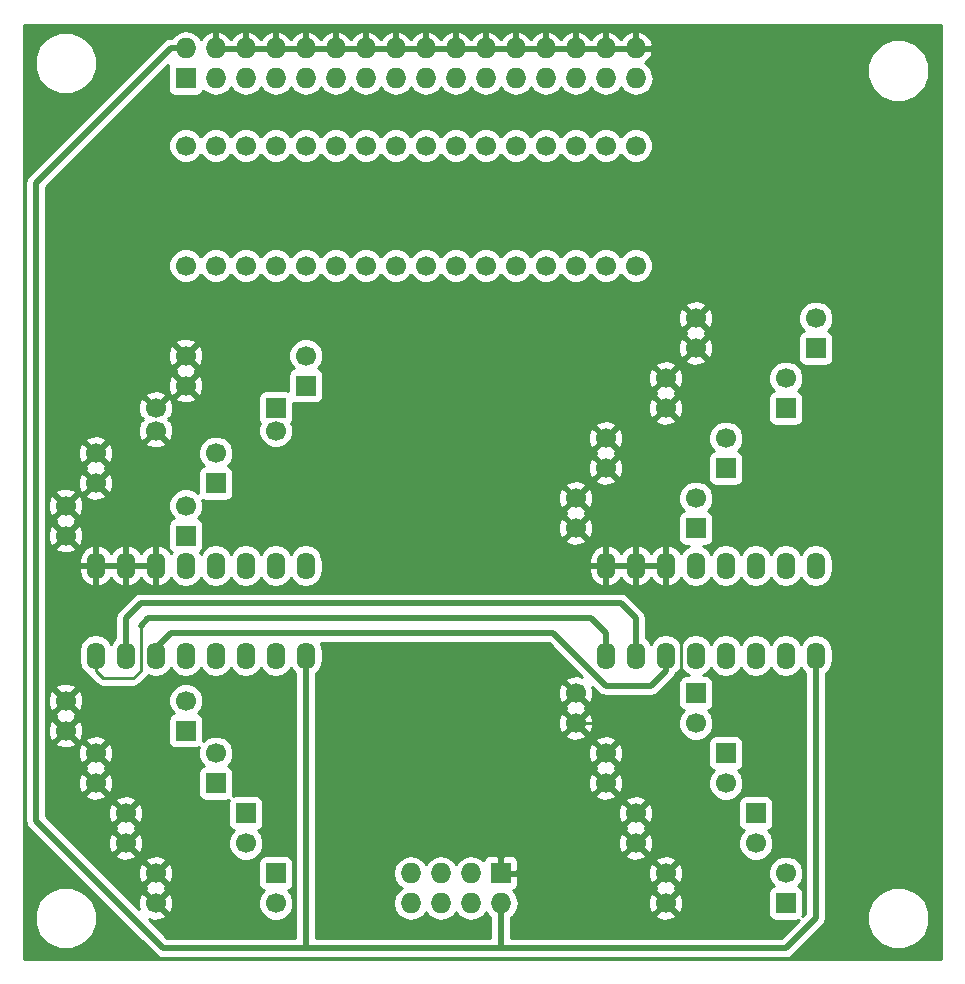
<source format=gbl>
G04 #@! TF.FileFunction,Copper,L2,Bot,Signal*
%FSLAX46Y46*%
G04 Gerber Fmt 4.6, Leading zero omitted, Abs format (unit mm)*
G04 Created by KiCad (PCBNEW 4.0.2+e4-6225~38~ubuntu15.10.1-stable) date mar. 20 sept. 2016 08:21:37 CEST*
%MOMM*%
G01*
G04 APERTURE LIST*
%ADD10C,0.100000*%
%ADD11C,1.699260*%
%ADD12R,1.699260X1.699260*%
%ADD13O,1.600000X2.300000*%
%ADD14R,1.727200X1.727200*%
%ADD15O,1.727200X1.727200*%
%ADD16C,0.250000*%
%ADD17C,0.500000*%
%ADD18C,0.254000*%
G04 APERTURE END LIST*
D10*
D11*
X36194480Y-91442540D03*
D12*
X46354480Y-91442540D03*
D11*
X36194480Y-74932540D03*
D12*
X46354480Y-74932540D03*
D11*
X38734480Y-95887540D03*
D12*
X48894480Y-95887540D03*
D11*
X38734480Y-70487540D03*
D12*
X48894480Y-70487540D03*
D11*
X41274480Y-98427540D03*
D12*
X51434480Y-98427540D03*
D11*
X43814480Y-64137540D03*
D12*
X53974480Y-64137540D03*
D11*
X43814480Y-103507540D03*
D12*
X53974480Y-103507540D03*
D11*
X46354480Y-62232540D03*
D12*
X56514480Y-62232540D03*
D11*
X79374480Y-88267540D03*
D12*
X89534480Y-88267540D03*
D11*
X79374480Y-74297540D03*
D12*
X89534480Y-74297540D03*
D11*
X81914480Y-93347540D03*
D12*
X92074480Y-93347540D03*
D11*
X81914480Y-69217540D03*
D12*
X92074480Y-69217540D03*
D11*
X84454480Y-98427540D03*
D12*
X94614480Y-98427540D03*
D11*
X86994480Y-64137540D03*
D12*
X97154480Y-64137540D03*
D11*
X86994480Y-106047540D03*
D12*
X97154480Y-106047540D03*
D11*
X89534480Y-59057540D03*
D12*
X99694480Y-59057540D03*
D13*
X99695000Y-77470000D03*
X97155000Y-77470000D03*
X94615000Y-77470000D03*
X92075000Y-77470000D03*
X89535000Y-77470000D03*
X86995000Y-77470000D03*
X84455000Y-77470000D03*
X81915000Y-77470000D03*
X81915000Y-85090000D03*
X84455000Y-85090000D03*
X86995000Y-85090000D03*
X89535000Y-85090000D03*
X92075000Y-85090000D03*
X94615000Y-85090000D03*
X97155000Y-85090000D03*
X99695000Y-85090000D03*
X56515000Y-77470000D03*
X53975000Y-77470000D03*
X51435000Y-77470000D03*
X48895000Y-77470000D03*
X46355000Y-77470000D03*
X43815000Y-77470000D03*
X41275000Y-77470000D03*
X38735000Y-77470000D03*
X38735000Y-85090000D03*
X41275000Y-85090000D03*
X43815000Y-85090000D03*
X46355000Y-85090000D03*
X48895000Y-85090000D03*
X51435000Y-85090000D03*
X53975000Y-85090000D03*
X56515000Y-85090000D03*
D11*
X36194480Y-88902540D03*
X46354480Y-88902540D03*
X36194480Y-72392540D03*
X46354480Y-72392540D03*
X38734480Y-93347540D03*
X48894480Y-93347540D03*
X38734480Y-67947540D03*
X48894480Y-67947540D03*
X41274480Y-100967540D03*
X51434480Y-100967540D03*
X43814480Y-66042540D03*
X53974480Y-66042540D03*
X43814480Y-106047540D03*
X53974480Y-106047540D03*
X46354480Y-59692540D03*
X56514480Y-59692540D03*
X79374480Y-90807540D03*
X89534480Y-90807540D03*
X79374480Y-71757540D03*
X89534480Y-71757540D03*
X81914480Y-95887540D03*
X92074480Y-95887540D03*
X81914480Y-66677540D03*
X92074480Y-66677540D03*
X84454480Y-100967540D03*
X94614480Y-100967540D03*
X86994480Y-61597540D03*
X97154480Y-61597540D03*
X86994480Y-103507540D03*
X97154480Y-103507540D03*
X89534480Y-56517540D03*
X99694480Y-56517540D03*
X46352460Y-41909480D03*
X46352460Y-52069480D03*
X48892460Y-41909480D03*
X48892460Y-52069480D03*
X51432460Y-41909480D03*
X51432460Y-52069480D03*
X53972460Y-41909480D03*
X53972460Y-52069480D03*
X56512460Y-41909480D03*
X56512460Y-52069480D03*
X59052460Y-41909480D03*
X59052460Y-52069480D03*
X61592460Y-41909480D03*
X61592460Y-52069480D03*
X64132460Y-41909480D03*
X64132460Y-52069480D03*
X66672460Y-41909480D03*
X66672460Y-52069480D03*
X69212460Y-41909480D03*
X69212460Y-52069480D03*
X71752460Y-41909480D03*
X71752460Y-52069480D03*
X74292460Y-41909480D03*
X74292460Y-52069480D03*
X76832460Y-41909480D03*
X76832460Y-52069480D03*
X79372460Y-41909480D03*
X79372460Y-52069480D03*
X81912460Y-41909480D03*
X81912460Y-52069480D03*
X84452460Y-41909480D03*
X84452460Y-52069480D03*
D14*
X73025000Y-103505000D03*
D15*
X73025000Y-106045000D03*
X70485000Y-103505000D03*
X70485000Y-106045000D03*
X67945000Y-103505000D03*
X67945000Y-106045000D03*
X65405000Y-103505000D03*
X65405000Y-106045000D03*
D14*
X46355000Y-36195000D03*
D15*
X46355000Y-33655000D03*
X48895000Y-36195000D03*
X48895000Y-33655000D03*
X51435000Y-36195000D03*
X51435000Y-33655000D03*
X53975000Y-36195000D03*
X53975000Y-33655000D03*
X56515000Y-36195000D03*
X56515000Y-33655000D03*
X59055000Y-36195000D03*
X59055000Y-33655000D03*
X61595000Y-36195000D03*
X61595000Y-33655000D03*
X64135000Y-36195000D03*
X64135000Y-33655000D03*
X66675000Y-36195000D03*
X66675000Y-33655000D03*
X69215000Y-36195000D03*
X69215000Y-33655000D03*
X71755000Y-36195000D03*
X71755000Y-33655000D03*
X74295000Y-36195000D03*
X74295000Y-33655000D03*
X76835000Y-36195000D03*
X76835000Y-33655000D03*
X79375000Y-36195000D03*
X79375000Y-33655000D03*
X81915000Y-36195000D03*
X81915000Y-33655000D03*
X84455000Y-36195000D03*
X84455000Y-33655000D03*
D16*
X86995000Y-77470000D02*
X86995000Y-80645000D01*
X86995000Y-80645000D02*
X88265000Y-81915000D01*
X88265000Y-81915000D02*
X88265000Y-86995000D01*
X88265000Y-86995000D02*
X84452460Y-90807540D01*
X84452460Y-90807540D02*
X79374480Y-90807540D01*
D17*
X44450000Y-109855000D02*
X33655000Y-99060000D01*
X73025000Y-106045000D02*
X73025000Y-109855000D01*
X56515000Y-85090000D02*
X56515000Y-109855000D01*
X99695000Y-85090000D02*
X99695000Y-107315000D01*
X99695000Y-107315000D02*
X97155000Y-109855000D01*
X97155000Y-109855000D02*
X44450000Y-109855000D01*
X33655000Y-99060000D02*
X33655000Y-45085000D01*
X33655000Y-45085000D02*
X45085000Y-33655000D01*
X45085000Y-33655000D02*
X46355000Y-33655000D01*
D16*
X46355000Y-33655000D02*
X45085000Y-33655000D01*
X44450000Y-109855000D02*
X56515000Y-109855000D01*
X56515000Y-109855000D02*
X73025000Y-109855000D01*
D17*
X43815000Y-85090000D02*
X43815000Y-84455000D01*
X43815000Y-84455000D02*
X45085000Y-83185000D01*
X45085000Y-83185000D02*
X77470000Y-83185000D01*
X77470000Y-83185000D02*
X81915000Y-87630000D01*
X81915000Y-87630000D02*
X85725000Y-87630000D01*
X85725000Y-87630000D02*
X86995000Y-86360000D01*
X86995000Y-86360000D02*
X86995000Y-85090000D01*
D16*
X43815000Y-84455000D02*
X45085000Y-83185000D01*
X86995000Y-85090000D02*
X86995000Y-86360000D01*
X85725000Y-87630000D02*
X81915000Y-87630000D01*
X86995000Y-86360000D02*
X85725000Y-87630000D01*
X43815000Y-85090000D02*
X43815000Y-85725000D01*
D17*
X41275000Y-85090000D02*
X41275000Y-81915000D01*
X41275000Y-81915000D02*
X42545000Y-80645000D01*
X42545000Y-80645000D02*
X83185000Y-80645000D01*
X83185000Y-80645000D02*
X84455000Y-81915000D01*
X84455000Y-81915000D02*
X84455000Y-85090000D01*
D16*
X84455000Y-81915000D02*
X84455000Y-85090000D01*
X83185000Y-80645000D02*
X84455000Y-81915000D01*
X42545000Y-80645000D02*
X83185000Y-80645000D01*
X41275000Y-81915000D02*
X42545000Y-80645000D01*
D17*
X81915000Y-85090000D02*
X81915000Y-83185000D01*
X81915000Y-83185000D02*
X80645000Y-81915000D01*
X80645000Y-81915000D02*
X43180000Y-81915000D01*
X43180000Y-81915000D02*
X42545000Y-82550000D01*
D16*
X42545000Y-85090000D02*
X42545000Y-82550000D01*
X80645000Y-81915000D02*
X81915000Y-83185000D01*
X43180000Y-81915000D02*
X80645000Y-81915000D01*
X42545000Y-82550000D02*
X43180000Y-81915000D01*
X38735000Y-85090000D02*
X38735000Y-86360000D01*
X42545000Y-86360000D02*
X42545000Y-85090000D01*
X41910000Y-86995000D02*
X42545000Y-86360000D01*
X39370000Y-86995000D02*
X41910000Y-86995000D01*
X38735000Y-86360000D02*
X39370000Y-86995000D01*
D18*
G36*
X110290000Y-110790000D02*
X32710000Y-110790000D01*
X32710000Y-107836834D01*
X33559543Y-107836834D01*
X33959853Y-108805658D01*
X34700443Y-109547542D01*
X35668567Y-109949542D01*
X36716834Y-109950457D01*
X37685658Y-109550147D01*
X38427542Y-108809557D01*
X38829542Y-107841433D01*
X38830457Y-106793166D01*
X38430147Y-105824342D01*
X37689557Y-105082458D01*
X36721433Y-104680458D01*
X35673166Y-104679543D01*
X34704342Y-105079853D01*
X33962458Y-105820443D01*
X33560458Y-106788567D01*
X33559543Y-107836834D01*
X32710000Y-107836834D01*
X32710000Y-45085000D01*
X32769999Y-45085000D01*
X32770000Y-45085005D01*
X32770000Y-99059995D01*
X32769999Y-99060000D01*
X32800115Y-99211398D01*
X32837367Y-99398675D01*
X32924487Y-99529060D01*
X33029210Y-99685790D01*
X43824208Y-110480787D01*
X43824210Y-110480790D01*
X44025071Y-110615000D01*
X44111325Y-110672633D01*
X44450000Y-110740000D01*
X97154995Y-110740000D01*
X97155000Y-110740001D01*
X97437484Y-110683810D01*
X97493675Y-110672633D01*
X97780790Y-110480790D01*
X97780791Y-110480789D01*
X100320787Y-107940792D01*
X100320790Y-107940790D01*
X100390250Y-107836834D01*
X104044543Y-107836834D01*
X104444853Y-108805658D01*
X105185443Y-109547542D01*
X106153567Y-109949542D01*
X107201834Y-109950457D01*
X108170658Y-109550147D01*
X108912542Y-108809557D01*
X109314542Y-107841433D01*
X109315457Y-106793166D01*
X108915147Y-105824342D01*
X108174557Y-105082458D01*
X107206433Y-104680458D01*
X106158166Y-104679543D01*
X105189342Y-105079853D01*
X104447458Y-105820443D01*
X104045458Y-106788567D01*
X104044543Y-107836834D01*
X100390250Y-107836834D01*
X100512633Y-107653675D01*
X100580000Y-107315000D01*
X100580000Y-86576330D01*
X100709698Y-86489668D01*
X101020767Y-86024121D01*
X101130000Y-85474970D01*
X101130000Y-84705030D01*
X101020767Y-84155879D01*
X100709698Y-83690332D01*
X100244151Y-83379263D01*
X99695000Y-83270030D01*
X99145849Y-83379263D01*
X98680302Y-83690332D01*
X98425000Y-84072418D01*
X98169698Y-83690332D01*
X97704151Y-83379263D01*
X97155000Y-83270030D01*
X96605849Y-83379263D01*
X96140302Y-83690332D01*
X95885000Y-84072418D01*
X95629698Y-83690332D01*
X95164151Y-83379263D01*
X94615000Y-83270030D01*
X94065849Y-83379263D01*
X93600302Y-83690332D01*
X93345000Y-84072418D01*
X93089698Y-83690332D01*
X92624151Y-83379263D01*
X92075000Y-83270030D01*
X91525849Y-83379263D01*
X91060302Y-83690332D01*
X90805000Y-84072418D01*
X90549698Y-83690332D01*
X90084151Y-83379263D01*
X89535000Y-83270030D01*
X88985849Y-83379263D01*
X88520302Y-83690332D01*
X88265000Y-84072418D01*
X88009698Y-83690332D01*
X87544151Y-83379263D01*
X86995000Y-83270030D01*
X86445849Y-83379263D01*
X85980302Y-83690332D01*
X85725000Y-84072418D01*
X85469698Y-83690332D01*
X85340000Y-83603670D01*
X85340000Y-81915005D01*
X85340001Y-81915000D01*
X85272633Y-81576325D01*
X85241680Y-81530000D01*
X85080790Y-81289210D01*
X85080787Y-81289208D01*
X83810790Y-80019210D01*
X83523675Y-79827367D01*
X83467484Y-79816190D01*
X83185000Y-79759999D01*
X83184995Y-79760000D01*
X42545005Y-79760000D01*
X42545000Y-79759999D01*
X42206325Y-79827367D01*
X41919210Y-80019210D01*
X41919208Y-80019213D01*
X40649210Y-81289210D01*
X40457367Y-81576325D01*
X40457367Y-81576326D01*
X40389999Y-81915000D01*
X40390000Y-81915005D01*
X40390000Y-83603670D01*
X40260302Y-83690332D01*
X40005000Y-84072418D01*
X39749698Y-83690332D01*
X39284151Y-83379263D01*
X38735000Y-83270030D01*
X38185849Y-83379263D01*
X37720302Y-83690332D01*
X37409233Y-84155879D01*
X37300000Y-84705030D01*
X37300000Y-85474970D01*
X37409233Y-86024121D01*
X37720302Y-86489668D01*
X38090393Y-86736955D01*
X38197599Y-86897401D01*
X38832599Y-87532401D01*
X39079161Y-87697148D01*
X39370000Y-87755000D01*
X41910000Y-87755000D01*
X42200839Y-87697148D01*
X42447401Y-87532401D01*
X43082401Y-86897401D01*
X43183677Y-86745831D01*
X43265849Y-86800737D01*
X43815000Y-86909970D01*
X44364151Y-86800737D01*
X44829698Y-86489668D01*
X45085000Y-86107582D01*
X45340302Y-86489668D01*
X45805849Y-86800737D01*
X46355000Y-86909970D01*
X46904151Y-86800737D01*
X47369698Y-86489668D01*
X47625000Y-86107582D01*
X47880302Y-86489668D01*
X48345849Y-86800737D01*
X48895000Y-86909970D01*
X49444151Y-86800737D01*
X49909698Y-86489668D01*
X50165000Y-86107582D01*
X50420302Y-86489668D01*
X50885849Y-86800737D01*
X51435000Y-86909970D01*
X51984151Y-86800737D01*
X52449698Y-86489668D01*
X52705000Y-86107582D01*
X52960302Y-86489668D01*
X53425849Y-86800737D01*
X53975000Y-86909970D01*
X54524151Y-86800737D01*
X54989698Y-86489668D01*
X55245000Y-86107582D01*
X55500302Y-86489668D01*
X55630000Y-86576330D01*
X55630000Y-108970000D01*
X44816579Y-108970000D01*
X43279261Y-107432682D01*
X43585847Y-107543890D01*
X44175879Y-107517481D01*
X44598338Y-107342493D01*
X44678565Y-107091230D01*
X43814480Y-106227145D01*
X43800338Y-106241288D01*
X43620733Y-106061683D01*
X43634875Y-106047540D01*
X43994085Y-106047540D01*
X44858170Y-106911625D01*
X45109433Y-106831398D01*
X45310830Y-106276173D01*
X45284421Y-105686141D01*
X45109433Y-105263682D01*
X44858170Y-105183455D01*
X43994085Y-106047540D01*
X43634875Y-106047540D01*
X42770790Y-105183455D01*
X42519527Y-105263682D01*
X42318130Y-105818907D01*
X42344539Y-106408939D01*
X42407486Y-106560907D01*
X40397810Y-104551230D01*
X42950395Y-104551230D01*
X43022655Y-104777540D01*
X42950395Y-105003850D01*
X43814480Y-105867935D01*
X44678565Y-105003850D01*
X44606305Y-104777540D01*
X44678565Y-104551230D01*
X43814480Y-103687145D01*
X42950395Y-104551230D01*
X40397810Y-104551230D01*
X39125487Y-103278907D01*
X42318130Y-103278907D01*
X42344539Y-103868939D01*
X42519527Y-104291398D01*
X42770790Y-104371625D01*
X43634875Y-103507540D01*
X43994085Y-103507540D01*
X44858170Y-104371625D01*
X45109433Y-104291398D01*
X45310830Y-103736173D01*
X45284421Y-103146141D01*
X45109433Y-102723682D01*
X44903442Y-102657910D01*
X52477410Y-102657910D01*
X52477410Y-104357170D01*
X52521688Y-104592487D01*
X52660760Y-104808611D01*
X52872960Y-104953601D01*
X52952729Y-104969755D01*
X52716606Y-105205466D01*
X52490108Y-105750933D01*
X52489592Y-106341556D01*
X52715138Y-106887417D01*
X53132406Y-107305414D01*
X53677873Y-107531912D01*
X54268496Y-107532428D01*
X54814357Y-107306882D01*
X55232354Y-106889614D01*
X55458852Y-106344147D01*
X55459368Y-105753524D01*
X55233822Y-105207663D01*
X54998388Y-104971817D01*
X55059427Y-104960332D01*
X55275551Y-104821260D01*
X55420541Y-104609060D01*
X55471550Y-104357170D01*
X55471550Y-102657910D01*
X55427272Y-102422593D01*
X55288200Y-102206469D01*
X55076000Y-102061479D01*
X54824110Y-102010470D01*
X53124850Y-102010470D01*
X52889533Y-102054748D01*
X52673409Y-102193820D01*
X52528419Y-102406020D01*
X52477410Y-102657910D01*
X44903442Y-102657910D01*
X44858170Y-102643455D01*
X43994085Y-103507540D01*
X43634875Y-103507540D01*
X42770790Y-102643455D01*
X42519527Y-102723682D01*
X42318130Y-103278907D01*
X39125487Y-103278907D01*
X37857810Y-102011230D01*
X40410395Y-102011230D01*
X40490622Y-102262493D01*
X41045847Y-102463890D01*
X41046740Y-102463850D01*
X42950395Y-102463850D01*
X43814480Y-103327935D01*
X44678565Y-102463850D01*
X44598338Y-102212587D01*
X44043113Y-102011190D01*
X43453081Y-102037599D01*
X43030622Y-102212587D01*
X42950395Y-102463850D01*
X41046740Y-102463850D01*
X41635879Y-102437481D01*
X42058338Y-102262493D01*
X42138565Y-102011230D01*
X41274480Y-101147145D01*
X40410395Y-102011230D01*
X37857810Y-102011230D01*
X36585487Y-100738907D01*
X39778130Y-100738907D01*
X39804539Y-101328939D01*
X39979527Y-101751398D01*
X40230790Y-101831625D01*
X41094875Y-100967540D01*
X41454085Y-100967540D01*
X42318170Y-101831625D01*
X42569433Y-101751398D01*
X42770830Y-101196173D01*
X42744421Y-100606141D01*
X42569433Y-100183682D01*
X42318170Y-100103455D01*
X41454085Y-100967540D01*
X41094875Y-100967540D01*
X40230790Y-100103455D01*
X39979527Y-100183682D01*
X39778130Y-100738907D01*
X36585487Y-100738907D01*
X35317810Y-99471230D01*
X40410395Y-99471230D01*
X40482655Y-99697540D01*
X40410395Y-99923850D01*
X41274480Y-100787935D01*
X42138565Y-99923850D01*
X42066305Y-99697540D01*
X42138565Y-99471230D01*
X41274480Y-98607145D01*
X40410395Y-99471230D01*
X35317810Y-99471230D01*
X34540000Y-98693420D01*
X34540000Y-98198907D01*
X39778130Y-98198907D01*
X39804539Y-98788939D01*
X39979527Y-99211398D01*
X40230790Y-99291625D01*
X41094875Y-98427540D01*
X41454085Y-98427540D01*
X42318170Y-99291625D01*
X42569433Y-99211398D01*
X42770830Y-98656173D01*
X42744421Y-98066141D01*
X42569433Y-97643682D01*
X42318170Y-97563455D01*
X41454085Y-98427540D01*
X41094875Y-98427540D01*
X40230790Y-97563455D01*
X39979527Y-97643682D01*
X39778130Y-98198907D01*
X34540000Y-98198907D01*
X34540000Y-96931230D01*
X37870395Y-96931230D01*
X37950622Y-97182493D01*
X38505847Y-97383890D01*
X38506740Y-97383850D01*
X40410395Y-97383850D01*
X41274480Y-98247935D01*
X42138565Y-97383850D01*
X42058338Y-97132587D01*
X41503113Y-96931190D01*
X40913081Y-96957599D01*
X40490622Y-97132587D01*
X40410395Y-97383850D01*
X38506740Y-97383850D01*
X39095879Y-97357481D01*
X39518338Y-97182493D01*
X39598565Y-96931230D01*
X38734480Y-96067145D01*
X37870395Y-96931230D01*
X34540000Y-96931230D01*
X34540000Y-95658907D01*
X37238130Y-95658907D01*
X37264539Y-96248939D01*
X37439527Y-96671398D01*
X37690790Y-96751625D01*
X38554875Y-95887540D01*
X38914085Y-95887540D01*
X39778170Y-96751625D01*
X40029433Y-96671398D01*
X40230830Y-96116173D01*
X40204421Y-95526141D01*
X40029433Y-95103682D01*
X39778170Y-95023455D01*
X38914085Y-95887540D01*
X38554875Y-95887540D01*
X37690790Y-95023455D01*
X37439527Y-95103682D01*
X37238130Y-95658907D01*
X34540000Y-95658907D01*
X34540000Y-94391230D01*
X37870395Y-94391230D01*
X37942655Y-94617540D01*
X37870395Y-94843850D01*
X38734480Y-95707935D01*
X39598565Y-94843850D01*
X39526305Y-94617540D01*
X39598565Y-94391230D01*
X38734480Y-93527145D01*
X37870395Y-94391230D01*
X34540000Y-94391230D01*
X34540000Y-93118907D01*
X37238130Y-93118907D01*
X37264539Y-93708939D01*
X37439527Y-94131398D01*
X37690790Y-94211625D01*
X38554875Y-93347540D01*
X38914085Y-93347540D01*
X39778170Y-94211625D01*
X40029433Y-94131398D01*
X40230830Y-93576173D01*
X40204421Y-92986141D01*
X40029433Y-92563682D01*
X39778170Y-92483455D01*
X38914085Y-93347540D01*
X38554875Y-93347540D01*
X37690790Y-92483455D01*
X37439527Y-92563682D01*
X37238130Y-93118907D01*
X34540000Y-93118907D01*
X34540000Y-92486230D01*
X35330395Y-92486230D01*
X35410622Y-92737493D01*
X35965847Y-92938890D01*
X36555879Y-92912481D01*
X36978338Y-92737493D01*
X37058565Y-92486230D01*
X36194480Y-91622145D01*
X35330395Y-92486230D01*
X34540000Y-92486230D01*
X34540000Y-91213907D01*
X34698130Y-91213907D01*
X34724539Y-91803939D01*
X34899527Y-92226398D01*
X35150790Y-92306625D01*
X36014875Y-91442540D01*
X36374085Y-91442540D01*
X37238170Y-92306625D01*
X37246861Y-92303850D01*
X37870395Y-92303850D01*
X38734480Y-93167935D01*
X39598565Y-92303850D01*
X39518338Y-92052587D01*
X38963113Y-91851190D01*
X38373081Y-91877599D01*
X37950622Y-92052587D01*
X37870395Y-92303850D01*
X37246861Y-92303850D01*
X37489433Y-92226398D01*
X37690830Y-91671173D01*
X37664421Y-91081141D01*
X37489433Y-90658682D01*
X37283442Y-90592910D01*
X44857410Y-90592910D01*
X44857410Y-92292170D01*
X44901688Y-92527487D01*
X45040760Y-92743611D01*
X45252960Y-92888601D01*
X45504850Y-92939610D01*
X47204110Y-92939610D01*
X47439427Y-92895332D01*
X47487588Y-92864341D01*
X47410108Y-93050933D01*
X47409592Y-93641556D01*
X47635138Y-94187417D01*
X47870572Y-94423263D01*
X47809533Y-94434748D01*
X47593409Y-94573820D01*
X47448419Y-94786020D01*
X47397410Y-95037910D01*
X47397410Y-96737170D01*
X47441688Y-96972487D01*
X47580760Y-97188611D01*
X47792960Y-97333601D01*
X48044850Y-97384610D01*
X49744110Y-97384610D01*
X49979427Y-97340332D01*
X49986434Y-97335823D01*
X49937410Y-97577910D01*
X49937410Y-99277170D01*
X49981688Y-99512487D01*
X50120760Y-99728611D01*
X50332960Y-99873601D01*
X50412729Y-99889755D01*
X50176606Y-100125466D01*
X49950108Y-100670933D01*
X49949592Y-101261556D01*
X50175138Y-101807417D01*
X50592406Y-102225414D01*
X51137873Y-102451912D01*
X51728496Y-102452428D01*
X52274357Y-102226882D01*
X52692354Y-101809614D01*
X52918852Y-101264147D01*
X52919368Y-100673524D01*
X52693822Y-100127663D01*
X52458388Y-99891817D01*
X52519427Y-99880332D01*
X52735551Y-99741260D01*
X52880541Y-99529060D01*
X52931550Y-99277170D01*
X52931550Y-97577910D01*
X52887272Y-97342593D01*
X52748200Y-97126469D01*
X52536000Y-96981479D01*
X52284110Y-96930470D01*
X50584850Y-96930470D01*
X50349533Y-96974748D01*
X50342526Y-96979257D01*
X50391550Y-96737170D01*
X50391550Y-95037910D01*
X50347272Y-94802593D01*
X50208200Y-94586469D01*
X49996000Y-94441479D01*
X49916231Y-94425325D01*
X50152354Y-94189614D01*
X50378852Y-93644147D01*
X50379368Y-93053524D01*
X50153822Y-92507663D01*
X49736554Y-92089666D01*
X49191087Y-91863168D01*
X48600464Y-91862652D01*
X48054603Y-92088198D01*
X47851550Y-92290897D01*
X47851550Y-90592910D01*
X47807272Y-90357593D01*
X47668200Y-90141469D01*
X47456000Y-89996479D01*
X47376231Y-89980325D01*
X47612354Y-89744614D01*
X47838852Y-89199147D01*
X47839368Y-88608524D01*
X47613822Y-88062663D01*
X47196554Y-87644666D01*
X46651087Y-87418168D01*
X46060464Y-87417652D01*
X45514603Y-87643198D01*
X45096606Y-88060466D01*
X44870108Y-88605933D01*
X44869592Y-89196556D01*
X45095138Y-89742417D01*
X45330572Y-89978263D01*
X45269533Y-89989748D01*
X45053409Y-90128820D01*
X44908419Y-90341020D01*
X44857410Y-90592910D01*
X37283442Y-90592910D01*
X37238170Y-90578455D01*
X36374085Y-91442540D01*
X36014875Y-91442540D01*
X35150790Y-90578455D01*
X34899527Y-90658682D01*
X34698130Y-91213907D01*
X34540000Y-91213907D01*
X34540000Y-89946230D01*
X35330395Y-89946230D01*
X35402655Y-90172540D01*
X35330395Y-90398850D01*
X36194480Y-91262935D01*
X37058565Y-90398850D01*
X36986305Y-90172540D01*
X37058565Y-89946230D01*
X36194480Y-89082145D01*
X35330395Y-89946230D01*
X34540000Y-89946230D01*
X34540000Y-88673907D01*
X34698130Y-88673907D01*
X34724539Y-89263939D01*
X34899527Y-89686398D01*
X35150790Y-89766625D01*
X36014875Y-88902540D01*
X36374085Y-88902540D01*
X37238170Y-89766625D01*
X37489433Y-89686398D01*
X37690830Y-89131173D01*
X37664421Y-88541141D01*
X37489433Y-88118682D01*
X37238170Y-88038455D01*
X36374085Y-88902540D01*
X36014875Y-88902540D01*
X35150790Y-88038455D01*
X34899527Y-88118682D01*
X34698130Y-88673907D01*
X34540000Y-88673907D01*
X34540000Y-87858850D01*
X35330395Y-87858850D01*
X36194480Y-88722935D01*
X37058565Y-87858850D01*
X36978338Y-87607587D01*
X36423113Y-87406190D01*
X35833081Y-87432599D01*
X35410622Y-87607587D01*
X35330395Y-87858850D01*
X34540000Y-87858850D01*
X34540000Y-77597000D01*
X37300000Y-77597000D01*
X37300000Y-77947000D01*
X37457834Y-78486483D01*
X37810104Y-78924500D01*
X38303181Y-79194367D01*
X38385961Y-79211904D01*
X38608000Y-79089915D01*
X38608000Y-77597000D01*
X38862000Y-77597000D01*
X38862000Y-79089915D01*
X39084039Y-79211904D01*
X39166819Y-79194367D01*
X39659896Y-78924500D01*
X40005000Y-78495393D01*
X40350104Y-78924500D01*
X40843181Y-79194367D01*
X40925961Y-79211904D01*
X41148000Y-79089915D01*
X41148000Y-77597000D01*
X41402000Y-77597000D01*
X41402000Y-79089915D01*
X41624039Y-79211904D01*
X41706819Y-79194367D01*
X42199896Y-78924500D01*
X42545000Y-78495393D01*
X42890104Y-78924500D01*
X43383181Y-79194367D01*
X43465961Y-79211904D01*
X43688000Y-79089915D01*
X43688000Y-77597000D01*
X41402000Y-77597000D01*
X41148000Y-77597000D01*
X38862000Y-77597000D01*
X38608000Y-77597000D01*
X37300000Y-77597000D01*
X34540000Y-77597000D01*
X34540000Y-76993000D01*
X37300000Y-76993000D01*
X37300000Y-77343000D01*
X38608000Y-77343000D01*
X38608000Y-75850085D01*
X38862000Y-75850085D01*
X38862000Y-77343000D01*
X41148000Y-77343000D01*
X41148000Y-75850085D01*
X41402000Y-75850085D01*
X41402000Y-77343000D01*
X43688000Y-77343000D01*
X43688000Y-75850085D01*
X43942000Y-75850085D01*
X43942000Y-77343000D01*
X43962000Y-77343000D01*
X43962000Y-77597000D01*
X43942000Y-77597000D01*
X43942000Y-79089915D01*
X44164039Y-79211904D01*
X44246819Y-79194367D01*
X44739896Y-78924500D01*
X45087851Y-78491849D01*
X45340302Y-78869668D01*
X45805849Y-79180737D01*
X46355000Y-79289970D01*
X46904151Y-79180737D01*
X47369698Y-78869668D01*
X47625000Y-78487582D01*
X47880302Y-78869668D01*
X48345849Y-79180737D01*
X48895000Y-79289970D01*
X49444151Y-79180737D01*
X49909698Y-78869668D01*
X50165000Y-78487582D01*
X50420302Y-78869668D01*
X50885849Y-79180737D01*
X51435000Y-79289970D01*
X51984151Y-79180737D01*
X52449698Y-78869668D01*
X52705000Y-78487582D01*
X52960302Y-78869668D01*
X53425849Y-79180737D01*
X53975000Y-79289970D01*
X54524151Y-79180737D01*
X54989698Y-78869668D01*
X55245000Y-78487582D01*
X55500302Y-78869668D01*
X55965849Y-79180737D01*
X56515000Y-79289970D01*
X57064151Y-79180737D01*
X57529698Y-78869668D01*
X57840767Y-78404121D01*
X57950000Y-77854970D01*
X57950000Y-77597000D01*
X80480000Y-77597000D01*
X80480000Y-77947000D01*
X80637834Y-78486483D01*
X80990104Y-78924500D01*
X81483181Y-79194367D01*
X81565961Y-79211904D01*
X81788000Y-79089915D01*
X81788000Y-77597000D01*
X82042000Y-77597000D01*
X82042000Y-79089915D01*
X82264039Y-79211904D01*
X82346819Y-79194367D01*
X82839896Y-78924500D01*
X83185000Y-78495393D01*
X83530104Y-78924500D01*
X84023181Y-79194367D01*
X84105961Y-79211904D01*
X84328000Y-79089915D01*
X84328000Y-77597000D01*
X84582000Y-77597000D01*
X84582000Y-79089915D01*
X84804039Y-79211904D01*
X84886819Y-79194367D01*
X85379896Y-78924500D01*
X85725000Y-78495393D01*
X86070104Y-78924500D01*
X86563181Y-79194367D01*
X86645961Y-79211904D01*
X86868000Y-79089915D01*
X86868000Y-77597000D01*
X84582000Y-77597000D01*
X84328000Y-77597000D01*
X82042000Y-77597000D01*
X81788000Y-77597000D01*
X80480000Y-77597000D01*
X57950000Y-77597000D01*
X57950000Y-77085030D01*
X57931695Y-76993000D01*
X80480000Y-76993000D01*
X80480000Y-77343000D01*
X81788000Y-77343000D01*
X81788000Y-75850085D01*
X82042000Y-75850085D01*
X82042000Y-77343000D01*
X84328000Y-77343000D01*
X84328000Y-75850085D01*
X84582000Y-75850085D01*
X84582000Y-77343000D01*
X86868000Y-77343000D01*
X86868000Y-75850085D01*
X87122000Y-75850085D01*
X87122000Y-77343000D01*
X87142000Y-77343000D01*
X87142000Y-77597000D01*
X87122000Y-77597000D01*
X87122000Y-79089915D01*
X87344039Y-79211904D01*
X87426819Y-79194367D01*
X87919896Y-78924500D01*
X88267851Y-78491849D01*
X88520302Y-78869668D01*
X88985849Y-79180737D01*
X89535000Y-79289970D01*
X90084151Y-79180737D01*
X90549698Y-78869668D01*
X90805000Y-78487582D01*
X91060302Y-78869668D01*
X91525849Y-79180737D01*
X92075000Y-79289970D01*
X92624151Y-79180737D01*
X93089698Y-78869668D01*
X93345000Y-78487582D01*
X93600302Y-78869668D01*
X94065849Y-79180737D01*
X94615000Y-79289970D01*
X95164151Y-79180737D01*
X95629698Y-78869668D01*
X95885000Y-78487582D01*
X96140302Y-78869668D01*
X96605849Y-79180737D01*
X97155000Y-79289970D01*
X97704151Y-79180737D01*
X98169698Y-78869668D01*
X98425000Y-78487582D01*
X98680302Y-78869668D01*
X99145849Y-79180737D01*
X99695000Y-79289970D01*
X100244151Y-79180737D01*
X100709698Y-78869668D01*
X101020767Y-78404121D01*
X101130000Y-77854970D01*
X101130000Y-77085030D01*
X101020767Y-76535879D01*
X100709698Y-76070332D01*
X100244151Y-75759263D01*
X99695000Y-75650030D01*
X99145849Y-75759263D01*
X98680302Y-76070332D01*
X98425000Y-76452418D01*
X98169698Y-76070332D01*
X97704151Y-75759263D01*
X97155000Y-75650030D01*
X96605849Y-75759263D01*
X96140302Y-76070332D01*
X95885000Y-76452418D01*
X95629698Y-76070332D01*
X95164151Y-75759263D01*
X94615000Y-75650030D01*
X94065849Y-75759263D01*
X93600302Y-76070332D01*
X93345000Y-76452418D01*
X93089698Y-76070332D01*
X92624151Y-75759263D01*
X92075000Y-75650030D01*
X91525849Y-75759263D01*
X91060302Y-76070332D01*
X90805000Y-76452418D01*
X90549698Y-76070332D01*
X90137051Y-75794610D01*
X90384110Y-75794610D01*
X90619427Y-75750332D01*
X90835551Y-75611260D01*
X90980541Y-75399060D01*
X91031550Y-75147170D01*
X91031550Y-73447910D01*
X90987272Y-73212593D01*
X90848200Y-72996469D01*
X90636000Y-72851479D01*
X90556231Y-72835325D01*
X90792354Y-72599614D01*
X91018852Y-72054147D01*
X91019368Y-71463524D01*
X90793822Y-70917663D01*
X90376554Y-70499666D01*
X89831087Y-70273168D01*
X89240464Y-70272652D01*
X88694603Y-70498198D01*
X88276606Y-70915466D01*
X88050108Y-71460933D01*
X88049592Y-72051556D01*
X88275138Y-72597417D01*
X88510572Y-72833263D01*
X88449533Y-72844748D01*
X88233409Y-72983820D01*
X88088419Y-73196020D01*
X88037410Y-73447910D01*
X88037410Y-75147170D01*
X88081688Y-75382487D01*
X88220760Y-75598611D01*
X88432960Y-75743601D01*
X88684850Y-75794610D01*
X88932949Y-75794610D01*
X88520302Y-76070332D01*
X88267851Y-76448151D01*
X87919896Y-76015500D01*
X87426819Y-75745633D01*
X87344039Y-75728096D01*
X87122000Y-75850085D01*
X86868000Y-75850085D01*
X86645961Y-75728096D01*
X86563181Y-75745633D01*
X86070104Y-76015500D01*
X85725000Y-76444607D01*
X85379896Y-76015500D01*
X84886819Y-75745633D01*
X84804039Y-75728096D01*
X84582000Y-75850085D01*
X84328000Y-75850085D01*
X84105961Y-75728096D01*
X84023181Y-75745633D01*
X83530104Y-76015500D01*
X83185000Y-76444607D01*
X82839896Y-76015500D01*
X82346819Y-75745633D01*
X82264039Y-75728096D01*
X82042000Y-75850085D01*
X81788000Y-75850085D01*
X81565961Y-75728096D01*
X81483181Y-75745633D01*
X80990104Y-76015500D01*
X80637834Y-76453517D01*
X80480000Y-76993000D01*
X57931695Y-76993000D01*
X57840767Y-76535879D01*
X57529698Y-76070332D01*
X57064151Y-75759263D01*
X56515000Y-75650030D01*
X55965849Y-75759263D01*
X55500302Y-76070332D01*
X55245000Y-76452418D01*
X54989698Y-76070332D01*
X54524151Y-75759263D01*
X53975000Y-75650030D01*
X53425849Y-75759263D01*
X52960302Y-76070332D01*
X52705000Y-76452418D01*
X52449698Y-76070332D01*
X51984151Y-75759263D01*
X51435000Y-75650030D01*
X50885849Y-75759263D01*
X50420302Y-76070332D01*
X50165000Y-76452418D01*
X49909698Y-76070332D01*
X49444151Y-75759263D01*
X48895000Y-75650030D01*
X48345849Y-75759263D01*
X47880302Y-76070332D01*
X47625000Y-76452418D01*
X47537855Y-76321996D01*
X47655551Y-76246260D01*
X47800541Y-76034060D01*
X47851550Y-75782170D01*
X47851550Y-75341230D01*
X78510395Y-75341230D01*
X78590622Y-75592493D01*
X79145847Y-75793890D01*
X79735879Y-75767481D01*
X80158338Y-75592493D01*
X80238565Y-75341230D01*
X79374480Y-74477145D01*
X78510395Y-75341230D01*
X47851550Y-75341230D01*
X47851550Y-74082910D01*
X47848916Y-74068907D01*
X77878130Y-74068907D01*
X77904539Y-74658939D01*
X78079527Y-75081398D01*
X78330790Y-75161625D01*
X79194875Y-74297540D01*
X79554085Y-74297540D01*
X80418170Y-75161625D01*
X80669433Y-75081398D01*
X80870830Y-74526173D01*
X80844421Y-73936141D01*
X80669433Y-73513682D01*
X80418170Y-73433455D01*
X79554085Y-74297540D01*
X79194875Y-74297540D01*
X78330790Y-73433455D01*
X78079527Y-73513682D01*
X77878130Y-74068907D01*
X47848916Y-74068907D01*
X47807272Y-73847593D01*
X47668200Y-73631469D01*
X47456000Y-73486479D01*
X47376231Y-73470325D01*
X47612354Y-73234614D01*
X47792311Y-72801230D01*
X78510395Y-72801230D01*
X78582655Y-73027540D01*
X78510395Y-73253850D01*
X79374480Y-74117935D01*
X80238565Y-73253850D01*
X80166305Y-73027540D01*
X80238565Y-72801230D01*
X79374480Y-71937145D01*
X78510395Y-72801230D01*
X47792311Y-72801230D01*
X47838852Y-72689147D01*
X47839368Y-72098524D01*
X47762672Y-71912906D01*
X47792960Y-71933601D01*
X48044850Y-71984610D01*
X49744110Y-71984610D01*
X49979427Y-71940332D01*
X50195551Y-71801260D01*
X50340541Y-71589060D01*
X50352722Y-71528907D01*
X77878130Y-71528907D01*
X77904539Y-72118939D01*
X78079527Y-72541398D01*
X78330790Y-72621625D01*
X79194875Y-71757540D01*
X79554085Y-71757540D01*
X80418170Y-72621625D01*
X80669433Y-72541398D01*
X80870830Y-71986173D01*
X80844421Y-71396141D01*
X80669433Y-70973682D01*
X80418170Y-70893455D01*
X79554085Y-71757540D01*
X79194875Y-71757540D01*
X78330790Y-70893455D01*
X78079527Y-70973682D01*
X77878130Y-71528907D01*
X50352722Y-71528907D01*
X50391550Y-71337170D01*
X50391550Y-70713850D01*
X78510395Y-70713850D01*
X79374480Y-71577935D01*
X80238565Y-70713850D01*
X80158338Y-70462587D01*
X79603224Y-70261230D01*
X81050395Y-70261230D01*
X81130622Y-70512493D01*
X81685847Y-70713890D01*
X82275879Y-70687481D01*
X82698338Y-70512493D01*
X82778565Y-70261230D01*
X81914480Y-69397145D01*
X81050395Y-70261230D01*
X79603224Y-70261230D01*
X79603113Y-70261190D01*
X79013081Y-70287599D01*
X78590622Y-70462587D01*
X78510395Y-70713850D01*
X50391550Y-70713850D01*
X50391550Y-69637910D01*
X50347272Y-69402593D01*
X50208200Y-69186469D01*
X49996000Y-69041479D01*
X49916231Y-69025325D01*
X49952712Y-68988907D01*
X80418130Y-68988907D01*
X80444539Y-69578939D01*
X80619527Y-70001398D01*
X80870790Y-70081625D01*
X81734875Y-69217540D01*
X82094085Y-69217540D01*
X82958170Y-70081625D01*
X83209433Y-70001398D01*
X83410830Y-69446173D01*
X83384421Y-68856141D01*
X83209433Y-68433682D01*
X83003442Y-68367910D01*
X90577410Y-68367910D01*
X90577410Y-70067170D01*
X90621688Y-70302487D01*
X90760760Y-70518611D01*
X90972960Y-70663601D01*
X91224850Y-70714610D01*
X92924110Y-70714610D01*
X93159427Y-70670332D01*
X93375551Y-70531260D01*
X93520541Y-70319060D01*
X93571550Y-70067170D01*
X93571550Y-68367910D01*
X93527272Y-68132593D01*
X93388200Y-67916469D01*
X93176000Y-67771479D01*
X93096231Y-67755325D01*
X93332354Y-67519614D01*
X93558852Y-66974147D01*
X93559368Y-66383524D01*
X93333822Y-65837663D01*
X92916554Y-65419666D01*
X92371087Y-65193168D01*
X91780464Y-65192652D01*
X91234603Y-65418198D01*
X90816606Y-65835466D01*
X90590108Y-66380933D01*
X90589592Y-66971556D01*
X90815138Y-67517417D01*
X91050572Y-67753263D01*
X90989533Y-67764748D01*
X90773409Y-67903820D01*
X90628419Y-68116020D01*
X90577410Y-68367910D01*
X83003442Y-68367910D01*
X82958170Y-68353455D01*
X82094085Y-69217540D01*
X81734875Y-69217540D01*
X80870790Y-68353455D01*
X80619527Y-68433682D01*
X80418130Y-68988907D01*
X49952712Y-68988907D01*
X50152354Y-68789614D01*
X50378852Y-68244147D01*
X50379308Y-67721230D01*
X81050395Y-67721230D01*
X81122655Y-67947540D01*
X81050395Y-68173850D01*
X81914480Y-69037935D01*
X82778565Y-68173850D01*
X82706305Y-67947540D01*
X82778565Y-67721230D01*
X81914480Y-66857145D01*
X81050395Y-67721230D01*
X50379308Y-67721230D01*
X50379368Y-67653524D01*
X50153822Y-67107663D01*
X49736554Y-66689666D01*
X49191087Y-66463168D01*
X48600464Y-66462652D01*
X48054603Y-66688198D01*
X47636606Y-67105466D01*
X47410108Y-67650933D01*
X47409592Y-68241556D01*
X47635138Y-68787417D01*
X47870572Y-69023263D01*
X47809533Y-69034748D01*
X47593409Y-69173820D01*
X47448419Y-69386020D01*
X47397410Y-69637910D01*
X47397410Y-71335873D01*
X47196554Y-71134666D01*
X46651087Y-70908168D01*
X46060464Y-70907652D01*
X45514603Y-71133198D01*
X45096606Y-71550466D01*
X44870108Y-72095933D01*
X44869592Y-72686556D01*
X45095138Y-73232417D01*
X45330572Y-73468263D01*
X45269533Y-73479748D01*
X45053409Y-73618820D01*
X44908419Y-73831020D01*
X44857410Y-74082910D01*
X44857410Y-75782170D01*
X44901688Y-76017487D01*
X45040760Y-76233611D01*
X45171509Y-76322948D01*
X45087851Y-76448151D01*
X44739896Y-76015500D01*
X44246819Y-75745633D01*
X44164039Y-75728096D01*
X43942000Y-75850085D01*
X43688000Y-75850085D01*
X43465961Y-75728096D01*
X43383181Y-75745633D01*
X42890104Y-76015500D01*
X42545000Y-76444607D01*
X42199896Y-76015500D01*
X41706819Y-75745633D01*
X41624039Y-75728096D01*
X41402000Y-75850085D01*
X41148000Y-75850085D01*
X40925961Y-75728096D01*
X40843181Y-75745633D01*
X40350104Y-76015500D01*
X40005000Y-76444607D01*
X39659896Y-76015500D01*
X39166819Y-75745633D01*
X39084039Y-75728096D01*
X38862000Y-75850085D01*
X38608000Y-75850085D01*
X38385961Y-75728096D01*
X38303181Y-75745633D01*
X37810104Y-76015500D01*
X37457834Y-76453517D01*
X37300000Y-76993000D01*
X34540000Y-76993000D01*
X34540000Y-75976230D01*
X35330395Y-75976230D01*
X35410622Y-76227493D01*
X35965847Y-76428890D01*
X36555879Y-76402481D01*
X36978338Y-76227493D01*
X37058565Y-75976230D01*
X36194480Y-75112145D01*
X35330395Y-75976230D01*
X34540000Y-75976230D01*
X34540000Y-74703907D01*
X34698130Y-74703907D01*
X34724539Y-75293939D01*
X34899527Y-75716398D01*
X35150790Y-75796625D01*
X36014875Y-74932540D01*
X36374085Y-74932540D01*
X37238170Y-75796625D01*
X37489433Y-75716398D01*
X37690830Y-75161173D01*
X37664421Y-74571141D01*
X37489433Y-74148682D01*
X37238170Y-74068455D01*
X36374085Y-74932540D01*
X36014875Y-74932540D01*
X35150790Y-74068455D01*
X34899527Y-74148682D01*
X34698130Y-74703907D01*
X34540000Y-74703907D01*
X34540000Y-73436230D01*
X35330395Y-73436230D01*
X35402655Y-73662540D01*
X35330395Y-73888850D01*
X36194480Y-74752935D01*
X37058565Y-73888850D01*
X36986305Y-73662540D01*
X37058565Y-73436230D01*
X36194480Y-72572145D01*
X35330395Y-73436230D01*
X34540000Y-73436230D01*
X34540000Y-72163907D01*
X34698130Y-72163907D01*
X34724539Y-72753939D01*
X34899527Y-73176398D01*
X35150790Y-73256625D01*
X36014875Y-72392540D01*
X36374085Y-72392540D01*
X37238170Y-73256625D01*
X37489433Y-73176398D01*
X37690830Y-72621173D01*
X37664421Y-72031141D01*
X37489433Y-71608682D01*
X37246862Y-71531230D01*
X37870395Y-71531230D01*
X37950622Y-71782493D01*
X38505847Y-71983890D01*
X39095879Y-71957481D01*
X39518338Y-71782493D01*
X39598565Y-71531230D01*
X38734480Y-70667145D01*
X37870395Y-71531230D01*
X37246862Y-71531230D01*
X37238170Y-71528455D01*
X36374085Y-72392540D01*
X36014875Y-72392540D01*
X35150790Y-71528455D01*
X34899527Y-71608682D01*
X34698130Y-72163907D01*
X34540000Y-72163907D01*
X34540000Y-71348850D01*
X35330395Y-71348850D01*
X36194480Y-72212935D01*
X37058565Y-71348850D01*
X36978338Y-71097587D01*
X36423113Y-70896190D01*
X35833081Y-70922599D01*
X35410622Y-71097587D01*
X35330395Y-71348850D01*
X34540000Y-71348850D01*
X34540000Y-70258907D01*
X37238130Y-70258907D01*
X37264539Y-70848939D01*
X37439527Y-71271398D01*
X37690790Y-71351625D01*
X38554875Y-70487540D01*
X38914085Y-70487540D01*
X39778170Y-71351625D01*
X40029433Y-71271398D01*
X40230830Y-70716173D01*
X40204421Y-70126141D01*
X40029433Y-69703682D01*
X39778170Y-69623455D01*
X38914085Y-70487540D01*
X38554875Y-70487540D01*
X37690790Y-69623455D01*
X37439527Y-69703682D01*
X37238130Y-70258907D01*
X34540000Y-70258907D01*
X34540000Y-68991230D01*
X37870395Y-68991230D01*
X37942655Y-69217540D01*
X37870395Y-69443850D01*
X38734480Y-70307935D01*
X39598565Y-69443850D01*
X39526305Y-69217540D01*
X39598565Y-68991230D01*
X38734480Y-68127145D01*
X37870395Y-68991230D01*
X34540000Y-68991230D01*
X34540000Y-67718907D01*
X37238130Y-67718907D01*
X37264539Y-68308939D01*
X37439527Y-68731398D01*
X37690790Y-68811625D01*
X38554875Y-67947540D01*
X38914085Y-67947540D01*
X39778170Y-68811625D01*
X40029433Y-68731398D01*
X40230830Y-68176173D01*
X40204421Y-67586141D01*
X40029433Y-67163682D01*
X39786862Y-67086230D01*
X42950395Y-67086230D01*
X43030622Y-67337493D01*
X43585847Y-67538890D01*
X44175879Y-67512481D01*
X44598338Y-67337493D01*
X44678565Y-67086230D01*
X43814480Y-66222145D01*
X42950395Y-67086230D01*
X39786862Y-67086230D01*
X39778170Y-67083455D01*
X38914085Y-67947540D01*
X38554875Y-67947540D01*
X37690790Y-67083455D01*
X37439527Y-67163682D01*
X37238130Y-67718907D01*
X34540000Y-67718907D01*
X34540000Y-66903850D01*
X37870395Y-66903850D01*
X38734480Y-67767935D01*
X39598565Y-66903850D01*
X39518338Y-66652587D01*
X38963113Y-66451190D01*
X38373081Y-66477599D01*
X37950622Y-66652587D01*
X37870395Y-66903850D01*
X34540000Y-66903850D01*
X34540000Y-63908907D01*
X42318130Y-63908907D01*
X42344539Y-64498939D01*
X42519527Y-64921398D01*
X42730924Y-64988896D01*
X42656076Y-65063744D01*
X42682372Y-65090040D01*
X42656076Y-65116336D01*
X42730924Y-65191184D01*
X42519527Y-65258682D01*
X42318130Y-65813907D01*
X42344539Y-66403939D01*
X42519527Y-66826398D01*
X42770790Y-66906625D01*
X43634875Y-66042540D01*
X43620733Y-66028398D01*
X43800338Y-65848793D01*
X43814480Y-65862935D01*
X43828623Y-65848793D01*
X44008228Y-66028398D01*
X43994085Y-66042540D01*
X44858170Y-66906625D01*
X45109433Y-66826398D01*
X45310830Y-66271173D01*
X45284421Y-65681141D01*
X45109433Y-65258682D01*
X44898036Y-65191184D01*
X44972884Y-65116336D01*
X44946588Y-65090040D01*
X44972884Y-65063744D01*
X44898036Y-64988896D01*
X45109433Y-64921398D01*
X45310830Y-64366173D01*
X45284421Y-63776141D01*
X45109433Y-63353682D01*
X44866862Y-63276230D01*
X45490395Y-63276230D01*
X45570622Y-63527493D01*
X46125847Y-63728890D01*
X46715879Y-63702481D01*
X47138338Y-63527493D01*
X47214835Y-63287910D01*
X52477410Y-63287910D01*
X52477410Y-64987170D01*
X52521688Y-65222487D01*
X52634600Y-65397958D01*
X52490108Y-65745933D01*
X52489592Y-66336556D01*
X52715138Y-66882417D01*
X53132406Y-67300414D01*
X53677873Y-67526912D01*
X54268496Y-67527428D01*
X54814357Y-67301882D01*
X55232354Y-66884614D01*
X55413275Y-66448907D01*
X80418130Y-66448907D01*
X80444539Y-67038939D01*
X80619527Y-67461398D01*
X80870790Y-67541625D01*
X81734875Y-66677540D01*
X82094085Y-66677540D01*
X82958170Y-67541625D01*
X83209433Y-67461398D01*
X83410830Y-66906173D01*
X83384421Y-66316141D01*
X83209433Y-65893682D01*
X82958170Y-65813455D01*
X82094085Y-66677540D01*
X81734875Y-66677540D01*
X80870790Y-65813455D01*
X80619527Y-65893682D01*
X80418130Y-66448907D01*
X55413275Y-66448907D01*
X55458852Y-66339147D01*
X55459368Y-65748524D01*
X55411986Y-65633850D01*
X81050395Y-65633850D01*
X81914480Y-66497935D01*
X82778565Y-65633850D01*
X82698338Y-65382587D01*
X82143224Y-65181230D01*
X86130395Y-65181230D01*
X86210622Y-65432493D01*
X86765847Y-65633890D01*
X87355879Y-65607481D01*
X87778338Y-65432493D01*
X87858565Y-65181230D01*
X86994480Y-64317145D01*
X86130395Y-65181230D01*
X82143224Y-65181230D01*
X82143113Y-65181190D01*
X81553081Y-65207599D01*
X81130622Y-65382587D01*
X81050395Y-65633850D01*
X55411986Y-65633850D01*
X55313557Y-65395636D01*
X55420541Y-65239060D01*
X55471550Y-64987170D01*
X55471550Y-63908907D01*
X85498130Y-63908907D01*
X85524539Y-64498939D01*
X85699527Y-64921398D01*
X85950790Y-65001625D01*
X86814875Y-64137540D01*
X87174085Y-64137540D01*
X88038170Y-65001625D01*
X88289433Y-64921398D01*
X88490830Y-64366173D01*
X88464421Y-63776141D01*
X88289433Y-63353682D01*
X88083442Y-63287910D01*
X95657410Y-63287910D01*
X95657410Y-64987170D01*
X95701688Y-65222487D01*
X95840760Y-65438611D01*
X96052960Y-65583601D01*
X96304850Y-65634610D01*
X98004110Y-65634610D01*
X98239427Y-65590332D01*
X98455551Y-65451260D01*
X98600541Y-65239060D01*
X98651550Y-64987170D01*
X98651550Y-63287910D01*
X98607272Y-63052593D01*
X98468200Y-62836469D01*
X98256000Y-62691479D01*
X98176231Y-62675325D01*
X98412354Y-62439614D01*
X98638852Y-61894147D01*
X98639368Y-61303524D01*
X98413822Y-60757663D01*
X97996554Y-60339666D01*
X97451087Y-60113168D01*
X96860464Y-60112652D01*
X96314603Y-60338198D01*
X95896606Y-60755466D01*
X95670108Y-61300933D01*
X95669592Y-61891556D01*
X95895138Y-62437417D01*
X96130572Y-62673263D01*
X96069533Y-62684748D01*
X95853409Y-62823820D01*
X95708419Y-63036020D01*
X95657410Y-63287910D01*
X88083442Y-63287910D01*
X88038170Y-63273455D01*
X87174085Y-64137540D01*
X86814875Y-64137540D01*
X85950790Y-63273455D01*
X85699527Y-63353682D01*
X85498130Y-63908907D01*
X55471550Y-63908907D01*
X55471550Y-63690466D01*
X55664850Y-63729610D01*
X57364110Y-63729610D01*
X57599427Y-63685332D01*
X57815551Y-63546260D01*
X57960541Y-63334060D01*
X58011550Y-63082170D01*
X58011550Y-62641230D01*
X86130395Y-62641230D01*
X86202655Y-62867540D01*
X86130395Y-63093850D01*
X86994480Y-63957935D01*
X87858565Y-63093850D01*
X87786305Y-62867540D01*
X87858565Y-62641230D01*
X86994480Y-61777145D01*
X86130395Y-62641230D01*
X58011550Y-62641230D01*
X58011550Y-61382910D01*
X58008916Y-61368907D01*
X85498130Y-61368907D01*
X85524539Y-61958939D01*
X85699527Y-62381398D01*
X85950790Y-62461625D01*
X86814875Y-61597540D01*
X87174085Y-61597540D01*
X88038170Y-62461625D01*
X88289433Y-62381398D01*
X88490830Y-61826173D01*
X88464421Y-61236141D01*
X88289433Y-60813682D01*
X88038170Y-60733455D01*
X87174085Y-61597540D01*
X86814875Y-61597540D01*
X85950790Y-60733455D01*
X85699527Y-60813682D01*
X85498130Y-61368907D01*
X58008916Y-61368907D01*
X57967272Y-61147593D01*
X57828200Y-60931469D01*
X57616000Y-60786479D01*
X57536231Y-60770325D01*
X57753084Y-60553850D01*
X86130395Y-60553850D01*
X86994480Y-61417935D01*
X87858565Y-60553850D01*
X87778338Y-60302587D01*
X87223224Y-60101230D01*
X88670395Y-60101230D01*
X88750622Y-60352493D01*
X89305847Y-60553890D01*
X89895879Y-60527481D01*
X90318338Y-60352493D01*
X90398565Y-60101230D01*
X89534480Y-59237145D01*
X88670395Y-60101230D01*
X87223224Y-60101230D01*
X87223113Y-60101190D01*
X86633081Y-60127599D01*
X86210622Y-60302587D01*
X86130395Y-60553850D01*
X57753084Y-60553850D01*
X57772354Y-60534614D01*
X57998852Y-59989147D01*
X57999368Y-59398524D01*
X57773822Y-58852663D01*
X57750108Y-58828907D01*
X88038130Y-58828907D01*
X88064539Y-59418939D01*
X88239527Y-59841398D01*
X88490790Y-59921625D01*
X89354875Y-59057540D01*
X89714085Y-59057540D01*
X90578170Y-59921625D01*
X90829433Y-59841398D01*
X91030830Y-59286173D01*
X91004421Y-58696141D01*
X90829433Y-58273682D01*
X90623442Y-58207910D01*
X98197410Y-58207910D01*
X98197410Y-59907170D01*
X98241688Y-60142487D01*
X98380760Y-60358611D01*
X98592960Y-60503601D01*
X98844850Y-60554610D01*
X100544110Y-60554610D01*
X100779427Y-60510332D01*
X100995551Y-60371260D01*
X101140541Y-60159060D01*
X101191550Y-59907170D01*
X101191550Y-58207910D01*
X101147272Y-57972593D01*
X101008200Y-57756469D01*
X100796000Y-57611479D01*
X100716231Y-57595325D01*
X100952354Y-57359614D01*
X101178852Y-56814147D01*
X101179368Y-56223524D01*
X100953822Y-55677663D01*
X100536554Y-55259666D01*
X99991087Y-55033168D01*
X99400464Y-55032652D01*
X98854603Y-55258198D01*
X98436606Y-55675466D01*
X98210108Y-56220933D01*
X98209592Y-56811556D01*
X98435138Y-57357417D01*
X98670572Y-57593263D01*
X98609533Y-57604748D01*
X98393409Y-57743820D01*
X98248419Y-57956020D01*
X98197410Y-58207910D01*
X90623442Y-58207910D01*
X90578170Y-58193455D01*
X89714085Y-59057540D01*
X89354875Y-59057540D01*
X88490790Y-58193455D01*
X88239527Y-58273682D01*
X88038130Y-58828907D01*
X57750108Y-58828907D01*
X57356554Y-58434666D01*
X56811087Y-58208168D01*
X56220464Y-58207652D01*
X55674603Y-58433198D01*
X55256606Y-58850466D01*
X55030108Y-59395933D01*
X55029592Y-59986556D01*
X55255138Y-60532417D01*
X55490572Y-60768263D01*
X55429533Y-60779748D01*
X55213409Y-60918820D01*
X55068419Y-61131020D01*
X55017410Y-61382910D01*
X55017410Y-62679614D01*
X54824110Y-62640470D01*
X53124850Y-62640470D01*
X52889533Y-62684748D01*
X52673409Y-62823820D01*
X52528419Y-63036020D01*
X52477410Y-63287910D01*
X47214835Y-63287910D01*
X47218565Y-63276230D01*
X46354480Y-62412145D01*
X45490395Y-63276230D01*
X44866862Y-63276230D01*
X44858170Y-63273455D01*
X43994085Y-64137540D01*
X44008228Y-64151683D01*
X43828623Y-64331288D01*
X43814480Y-64317145D01*
X43800338Y-64331288D01*
X43620733Y-64151683D01*
X43634875Y-64137540D01*
X42770790Y-63273455D01*
X42519527Y-63353682D01*
X42318130Y-63908907D01*
X34540000Y-63908907D01*
X34540000Y-63093850D01*
X42950395Y-63093850D01*
X43814480Y-63957935D01*
X44678565Y-63093850D01*
X44598338Y-62842587D01*
X44043113Y-62641190D01*
X43453081Y-62667599D01*
X43030622Y-62842587D01*
X42950395Y-63093850D01*
X34540000Y-63093850D01*
X34540000Y-62003907D01*
X44858130Y-62003907D01*
X44884539Y-62593939D01*
X45059527Y-63016398D01*
X45310790Y-63096625D01*
X46174875Y-62232540D01*
X46534085Y-62232540D01*
X47398170Y-63096625D01*
X47649433Y-63016398D01*
X47850830Y-62461173D01*
X47824421Y-61871141D01*
X47649433Y-61448682D01*
X47398170Y-61368455D01*
X46534085Y-62232540D01*
X46174875Y-62232540D01*
X45310790Y-61368455D01*
X45059527Y-61448682D01*
X44858130Y-62003907D01*
X34540000Y-62003907D01*
X34540000Y-60736230D01*
X45490395Y-60736230D01*
X45562655Y-60962540D01*
X45490395Y-61188850D01*
X46354480Y-62052935D01*
X47218565Y-61188850D01*
X47146305Y-60962540D01*
X47218565Y-60736230D01*
X46354480Y-59872145D01*
X45490395Y-60736230D01*
X34540000Y-60736230D01*
X34540000Y-59463907D01*
X44858130Y-59463907D01*
X44884539Y-60053939D01*
X45059527Y-60476398D01*
X45310790Y-60556625D01*
X46174875Y-59692540D01*
X46534085Y-59692540D01*
X47398170Y-60556625D01*
X47649433Y-60476398D01*
X47850830Y-59921173D01*
X47824421Y-59331141D01*
X47649433Y-58908682D01*
X47398170Y-58828455D01*
X46534085Y-59692540D01*
X46174875Y-59692540D01*
X45310790Y-58828455D01*
X45059527Y-58908682D01*
X44858130Y-59463907D01*
X34540000Y-59463907D01*
X34540000Y-58648850D01*
X45490395Y-58648850D01*
X46354480Y-59512935D01*
X47218565Y-58648850D01*
X47138338Y-58397587D01*
X46583113Y-58196190D01*
X45993081Y-58222599D01*
X45570622Y-58397587D01*
X45490395Y-58648850D01*
X34540000Y-58648850D01*
X34540000Y-57561230D01*
X88670395Y-57561230D01*
X88742655Y-57787540D01*
X88670395Y-58013850D01*
X89534480Y-58877935D01*
X90398565Y-58013850D01*
X90326305Y-57787540D01*
X90398565Y-57561230D01*
X89534480Y-56697145D01*
X88670395Y-57561230D01*
X34540000Y-57561230D01*
X34540000Y-56288907D01*
X88038130Y-56288907D01*
X88064539Y-56878939D01*
X88239527Y-57301398D01*
X88490790Y-57381625D01*
X89354875Y-56517540D01*
X89714085Y-56517540D01*
X90578170Y-57381625D01*
X90829433Y-57301398D01*
X91030830Y-56746173D01*
X91004421Y-56156141D01*
X90829433Y-55733682D01*
X90578170Y-55653455D01*
X89714085Y-56517540D01*
X89354875Y-56517540D01*
X88490790Y-55653455D01*
X88239527Y-55733682D01*
X88038130Y-56288907D01*
X34540000Y-56288907D01*
X34540000Y-55473850D01*
X88670395Y-55473850D01*
X89534480Y-56337935D01*
X90398565Y-55473850D01*
X90318338Y-55222587D01*
X89763113Y-55021190D01*
X89173081Y-55047599D01*
X88750622Y-55222587D01*
X88670395Y-55473850D01*
X34540000Y-55473850D01*
X34540000Y-52363496D01*
X44867572Y-52363496D01*
X45093118Y-52909357D01*
X45510386Y-53327354D01*
X46055853Y-53553852D01*
X46646476Y-53554368D01*
X47192337Y-53328822D01*
X47610334Y-52911554D01*
X47622209Y-52882956D01*
X47633118Y-52909357D01*
X48050386Y-53327354D01*
X48595853Y-53553852D01*
X49186476Y-53554368D01*
X49732337Y-53328822D01*
X50150334Y-52911554D01*
X50162209Y-52882956D01*
X50173118Y-52909357D01*
X50590386Y-53327354D01*
X51135853Y-53553852D01*
X51726476Y-53554368D01*
X52272337Y-53328822D01*
X52690334Y-52911554D01*
X52702209Y-52882956D01*
X52713118Y-52909357D01*
X53130386Y-53327354D01*
X53675853Y-53553852D01*
X54266476Y-53554368D01*
X54812337Y-53328822D01*
X55230334Y-52911554D01*
X55242209Y-52882956D01*
X55253118Y-52909357D01*
X55670386Y-53327354D01*
X56215853Y-53553852D01*
X56806476Y-53554368D01*
X57352337Y-53328822D01*
X57770334Y-52911554D01*
X57782209Y-52882956D01*
X57793118Y-52909357D01*
X58210386Y-53327354D01*
X58755853Y-53553852D01*
X59346476Y-53554368D01*
X59892337Y-53328822D01*
X60310334Y-52911554D01*
X60322209Y-52882956D01*
X60333118Y-52909357D01*
X60750386Y-53327354D01*
X61295853Y-53553852D01*
X61886476Y-53554368D01*
X62432337Y-53328822D01*
X62850334Y-52911554D01*
X62862209Y-52882956D01*
X62873118Y-52909357D01*
X63290386Y-53327354D01*
X63835853Y-53553852D01*
X64426476Y-53554368D01*
X64972337Y-53328822D01*
X65390334Y-52911554D01*
X65402209Y-52882956D01*
X65413118Y-52909357D01*
X65830386Y-53327354D01*
X66375853Y-53553852D01*
X66966476Y-53554368D01*
X67512337Y-53328822D01*
X67930334Y-52911554D01*
X67942209Y-52882956D01*
X67953118Y-52909357D01*
X68370386Y-53327354D01*
X68915853Y-53553852D01*
X69506476Y-53554368D01*
X70052337Y-53328822D01*
X70470334Y-52911554D01*
X70482209Y-52882956D01*
X70493118Y-52909357D01*
X70910386Y-53327354D01*
X71455853Y-53553852D01*
X72046476Y-53554368D01*
X72592337Y-53328822D01*
X73010334Y-52911554D01*
X73022209Y-52882956D01*
X73033118Y-52909357D01*
X73450386Y-53327354D01*
X73995853Y-53553852D01*
X74586476Y-53554368D01*
X75132337Y-53328822D01*
X75550334Y-52911554D01*
X75562209Y-52882956D01*
X75573118Y-52909357D01*
X75990386Y-53327354D01*
X76535853Y-53553852D01*
X77126476Y-53554368D01*
X77672337Y-53328822D01*
X78090334Y-52911554D01*
X78102209Y-52882956D01*
X78113118Y-52909357D01*
X78530386Y-53327354D01*
X79075853Y-53553852D01*
X79666476Y-53554368D01*
X80212337Y-53328822D01*
X80630334Y-52911554D01*
X80642209Y-52882956D01*
X80653118Y-52909357D01*
X81070386Y-53327354D01*
X81615853Y-53553852D01*
X82206476Y-53554368D01*
X82752337Y-53328822D01*
X83170334Y-52911554D01*
X83182209Y-52882956D01*
X83193118Y-52909357D01*
X83610386Y-53327354D01*
X84155853Y-53553852D01*
X84746476Y-53554368D01*
X85292337Y-53328822D01*
X85710334Y-52911554D01*
X85936832Y-52366087D01*
X85937348Y-51775464D01*
X85711802Y-51229603D01*
X85294534Y-50811606D01*
X84749067Y-50585108D01*
X84158444Y-50584592D01*
X83612583Y-50810138D01*
X83194586Y-51227406D01*
X83182711Y-51256004D01*
X83171802Y-51229603D01*
X82754534Y-50811606D01*
X82209067Y-50585108D01*
X81618444Y-50584592D01*
X81072583Y-50810138D01*
X80654586Y-51227406D01*
X80642711Y-51256004D01*
X80631802Y-51229603D01*
X80214534Y-50811606D01*
X79669067Y-50585108D01*
X79078444Y-50584592D01*
X78532583Y-50810138D01*
X78114586Y-51227406D01*
X78102711Y-51256004D01*
X78091802Y-51229603D01*
X77674534Y-50811606D01*
X77129067Y-50585108D01*
X76538444Y-50584592D01*
X75992583Y-50810138D01*
X75574586Y-51227406D01*
X75562711Y-51256004D01*
X75551802Y-51229603D01*
X75134534Y-50811606D01*
X74589067Y-50585108D01*
X73998444Y-50584592D01*
X73452583Y-50810138D01*
X73034586Y-51227406D01*
X73022711Y-51256004D01*
X73011802Y-51229603D01*
X72594534Y-50811606D01*
X72049067Y-50585108D01*
X71458444Y-50584592D01*
X70912583Y-50810138D01*
X70494586Y-51227406D01*
X70482711Y-51256004D01*
X70471802Y-51229603D01*
X70054534Y-50811606D01*
X69509067Y-50585108D01*
X68918444Y-50584592D01*
X68372583Y-50810138D01*
X67954586Y-51227406D01*
X67942711Y-51256004D01*
X67931802Y-51229603D01*
X67514534Y-50811606D01*
X66969067Y-50585108D01*
X66378444Y-50584592D01*
X65832583Y-50810138D01*
X65414586Y-51227406D01*
X65402711Y-51256004D01*
X65391802Y-51229603D01*
X64974534Y-50811606D01*
X64429067Y-50585108D01*
X63838444Y-50584592D01*
X63292583Y-50810138D01*
X62874586Y-51227406D01*
X62862711Y-51256004D01*
X62851802Y-51229603D01*
X62434534Y-50811606D01*
X61889067Y-50585108D01*
X61298444Y-50584592D01*
X60752583Y-50810138D01*
X60334586Y-51227406D01*
X60322711Y-51256004D01*
X60311802Y-51229603D01*
X59894534Y-50811606D01*
X59349067Y-50585108D01*
X58758444Y-50584592D01*
X58212583Y-50810138D01*
X57794586Y-51227406D01*
X57782711Y-51256004D01*
X57771802Y-51229603D01*
X57354534Y-50811606D01*
X56809067Y-50585108D01*
X56218444Y-50584592D01*
X55672583Y-50810138D01*
X55254586Y-51227406D01*
X55242711Y-51256004D01*
X55231802Y-51229603D01*
X54814534Y-50811606D01*
X54269067Y-50585108D01*
X53678444Y-50584592D01*
X53132583Y-50810138D01*
X52714586Y-51227406D01*
X52702711Y-51256004D01*
X52691802Y-51229603D01*
X52274534Y-50811606D01*
X51729067Y-50585108D01*
X51138444Y-50584592D01*
X50592583Y-50810138D01*
X50174586Y-51227406D01*
X50162711Y-51256004D01*
X50151802Y-51229603D01*
X49734534Y-50811606D01*
X49189067Y-50585108D01*
X48598444Y-50584592D01*
X48052583Y-50810138D01*
X47634586Y-51227406D01*
X47622711Y-51256004D01*
X47611802Y-51229603D01*
X47194534Y-50811606D01*
X46649067Y-50585108D01*
X46058444Y-50584592D01*
X45512583Y-50810138D01*
X45094586Y-51227406D01*
X44868088Y-51772873D01*
X44867572Y-52363496D01*
X34540000Y-52363496D01*
X34540000Y-45451580D01*
X37788083Y-42203496D01*
X44867572Y-42203496D01*
X45093118Y-42749357D01*
X45510386Y-43167354D01*
X46055853Y-43393852D01*
X46646476Y-43394368D01*
X47192337Y-43168822D01*
X47610334Y-42751554D01*
X47622209Y-42722956D01*
X47633118Y-42749357D01*
X48050386Y-43167354D01*
X48595853Y-43393852D01*
X49186476Y-43394368D01*
X49732337Y-43168822D01*
X50150334Y-42751554D01*
X50162209Y-42722956D01*
X50173118Y-42749357D01*
X50590386Y-43167354D01*
X51135853Y-43393852D01*
X51726476Y-43394368D01*
X52272337Y-43168822D01*
X52690334Y-42751554D01*
X52702209Y-42722956D01*
X52713118Y-42749357D01*
X53130386Y-43167354D01*
X53675853Y-43393852D01*
X54266476Y-43394368D01*
X54812337Y-43168822D01*
X55230334Y-42751554D01*
X55242209Y-42722956D01*
X55253118Y-42749357D01*
X55670386Y-43167354D01*
X56215853Y-43393852D01*
X56806476Y-43394368D01*
X57352337Y-43168822D01*
X57770334Y-42751554D01*
X57782209Y-42722956D01*
X57793118Y-42749357D01*
X58210386Y-43167354D01*
X58755853Y-43393852D01*
X59346476Y-43394368D01*
X59892337Y-43168822D01*
X60310334Y-42751554D01*
X60322209Y-42722956D01*
X60333118Y-42749357D01*
X60750386Y-43167354D01*
X61295853Y-43393852D01*
X61886476Y-43394368D01*
X62432337Y-43168822D01*
X62850334Y-42751554D01*
X62862209Y-42722956D01*
X62873118Y-42749357D01*
X63290386Y-43167354D01*
X63835853Y-43393852D01*
X64426476Y-43394368D01*
X64972337Y-43168822D01*
X65390334Y-42751554D01*
X65402209Y-42722956D01*
X65413118Y-42749357D01*
X65830386Y-43167354D01*
X66375853Y-43393852D01*
X66966476Y-43394368D01*
X67512337Y-43168822D01*
X67930334Y-42751554D01*
X67942209Y-42722956D01*
X67953118Y-42749357D01*
X68370386Y-43167354D01*
X68915853Y-43393852D01*
X69506476Y-43394368D01*
X70052337Y-43168822D01*
X70470334Y-42751554D01*
X70482209Y-42722956D01*
X70493118Y-42749357D01*
X70910386Y-43167354D01*
X71455853Y-43393852D01*
X72046476Y-43394368D01*
X72592337Y-43168822D01*
X73010334Y-42751554D01*
X73022209Y-42722956D01*
X73033118Y-42749357D01*
X73450386Y-43167354D01*
X73995853Y-43393852D01*
X74586476Y-43394368D01*
X75132337Y-43168822D01*
X75550334Y-42751554D01*
X75562209Y-42722956D01*
X75573118Y-42749357D01*
X75990386Y-43167354D01*
X76535853Y-43393852D01*
X77126476Y-43394368D01*
X77672337Y-43168822D01*
X78090334Y-42751554D01*
X78102209Y-42722956D01*
X78113118Y-42749357D01*
X78530386Y-43167354D01*
X79075853Y-43393852D01*
X79666476Y-43394368D01*
X80212337Y-43168822D01*
X80630334Y-42751554D01*
X80642209Y-42722956D01*
X80653118Y-42749357D01*
X81070386Y-43167354D01*
X81615853Y-43393852D01*
X82206476Y-43394368D01*
X82752337Y-43168822D01*
X83170334Y-42751554D01*
X83182209Y-42722956D01*
X83193118Y-42749357D01*
X83610386Y-43167354D01*
X84155853Y-43393852D01*
X84746476Y-43394368D01*
X85292337Y-43168822D01*
X85710334Y-42751554D01*
X85936832Y-42206087D01*
X85937348Y-41615464D01*
X85711802Y-41069603D01*
X85294534Y-40651606D01*
X84749067Y-40425108D01*
X84158444Y-40424592D01*
X83612583Y-40650138D01*
X83194586Y-41067406D01*
X83182711Y-41096004D01*
X83171802Y-41069603D01*
X82754534Y-40651606D01*
X82209067Y-40425108D01*
X81618444Y-40424592D01*
X81072583Y-40650138D01*
X80654586Y-41067406D01*
X80642711Y-41096004D01*
X80631802Y-41069603D01*
X80214534Y-40651606D01*
X79669067Y-40425108D01*
X79078444Y-40424592D01*
X78532583Y-40650138D01*
X78114586Y-41067406D01*
X78102711Y-41096004D01*
X78091802Y-41069603D01*
X77674534Y-40651606D01*
X77129067Y-40425108D01*
X76538444Y-40424592D01*
X75992583Y-40650138D01*
X75574586Y-41067406D01*
X75562711Y-41096004D01*
X75551802Y-41069603D01*
X75134534Y-40651606D01*
X74589067Y-40425108D01*
X73998444Y-40424592D01*
X73452583Y-40650138D01*
X73034586Y-41067406D01*
X73022711Y-41096004D01*
X73011802Y-41069603D01*
X72594534Y-40651606D01*
X72049067Y-40425108D01*
X71458444Y-40424592D01*
X70912583Y-40650138D01*
X70494586Y-41067406D01*
X70482711Y-41096004D01*
X70471802Y-41069603D01*
X70054534Y-40651606D01*
X69509067Y-40425108D01*
X68918444Y-40424592D01*
X68372583Y-40650138D01*
X67954586Y-41067406D01*
X67942711Y-41096004D01*
X67931802Y-41069603D01*
X67514534Y-40651606D01*
X66969067Y-40425108D01*
X66378444Y-40424592D01*
X65832583Y-40650138D01*
X65414586Y-41067406D01*
X65402711Y-41096004D01*
X65391802Y-41069603D01*
X64974534Y-40651606D01*
X64429067Y-40425108D01*
X63838444Y-40424592D01*
X63292583Y-40650138D01*
X62874586Y-41067406D01*
X62862711Y-41096004D01*
X62851802Y-41069603D01*
X62434534Y-40651606D01*
X61889067Y-40425108D01*
X61298444Y-40424592D01*
X60752583Y-40650138D01*
X60334586Y-41067406D01*
X60322711Y-41096004D01*
X60311802Y-41069603D01*
X59894534Y-40651606D01*
X59349067Y-40425108D01*
X58758444Y-40424592D01*
X58212583Y-40650138D01*
X57794586Y-41067406D01*
X57782711Y-41096004D01*
X57771802Y-41069603D01*
X57354534Y-40651606D01*
X56809067Y-40425108D01*
X56218444Y-40424592D01*
X55672583Y-40650138D01*
X55254586Y-41067406D01*
X55242711Y-41096004D01*
X55231802Y-41069603D01*
X54814534Y-40651606D01*
X54269067Y-40425108D01*
X53678444Y-40424592D01*
X53132583Y-40650138D01*
X52714586Y-41067406D01*
X52702711Y-41096004D01*
X52691802Y-41069603D01*
X52274534Y-40651606D01*
X51729067Y-40425108D01*
X51138444Y-40424592D01*
X50592583Y-40650138D01*
X50174586Y-41067406D01*
X50162711Y-41096004D01*
X50151802Y-41069603D01*
X49734534Y-40651606D01*
X49189067Y-40425108D01*
X48598444Y-40424592D01*
X48052583Y-40650138D01*
X47634586Y-41067406D01*
X47622711Y-41096004D01*
X47611802Y-41069603D01*
X47194534Y-40651606D01*
X46649067Y-40425108D01*
X46058444Y-40424592D01*
X45512583Y-40650138D01*
X45094586Y-41067406D01*
X44868088Y-41612873D01*
X44867572Y-42203496D01*
X37788083Y-42203496D01*
X44890627Y-35100952D01*
X44843960Y-35331400D01*
X44843960Y-37058600D01*
X44888238Y-37293917D01*
X45027310Y-37510041D01*
X45239510Y-37655031D01*
X45491400Y-37706040D01*
X47218600Y-37706040D01*
X47453917Y-37661762D01*
X47670041Y-37522690D01*
X47815031Y-37310490D01*
X47823908Y-37266655D01*
X48292152Y-37579526D01*
X48865641Y-37693600D01*
X48924359Y-37693600D01*
X49497848Y-37579526D01*
X49984029Y-37254670D01*
X50165000Y-36983828D01*
X50345971Y-37254670D01*
X50832152Y-37579526D01*
X51405641Y-37693600D01*
X51464359Y-37693600D01*
X52037848Y-37579526D01*
X52524029Y-37254670D01*
X52705000Y-36983828D01*
X52885971Y-37254670D01*
X53372152Y-37579526D01*
X53945641Y-37693600D01*
X54004359Y-37693600D01*
X54577848Y-37579526D01*
X55064029Y-37254670D01*
X55245000Y-36983828D01*
X55425971Y-37254670D01*
X55912152Y-37579526D01*
X56485641Y-37693600D01*
X56544359Y-37693600D01*
X57117848Y-37579526D01*
X57604029Y-37254670D01*
X57785000Y-36983828D01*
X57965971Y-37254670D01*
X58452152Y-37579526D01*
X59025641Y-37693600D01*
X59084359Y-37693600D01*
X59657848Y-37579526D01*
X60144029Y-37254670D01*
X60325000Y-36983828D01*
X60505971Y-37254670D01*
X60992152Y-37579526D01*
X61565641Y-37693600D01*
X61624359Y-37693600D01*
X62197848Y-37579526D01*
X62684029Y-37254670D01*
X62865000Y-36983828D01*
X63045971Y-37254670D01*
X63532152Y-37579526D01*
X64105641Y-37693600D01*
X64164359Y-37693600D01*
X64737848Y-37579526D01*
X65224029Y-37254670D01*
X65405000Y-36983828D01*
X65585971Y-37254670D01*
X66072152Y-37579526D01*
X66645641Y-37693600D01*
X66704359Y-37693600D01*
X67277848Y-37579526D01*
X67764029Y-37254670D01*
X67945000Y-36983828D01*
X68125971Y-37254670D01*
X68612152Y-37579526D01*
X69185641Y-37693600D01*
X69244359Y-37693600D01*
X69817848Y-37579526D01*
X70304029Y-37254670D01*
X70485000Y-36983828D01*
X70665971Y-37254670D01*
X71152152Y-37579526D01*
X71725641Y-37693600D01*
X71784359Y-37693600D01*
X72357848Y-37579526D01*
X72844029Y-37254670D01*
X73025000Y-36983828D01*
X73205971Y-37254670D01*
X73692152Y-37579526D01*
X74265641Y-37693600D01*
X74324359Y-37693600D01*
X74897848Y-37579526D01*
X75384029Y-37254670D01*
X75565000Y-36983828D01*
X75745971Y-37254670D01*
X76232152Y-37579526D01*
X76805641Y-37693600D01*
X76864359Y-37693600D01*
X77437848Y-37579526D01*
X77924029Y-37254670D01*
X78105000Y-36983828D01*
X78285971Y-37254670D01*
X78772152Y-37579526D01*
X79345641Y-37693600D01*
X79404359Y-37693600D01*
X79977848Y-37579526D01*
X80464029Y-37254670D01*
X80645000Y-36983828D01*
X80825971Y-37254670D01*
X81312152Y-37579526D01*
X81885641Y-37693600D01*
X81944359Y-37693600D01*
X82517848Y-37579526D01*
X83004029Y-37254670D01*
X83185000Y-36983828D01*
X83365971Y-37254670D01*
X83852152Y-37579526D01*
X84425641Y-37693600D01*
X84484359Y-37693600D01*
X85057848Y-37579526D01*
X85544029Y-37254670D01*
X85868885Y-36768489D01*
X85982959Y-36195000D01*
X85960449Y-36081834D01*
X104044543Y-36081834D01*
X104444853Y-37050658D01*
X105185443Y-37792542D01*
X106153567Y-38194542D01*
X107201834Y-38195457D01*
X108170658Y-37795147D01*
X108912542Y-37054557D01*
X109314542Y-36086433D01*
X109315457Y-35038166D01*
X108915147Y-34069342D01*
X108174557Y-33327458D01*
X107206433Y-32925458D01*
X106158166Y-32924543D01*
X105189342Y-33324853D01*
X104447458Y-34065443D01*
X104045458Y-35033567D01*
X104044543Y-36081834D01*
X85960449Y-36081834D01*
X85868885Y-35621511D01*
X85544029Y-35135330D01*
X85220772Y-34919336D01*
X85343490Y-34861821D01*
X85737688Y-34429947D01*
X85909958Y-34014026D01*
X85788817Y-33782000D01*
X84582000Y-33782000D01*
X84582000Y-33802000D01*
X84328000Y-33802000D01*
X84328000Y-33782000D01*
X82042000Y-33782000D01*
X82042000Y-33802000D01*
X81788000Y-33802000D01*
X81788000Y-33782000D01*
X79502000Y-33782000D01*
X79502000Y-33802000D01*
X79248000Y-33802000D01*
X79248000Y-33782000D01*
X76962000Y-33782000D01*
X76962000Y-33802000D01*
X76708000Y-33802000D01*
X76708000Y-33782000D01*
X74422000Y-33782000D01*
X74422000Y-33802000D01*
X74168000Y-33802000D01*
X74168000Y-33782000D01*
X71882000Y-33782000D01*
X71882000Y-33802000D01*
X71628000Y-33802000D01*
X71628000Y-33782000D01*
X69342000Y-33782000D01*
X69342000Y-33802000D01*
X69088000Y-33802000D01*
X69088000Y-33782000D01*
X66802000Y-33782000D01*
X66802000Y-33802000D01*
X66548000Y-33802000D01*
X66548000Y-33782000D01*
X64262000Y-33782000D01*
X64262000Y-33802000D01*
X64008000Y-33802000D01*
X64008000Y-33782000D01*
X61722000Y-33782000D01*
X61722000Y-33802000D01*
X61468000Y-33802000D01*
X61468000Y-33782000D01*
X59182000Y-33782000D01*
X59182000Y-33802000D01*
X58928000Y-33802000D01*
X58928000Y-33782000D01*
X56642000Y-33782000D01*
X56642000Y-33802000D01*
X56388000Y-33802000D01*
X56388000Y-33782000D01*
X54102000Y-33782000D01*
X54102000Y-33802000D01*
X53848000Y-33802000D01*
X53848000Y-33782000D01*
X51562000Y-33782000D01*
X51562000Y-33802000D01*
X51308000Y-33802000D01*
X51308000Y-33782000D01*
X49022000Y-33782000D01*
X49022000Y-33802000D01*
X48768000Y-33802000D01*
X48768000Y-33782000D01*
X48748000Y-33782000D01*
X48748000Y-33528000D01*
X48768000Y-33528000D01*
X48768000Y-32320531D01*
X49022000Y-32320531D01*
X49022000Y-33528000D01*
X51308000Y-33528000D01*
X51308000Y-32320531D01*
X51562000Y-32320531D01*
X51562000Y-33528000D01*
X53848000Y-33528000D01*
X53848000Y-32320531D01*
X54102000Y-32320531D01*
X54102000Y-33528000D01*
X56388000Y-33528000D01*
X56388000Y-32320531D01*
X56642000Y-32320531D01*
X56642000Y-33528000D01*
X58928000Y-33528000D01*
X58928000Y-32320531D01*
X59182000Y-32320531D01*
X59182000Y-33528000D01*
X61468000Y-33528000D01*
X61468000Y-32320531D01*
X61722000Y-32320531D01*
X61722000Y-33528000D01*
X64008000Y-33528000D01*
X64008000Y-32320531D01*
X64262000Y-32320531D01*
X64262000Y-33528000D01*
X66548000Y-33528000D01*
X66548000Y-32320531D01*
X66802000Y-32320531D01*
X66802000Y-33528000D01*
X69088000Y-33528000D01*
X69088000Y-32320531D01*
X69342000Y-32320531D01*
X69342000Y-33528000D01*
X71628000Y-33528000D01*
X71628000Y-32320531D01*
X71882000Y-32320531D01*
X71882000Y-33528000D01*
X74168000Y-33528000D01*
X74168000Y-32320531D01*
X74422000Y-32320531D01*
X74422000Y-33528000D01*
X76708000Y-33528000D01*
X76708000Y-32320531D01*
X76962000Y-32320531D01*
X76962000Y-33528000D01*
X79248000Y-33528000D01*
X79248000Y-32320531D01*
X79502000Y-32320531D01*
X79502000Y-33528000D01*
X81788000Y-33528000D01*
X81788000Y-32320531D01*
X82042000Y-32320531D01*
X82042000Y-33528000D01*
X84328000Y-33528000D01*
X84328000Y-32320531D01*
X84582000Y-32320531D01*
X84582000Y-33528000D01*
X85788817Y-33528000D01*
X85909958Y-33295974D01*
X85737688Y-32880053D01*
X85343490Y-32448179D01*
X84814027Y-32200032D01*
X84582000Y-32320531D01*
X84328000Y-32320531D01*
X84095973Y-32200032D01*
X83566510Y-32448179D01*
X83185000Y-32866152D01*
X82803490Y-32448179D01*
X82274027Y-32200032D01*
X82042000Y-32320531D01*
X81788000Y-32320531D01*
X81555973Y-32200032D01*
X81026510Y-32448179D01*
X80645000Y-32866152D01*
X80263490Y-32448179D01*
X79734027Y-32200032D01*
X79502000Y-32320531D01*
X79248000Y-32320531D01*
X79015973Y-32200032D01*
X78486510Y-32448179D01*
X78105000Y-32866152D01*
X77723490Y-32448179D01*
X77194027Y-32200032D01*
X76962000Y-32320531D01*
X76708000Y-32320531D01*
X76475973Y-32200032D01*
X75946510Y-32448179D01*
X75565000Y-32866152D01*
X75183490Y-32448179D01*
X74654027Y-32200032D01*
X74422000Y-32320531D01*
X74168000Y-32320531D01*
X73935973Y-32200032D01*
X73406510Y-32448179D01*
X73025000Y-32866152D01*
X72643490Y-32448179D01*
X72114027Y-32200032D01*
X71882000Y-32320531D01*
X71628000Y-32320531D01*
X71395973Y-32200032D01*
X70866510Y-32448179D01*
X70485000Y-32866152D01*
X70103490Y-32448179D01*
X69574027Y-32200032D01*
X69342000Y-32320531D01*
X69088000Y-32320531D01*
X68855973Y-32200032D01*
X68326510Y-32448179D01*
X67945000Y-32866152D01*
X67563490Y-32448179D01*
X67034027Y-32200032D01*
X66802000Y-32320531D01*
X66548000Y-32320531D01*
X66315973Y-32200032D01*
X65786510Y-32448179D01*
X65405000Y-32866152D01*
X65023490Y-32448179D01*
X64494027Y-32200032D01*
X64262000Y-32320531D01*
X64008000Y-32320531D01*
X63775973Y-32200032D01*
X63246510Y-32448179D01*
X62865000Y-32866152D01*
X62483490Y-32448179D01*
X61954027Y-32200032D01*
X61722000Y-32320531D01*
X61468000Y-32320531D01*
X61235973Y-32200032D01*
X60706510Y-32448179D01*
X60325000Y-32866152D01*
X59943490Y-32448179D01*
X59414027Y-32200032D01*
X59182000Y-32320531D01*
X58928000Y-32320531D01*
X58695973Y-32200032D01*
X58166510Y-32448179D01*
X57785000Y-32866152D01*
X57403490Y-32448179D01*
X56874027Y-32200032D01*
X56642000Y-32320531D01*
X56388000Y-32320531D01*
X56155973Y-32200032D01*
X55626510Y-32448179D01*
X55245000Y-32866152D01*
X54863490Y-32448179D01*
X54334027Y-32200032D01*
X54102000Y-32320531D01*
X53848000Y-32320531D01*
X53615973Y-32200032D01*
X53086510Y-32448179D01*
X52705000Y-32866152D01*
X52323490Y-32448179D01*
X51794027Y-32200032D01*
X51562000Y-32320531D01*
X51308000Y-32320531D01*
X51075973Y-32200032D01*
X50546510Y-32448179D01*
X50165000Y-32866152D01*
X49783490Y-32448179D01*
X49254027Y-32200032D01*
X49022000Y-32320531D01*
X48768000Y-32320531D01*
X48535973Y-32200032D01*
X48006510Y-32448179D01*
X47624992Y-32866161D01*
X47444029Y-32595330D01*
X46957848Y-32270474D01*
X46384359Y-32156400D01*
X46325641Y-32156400D01*
X45752152Y-32270474D01*
X45265971Y-32595330D01*
X45149260Y-32770000D01*
X45085005Y-32770000D01*
X45085000Y-32769999D01*
X44802516Y-32826190D01*
X44746325Y-32837367D01*
X44459210Y-33029210D01*
X44459208Y-33029213D01*
X33029210Y-44459210D01*
X32837367Y-44746325D01*
X32837367Y-44746326D01*
X32769999Y-45085000D01*
X32710000Y-45085000D01*
X32710000Y-35446834D01*
X33559543Y-35446834D01*
X33959853Y-36415658D01*
X34700443Y-37157542D01*
X35668567Y-37559542D01*
X36716834Y-37560457D01*
X37685658Y-37160147D01*
X38427542Y-36419557D01*
X38829542Y-35451433D01*
X38830457Y-34403166D01*
X38430147Y-33434342D01*
X37689557Y-32692458D01*
X36721433Y-32290458D01*
X35673166Y-32289543D01*
X34704342Y-32689853D01*
X33962458Y-33430443D01*
X33560458Y-34398567D01*
X33559543Y-35446834D01*
X32710000Y-35446834D01*
X32710000Y-31710000D01*
X110290000Y-31710000D01*
X110290000Y-110790000D01*
X110290000Y-110790000D01*
G37*
X110290000Y-110790000D02*
X32710000Y-110790000D01*
X32710000Y-107836834D01*
X33559543Y-107836834D01*
X33959853Y-108805658D01*
X34700443Y-109547542D01*
X35668567Y-109949542D01*
X36716834Y-109950457D01*
X37685658Y-109550147D01*
X38427542Y-108809557D01*
X38829542Y-107841433D01*
X38830457Y-106793166D01*
X38430147Y-105824342D01*
X37689557Y-105082458D01*
X36721433Y-104680458D01*
X35673166Y-104679543D01*
X34704342Y-105079853D01*
X33962458Y-105820443D01*
X33560458Y-106788567D01*
X33559543Y-107836834D01*
X32710000Y-107836834D01*
X32710000Y-45085000D01*
X32769999Y-45085000D01*
X32770000Y-45085005D01*
X32770000Y-99059995D01*
X32769999Y-99060000D01*
X32800115Y-99211398D01*
X32837367Y-99398675D01*
X32924487Y-99529060D01*
X33029210Y-99685790D01*
X43824208Y-110480787D01*
X43824210Y-110480790D01*
X44025071Y-110615000D01*
X44111325Y-110672633D01*
X44450000Y-110740000D01*
X97154995Y-110740000D01*
X97155000Y-110740001D01*
X97437484Y-110683810D01*
X97493675Y-110672633D01*
X97780790Y-110480790D01*
X97780791Y-110480789D01*
X100320787Y-107940792D01*
X100320790Y-107940790D01*
X100390250Y-107836834D01*
X104044543Y-107836834D01*
X104444853Y-108805658D01*
X105185443Y-109547542D01*
X106153567Y-109949542D01*
X107201834Y-109950457D01*
X108170658Y-109550147D01*
X108912542Y-108809557D01*
X109314542Y-107841433D01*
X109315457Y-106793166D01*
X108915147Y-105824342D01*
X108174557Y-105082458D01*
X107206433Y-104680458D01*
X106158166Y-104679543D01*
X105189342Y-105079853D01*
X104447458Y-105820443D01*
X104045458Y-106788567D01*
X104044543Y-107836834D01*
X100390250Y-107836834D01*
X100512633Y-107653675D01*
X100580000Y-107315000D01*
X100580000Y-86576330D01*
X100709698Y-86489668D01*
X101020767Y-86024121D01*
X101130000Y-85474970D01*
X101130000Y-84705030D01*
X101020767Y-84155879D01*
X100709698Y-83690332D01*
X100244151Y-83379263D01*
X99695000Y-83270030D01*
X99145849Y-83379263D01*
X98680302Y-83690332D01*
X98425000Y-84072418D01*
X98169698Y-83690332D01*
X97704151Y-83379263D01*
X97155000Y-83270030D01*
X96605849Y-83379263D01*
X96140302Y-83690332D01*
X95885000Y-84072418D01*
X95629698Y-83690332D01*
X95164151Y-83379263D01*
X94615000Y-83270030D01*
X94065849Y-83379263D01*
X93600302Y-83690332D01*
X93345000Y-84072418D01*
X93089698Y-83690332D01*
X92624151Y-83379263D01*
X92075000Y-83270030D01*
X91525849Y-83379263D01*
X91060302Y-83690332D01*
X90805000Y-84072418D01*
X90549698Y-83690332D01*
X90084151Y-83379263D01*
X89535000Y-83270030D01*
X88985849Y-83379263D01*
X88520302Y-83690332D01*
X88265000Y-84072418D01*
X88009698Y-83690332D01*
X87544151Y-83379263D01*
X86995000Y-83270030D01*
X86445849Y-83379263D01*
X85980302Y-83690332D01*
X85725000Y-84072418D01*
X85469698Y-83690332D01*
X85340000Y-83603670D01*
X85340000Y-81915005D01*
X85340001Y-81915000D01*
X85272633Y-81576325D01*
X85241680Y-81530000D01*
X85080790Y-81289210D01*
X85080787Y-81289208D01*
X83810790Y-80019210D01*
X83523675Y-79827367D01*
X83467484Y-79816190D01*
X83185000Y-79759999D01*
X83184995Y-79760000D01*
X42545005Y-79760000D01*
X42545000Y-79759999D01*
X42206325Y-79827367D01*
X41919210Y-80019210D01*
X41919208Y-80019213D01*
X40649210Y-81289210D01*
X40457367Y-81576325D01*
X40457367Y-81576326D01*
X40389999Y-81915000D01*
X40390000Y-81915005D01*
X40390000Y-83603670D01*
X40260302Y-83690332D01*
X40005000Y-84072418D01*
X39749698Y-83690332D01*
X39284151Y-83379263D01*
X38735000Y-83270030D01*
X38185849Y-83379263D01*
X37720302Y-83690332D01*
X37409233Y-84155879D01*
X37300000Y-84705030D01*
X37300000Y-85474970D01*
X37409233Y-86024121D01*
X37720302Y-86489668D01*
X38090393Y-86736955D01*
X38197599Y-86897401D01*
X38832599Y-87532401D01*
X39079161Y-87697148D01*
X39370000Y-87755000D01*
X41910000Y-87755000D01*
X42200839Y-87697148D01*
X42447401Y-87532401D01*
X43082401Y-86897401D01*
X43183677Y-86745831D01*
X43265849Y-86800737D01*
X43815000Y-86909970D01*
X44364151Y-86800737D01*
X44829698Y-86489668D01*
X45085000Y-86107582D01*
X45340302Y-86489668D01*
X45805849Y-86800737D01*
X46355000Y-86909970D01*
X46904151Y-86800737D01*
X47369698Y-86489668D01*
X47625000Y-86107582D01*
X47880302Y-86489668D01*
X48345849Y-86800737D01*
X48895000Y-86909970D01*
X49444151Y-86800737D01*
X49909698Y-86489668D01*
X50165000Y-86107582D01*
X50420302Y-86489668D01*
X50885849Y-86800737D01*
X51435000Y-86909970D01*
X51984151Y-86800737D01*
X52449698Y-86489668D01*
X52705000Y-86107582D01*
X52960302Y-86489668D01*
X53425849Y-86800737D01*
X53975000Y-86909970D01*
X54524151Y-86800737D01*
X54989698Y-86489668D01*
X55245000Y-86107582D01*
X55500302Y-86489668D01*
X55630000Y-86576330D01*
X55630000Y-108970000D01*
X44816579Y-108970000D01*
X43279261Y-107432682D01*
X43585847Y-107543890D01*
X44175879Y-107517481D01*
X44598338Y-107342493D01*
X44678565Y-107091230D01*
X43814480Y-106227145D01*
X43800338Y-106241288D01*
X43620733Y-106061683D01*
X43634875Y-106047540D01*
X43994085Y-106047540D01*
X44858170Y-106911625D01*
X45109433Y-106831398D01*
X45310830Y-106276173D01*
X45284421Y-105686141D01*
X45109433Y-105263682D01*
X44858170Y-105183455D01*
X43994085Y-106047540D01*
X43634875Y-106047540D01*
X42770790Y-105183455D01*
X42519527Y-105263682D01*
X42318130Y-105818907D01*
X42344539Y-106408939D01*
X42407486Y-106560907D01*
X40397810Y-104551230D01*
X42950395Y-104551230D01*
X43022655Y-104777540D01*
X42950395Y-105003850D01*
X43814480Y-105867935D01*
X44678565Y-105003850D01*
X44606305Y-104777540D01*
X44678565Y-104551230D01*
X43814480Y-103687145D01*
X42950395Y-104551230D01*
X40397810Y-104551230D01*
X39125487Y-103278907D01*
X42318130Y-103278907D01*
X42344539Y-103868939D01*
X42519527Y-104291398D01*
X42770790Y-104371625D01*
X43634875Y-103507540D01*
X43994085Y-103507540D01*
X44858170Y-104371625D01*
X45109433Y-104291398D01*
X45310830Y-103736173D01*
X45284421Y-103146141D01*
X45109433Y-102723682D01*
X44903442Y-102657910D01*
X52477410Y-102657910D01*
X52477410Y-104357170D01*
X52521688Y-104592487D01*
X52660760Y-104808611D01*
X52872960Y-104953601D01*
X52952729Y-104969755D01*
X52716606Y-105205466D01*
X52490108Y-105750933D01*
X52489592Y-106341556D01*
X52715138Y-106887417D01*
X53132406Y-107305414D01*
X53677873Y-107531912D01*
X54268496Y-107532428D01*
X54814357Y-107306882D01*
X55232354Y-106889614D01*
X55458852Y-106344147D01*
X55459368Y-105753524D01*
X55233822Y-105207663D01*
X54998388Y-104971817D01*
X55059427Y-104960332D01*
X55275551Y-104821260D01*
X55420541Y-104609060D01*
X55471550Y-104357170D01*
X55471550Y-102657910D01*
X55427272Y-102422593D01*
X55288200Y-102206469D01*
X55076000Y-102061479D01*
X54824110Y-102010470D01*
X53124850Y-102010470D01*
X52889533Y-102054748D01*
X52673409Y-102193820D01*
X52528419Y-102406020D01*
X52477410Y-102657910D01*
X44903442Y-102657910D01*
X44858170Y-102643455D01*
X43994085Y-103507540D01*
X43634875Y-103507540D01*
X42770790Y-102643455D01*
X42519527Y-102723682D01*
X42318130Y-103278907D01*
X39125487Y-103278907D01*
X37857810Y-102011230D01*
X40410395Y-102011230D01*
X40490622Y-102262493D01*
X41045847Y-102463890D01*
X41046740Y-102463850D01*
X42950395Y-102463850D01*
X43814480Y-103327935D01*
X44678565Y-102463850D01*
X44598338Y-102212587D01*
X44043113Y-102011190D01*
X43453081Y-102037599D01*
X43030622Y-102212587D01*
X42950395Y-102463850D01*
X41046740Y-102463850D01*
X41635879Y-102437481D01*
X42058338Y-102262493D01*
X42138565Y-102011230D01*
X41274480Y-101147145D01*
X40410395Y-102011230D01*
X37857810Y-102011230D01*
X36585487Y-100738907D01*
X39778130Y-100738907D01*
X39804539Y-101328939D01*
X39979527Y-101751398D01*
X40230790Y-101831625D01*
X41094875Y-100967540D01*
X41454085Y-100967540D01*
X42318170Y-101831625D01*
X42569433Y-101751398D01*
X42770830Y-101196173D01*
X42744421Y-100606141D01*
X42569433Y-100183682D01*
X42318170Y-100103455D01*
X41454085Y-100967540D01*
X41094875Y-100967540D01*
X40230790Y-100103455D01*
X39979527Y-100183682D01*
X39778130Y-100738907D01*
X36585487Y-100738907D01*
X35317810Y-99471230D01*
X40410395Y-99471230D01*
X40482655Y-99697540D01*
X40410395Y-99923850D01*
X41274480Y-100787935D01*
X42138565Y-99923850D01*
X42066305Y-99697540D01*
X42138565Y-99471230D01*
X41274480Y-98607145D01*
X40410395Y-99471230D01*
X35317810Y-99471230D01*
X34540000Y-98693420D01*
X34540000Y-98198907D01*
X39778130Y-98198907D01*
X39804539Y-98788939D01*
X39979527Y-99211398D01*
X40230790Y-99291625D01*
X41094875Y-98427540D01*
X41454085Y-98427540D01*
X42318170Y-99291625D01*
X42569433Y-99211398D01*
X42770830Y-98656173D01*
X42744421Y-98066141D01*
X42569433Y-97643682D01*
X42318170Y-97563455D01*
X41454085Y-98427540D01*
X41094875Y-98427540D01*
X40230790Y-97563455D01*
X39979527Y-97643682D01*
X39778130Y-98198907D01*
X34540000Y-98198907D01*
X34540000Y-96931230D01*
X37870395Y-96931230D01*
X37950622Y-97182493D01*
X38505847Y-97383890D01*
X38506740Y-97383850D01*
X40410395Y-97383850D01*
X41274480Y-98247935D01*
X42138565Y-97383850D01*
X42058338Y-97132587D01*
X41503113Y-96931190D01*
X40913081Y-96957599D01*
X40490622Y-97132587D01*
X40410395Y-97383850D01*
X38506740Y-97383850D01*
X39095879Y-97357481D01*
X39518338Y-97182493D01*
X39598565Y-96931230D01*
X38734480Y-96067145D01*
X37870395Y-96931230D01*
X34540000Y-96931230D01*
X34540000Y-95658907D01*
X37238130Y-95658907D01*
X37264539Y-96248939D01*
X37439527Y-96671398D01*
X37690790Y-96751625D01*
X38554875Y-95887540D01*
X38914085Y-95887540D01*
X39778170Y-96751625D01*
X40029433Y-96671398D01*
X40230830Y-96116173D01*
X40204421Y-95526141D01*
X40029433Y-95103682D01*
X39778170Y-95023455D01*
X38914085Y-95887540D01*
X38554875Y-95887540D01*
X37690790Y-95023455D01*
X37439527Y-95103682D01*
X37238130Y-95658907D01*
X34540000Y-95658907D01*
X34540000Y-94391230D01*
X37870395Y-94391230D01*
X37942655Y-94617540D01*
X37870395Y-94843850D01*
X38734480Y-95707935D01*
X39598565Y-94843850D01*
X39526305Y-94617540D01*
X39598565Y-94391230D01*
X38734480Y-93527145D01*
X37870395Y-94391230D01*
X34540000Y-94391230D01*
X34540000Y-93118907D01*
X37238130Y-93118907D01*
X37264539Y-93708939D01*
X37439527Y-94131398D01*
X37690790Y-94211625D01*
X38554875Y-93347540D01*
X38914085Y-93347540D01*
X39778170Y-94211625D01*
X40029433Y-94131398D01*
X40230830Y-93576173D01*
X40204421Y-92986141D01*
X40029433Y-92563682D01*
X39778170Y-92483455D01*
X38914085Y-93347540D01*
X38554875Y-93347540D01*
X37690790Y-92483455D01*
X37439527Y-92563682D01*
X37238130Y-93118907D01*
X34540000Y-93118907D01*
X34540000Y-92486230D01*
X35330395Y-92486230D01*
X35410622Y-92737493D01*
X35965847Y-92938890D01*
X36555879Y-92912481D01*
X36978338Y-92737493D01*
X37058565Y-92486230D01*
X36194480Y-91622145D01*
X35330395Y-92486230D01*
X34540000Y-92486230D01*
X34540000Y-91213907D01*
X34698130Y-91213907D01*
X34724539Y-91803939D01*
X34899527Y-92226398D01*
X35150790Y-92306625D01*
X36014875Y-91442540D01*
X36374085Y-91442540D01*
X37238170Y-92306625D01*
X37246861Y-92303850D01*
X37870395Y-92303850D01*
X38734480Y-93167935D01*
X39598565Y-92303850D01*
X39518338Y-92052587D01*
X38963113Y-91851190D01*
X38373081Y-91877599D01*
X37950622Y-92052587D01*
X37870395Y-92303850D01*
X37246861Y-92303850D01*
X37489433Y-92226398D01*
X37690830Y-91671173D01*
X37664421Y-91081141D01*
X37489433Y-90658682D01*
X37283442Y-90592910D01*
X44857410Y-90592910D01*
X44857410Y-92292170D01*
X44901688Y-92527487D01*
X45040760Y-92743611D01*
X45252960Y-92888601D01*
X45504850Y-92939610D01*
X47204110Y-92939610D01*
X47439427Y-92895332D01*
X47487588Y-92864341D01*
X47410108Y-93050933D01*
X47409592Y-93641556D01*
X47635138Y-94187417D01*
X47870572Y-94423263D01*
X47809533Y-94434748D01*
X47593409Y-94573820D01*
X47448419Y-94786020D01*
X47397410Y-95037910D01*
X47397410Y-96737170D01*
X47441688Y-96972487D01*
X47580760Y-97188611D01*
X47792960Y-97333601D01*
X48044850Y-97384610D01*
X49744110Y-97384610D01*
X49979427Y-97340332D01*
X49986434Y-97335823D01*
X49937410Y-97577910D01*
X49937410Y-99277170D01*
X49981688Y-99512487D01*
X50120760Y-99728611D01*
X50332960Y-99873601D01*
X50412729Y-99889755D01*
X50176606Y-100125466D01*
X49950108Y-100670933D01*
X49949592Y-101261556D01*
X50175138Y-101807417D01*
X50592406Y-102225414D01*
X51137873Y-102451912D01*
X51728496Y-102452428D01*
X52274357Y-102226882D01*
X52692354Y-101809614D01*
X52918852Y-101264147D01*
X52919368Y-100673524D01*
X52693822Y-100127663D01*
X52458388Y-99891817D01*
X52519427Y-99880332D01*
X52735551Y-99741260D01*
X52880541Y-99529060D01*
X52931550Y-99277170D01*
X52931550Y-97577910D01*
X52887272Y-97342593D01*
X52748200Y-97126469D01*
X52536000Y-96981479D01*
X52284110Y-96930470D01*
X50584850Y-96930470D01*
X50349533Y-96974748D01*
X50342526Y-96979257D01*
X50391550Y-96737170D01*
X50391550Y-95037910D01*
X50347272Y-94802593D01*
X50208200Y-94586469D01*
X49996000Y-94441479D01*
X49916231Y-94425325D01*
X50152354Y-94189614D01*
X50378852Y-93644147D01*
X50379368Y-93053524D01*
X50153822Y-92507663D01*
X49736554Y-92089666D01*
X49191087Y-91863168D01*
X48600464Y-91862652D01*
X48054603Y-92088198D01*
X47851550Y-92290897D01*
X47851550Y-90592910D01*
X47807272Y-90357593D01*
X47668200Y-90141469D01*
X47456000Y-89996479D01*
X47376231Y-89980325D01*
X47612354Y-89744614D01*
X47838852Y-89199147D01*
X47839368Y-88608524D01*
X47613822Y-88062663D01*
X47196554Y-87644666D01*
X46651087Y-87418168D01*
X46060464Y-87417652D01*
X45514603Y-87643198D01*
X45096606Y-88060466D01*
X44870108Y-88605933D01*
X44869592Y-89196556D01*
X45095138Y-89742417D01*
X45330572Y-89978263D01*
X45269533Y-89989748D01*
X45053409Y-90128820D01*
X44908419Y-90341020D01*
X44857410Y-90592910D01*
X37283442Y-90592910D01*
X37238170Y-90578455D01*
X36374085Y-91442540D01*
X36014875Y-91442540D01*
X35150790Y-90578455D01*
X34899527Y-90658682D01*
X34698130Y-91213907D01*
X34540000Y-91213907D01*
X34540000Y-89946230D01*
X35330395Y-89946230D01*
X35402655Y-90172540D01*
X35330395Y-90398850D01*
X36194480Y-91262935D01*
X37058565Y-90398850D01*
X36986305Y-90172540D01*
X37058565Y-89946230D01*
X36194480Y-89082145D01*
X35330395Y-89946230D01*
X34540000Y-89946230D01*
X34540000Y-88673907D01*
X34698130Y-88673907D01*
X34724539Y-89263939D01*
X34899527Y-89686398D01*
X35150790Y-89766625D01*
X36014875Y-88902540D01*
X36374085Y-88902540D01*
X37238170Y-89766625D01*
X37489433Y-89686398D01*
X37690830Y-89131173D01*
X37664421Y-88541141D01*
X37489433Y-88118682D01*
X37238170Y-88038455D01*
X36374085Y-88902540D01*
X36014875Y-88902540D01*
X35150790Y-88038455D01*
X34899527Y-88118682D01*
X34698130Y-88673907D01*
X34540000Y-88673907D01*
X34540000Y-87858850D01*
X35330395Y-87858850D01*
X36194480Y-88722935D01*
X37058565Y-87858850D01*
X36978338Y-87607587D01*
X36423113Y-87406190D01*
X35833081Y-87432599D01*
X35410622Y-87607587D01*
X35330395Y-87858850D01*
X34540000Y-87858850D01*
X34540000Y-77597000D01*
X37300000Y-77597000D01*
X37300000Y-77947000D01*
X37457834Y-78486483D01*
X37810104Y-78924500D01*
X38303181Y-79194367D01*
X38385961Y-79211904D01*
X38608000Y-79089915D01*
X38608000Y-77597000D01*
X38862000Y-77597000D01*
X38862000Y-79089915D01*
X39084039Y-79211904D01*
X39166819Y-79194367D01*
X39659896Y-78924500D01*
X40005000Y-78495393D01*
X40350104Y-78924500D01*
X40843181Y-79194367D01*
X40925961Y-79211904D01*
X41148000Y-79089915D01*
X41148000Y-77597000D01*
X41402000Y-77597000D01*
X41402000Y-79089915D01*
X41624039Y-79211904D01*
X41706819Y-79194367D01*
X42199896Y-78924500D01*
X42545000Y-78495393D01*
X42890104Y-78924500D01*
X43383181Y-79194367D01*
X43465961Y-79211904D01*
X43688000Y-79089915D01*
X43688000Y-77597000D01*
X41402000Y-77597000D01*
X41148000Y-77597000D01*
X38862000Y-77597000D01*
X38608000Y-77597000D01*
X37300000Y-77597000D01*
X34540000Y-77597000D01*
X34540000Y-76993000D01*
X37300000Y-76993000D01*
X37300000Y-77343000D01*
X38608000Y-77343000D01*
X38608000Y-75850085D01*
X38862000Y-75850085D01*
X38862000Y-77343000D01*
X41148000Y-77343000D01*
X41148000Y-75850085D01*
X41402000Y-75850085D01*
X41402000Y-77343000D01*
X43688000Y-77343000D01*
X43688000Y-75850085D01*
X43942000Y-75850085D01*
X43942000Y-77343000D01*
X43962000Y-77343000D01*
X43962000Y-77597000D01*
X43942000Y-77597000D01*
X43942000Y-79089915D01*
X44164039Y-79211904D01*
X44246819Y-79194367D01*
X44739896Y-78924500D01*
X45087851Y-78491849D01*
X45340302Y-78869668D01*
X45805849Y-79180737D01*
X46355000Y-79289970D01*
X46904151Y-79180737D01*
X47369698Y-78869668D01*
X47625000Y-78487582D01*
X47880302Y-78869668D01*
X48345849Y-79180737D01*
X48895000Y-79289970D01*
X49444151Y-79180737D01*
X49909698Y-78869668D01*
X50165000Y-78487582D01*
X50420302Y-78869668D01*
X50885849Y-79180737D01*
X51435000Y-79289970D01*
X51984151Y-79180737D01*
X52449698Y-78869668D01*
X52705000Y-78487582D01*
X52960302Y-78869668D01*
X53425849Y-79180737D01*
X53975000Y-79289970D01*
X54524151Y-79180737D01*
X54989698Y-78869668D01*
X55245000Y-78487582D01*
X55500302Y-78869668D01*
X55965849Y-79180737D01*
X56515000Y-79289970D01*
X57064151Y-79180737D01*
X57529698Y-78869668D01*
X57840767Y-78404121D01*
X57950000Y-77854970D01*
X57950000Y-77597000D01*
X80480000Y-77597000D01*
X80480000Y-77947000D01*
X80637834Y-78486483D01*
X80990104Y-78924500D01*
X81483181Y-79194367D01*
X81565961Y-79211904D01*
X81788000Y-79089915D01*
X81788000Y-77597000D01*
X82042000Y-77597000D01*
X82042000Y-79089915D01*
X82264039Y-79211904D01*
X82346819Y-79194367D01*
X82839896Y-78924500D01*
X83185000Y-78495393D01*
X83530104Y-78924500D01*
X84023181Y-79194367D01*
X84105961Y-79211904D01*
X84328000Y-79089915D01*
X84328000Y-77597000D01*
X84582000Y-77597000D01*
X84582000Y-79089915D01*
X84804039Y-79211904D01*
X84886819Y-79194367D01*
X85379896Y-78924500D01*
X85725000Y-78495393D01*
X86070104Y-78924500D01*
X86563181Y-79194367D01*
X86645961Y-79211904D01*
X86868000Y-79089915D01*
X86868000Y-77597000D01*
X84582000Y-77597000D01*
X84328000Y-77597000D01*
X82042000Y-77597000D01*
X81788000Y-77597000D01*
X80480000Y-77597000D01*
X57950000Y-77597000D01*
X57950000Y-77085030D01*
X57931695Y-76993000D01*
X80480000Y-76993000D01*
X80480000Y-77343000D01*
X81788000Y-77343000D01*
X81788000Y-75850085D01*
X82042000Y-75850085D01*
X82042000Y-77343000D01*
X84328000Y-77343000D01*
X84328000Y-75850085D01*
X84582000Y-75850085D01*
X84582000Y-77343000D01*
X86868000Y-77343000D01*
X86868000Y-75850085D01*
X87122000Y-75850085D01*
X87122000Y-77343000D01*
X87142000Y-77343000D01*
X87142000Y-77597000D01*
X87122000Y-77597000D01*
X87122000Y-79089915D01*
X87344039Y-79211904D01*
X87426819Y-79194367D01*
X87919896Y-78924500D01*
X88267851Y-78491849D01*
X88520302Y-78869668D01*
X88985849Y-79180737D01*
X89535000Y-79289970D01*
X90084151Y-79180737D01*
X90549698Y-78869668D01*
X90805000Y-78487582D01*
X91060302Y-78869668D01*
X91525849Y-79180737D01*
X92075000Y-79289970D01*
X92624151Y-79180737D01*
X93089698Y-78869668D01*
X93345000Y-78487582D01*
X93600302Y-78869668D01*
X94065849Y-79180737D01*
X94615000Y-79289970D01*
X95164151Y-79180737D01*
X95629698Y-78869668D01*
X95885000Y-78487582D01*
X96140302Y-78869668D01*
X96605849Y-79180737D01*
X97155000Y-79289970D01*
X97704151Y-79180737D01*
X98169698Y-78869668D01*
X98425000Y-78487582D01*
X98680302Y-78869668D01*
X99145849Y-79180737D01*
X99695000Y-79289970D01*
X100244151Y-79180737D01*
X100709698Y-78869668D01*
X101020767Y-78404121D01*
X101130000Y-77854970D01*
X101130000Y-77085030D01*
X101020767Y-76535879D01*
X100709698Y-76070332D01*
X100244151Y-75759263D01*
X99695000Y-75650030D01*
X99145849Y-75759263D01*
X98680302Y-76070332D01*
X98425000Y-76452418D01*
X98169698Y-76070332D01*
X97704151Y-75759263D01*
X97155000Y-75650030D01*
X96605849Y-75759263D01*
X96140302Y-76070332D01*
X95885000Y-76452418D01*
X95629698Y-76070332D01*
X95164151Y-75759263D01*
X94615000Y-75650030D01*
X94065849Y-75759263D01*
X93600302Y-76070332D01*
X93345000Y-76452418D01*
X93089698Y-76070332D01*
X92624151Y-75759263D01*
X92075000Y-75650030D01*
X91525849Y-75759263D01*
X91060302Y-76070332D01*
X90805000Y-76452418D01*
X90549698Y-76070332D01*
X90137051Y-75794610D01*
X90384110Y-75794610D01*
X90619427Y-75750332D01*
X90835551Y-75611260D01*
X90980541Y-75399060D01*
X91031550Y-75147170D01*
X91031550Y-73447910D01*
X90987272Y-73212593D01*
X90848200Y-72996469D01*
X90636000Y-72851479D01*
X90556231Y-72835325D01*
X90792354Y-72599614D01*
X91018852Y-72054147D01*
X91019368Y-71463524D01*
X90793822Y-70917663D01*
X90376554Y-70499666D01*
X89831087Y-70273168D01*
X89240464Y-70272652D01*
X88694603Y-70498198D01*
X88276606Y-70915466D01*
X88050108Y-71460933D01*
X88049592Y-72051556D01*
X88275138Y-72597417D01*
X88510572Y-72833263D01*
X88449533Y-72844748D01*
X88233409Y-72983820D01*
X88088419Y-73196020D01*
X88037410Y-73447910D01*
X88037410Y-75147170D01*
X88081688Y-75382487D01*
X88220760Y-75598611D01*
X88432960Y-75743601D01*
X88684850Y-75794610D01*
X88932949Y-75794610D01*
X88520302Y-76070332D01*
X88267851Y-76448151D01*
X87919896Y-76015500D01*
X87426819Y-75745633D01*
X87344039Y-75728096D01*
X87122000Y-75850085D01*
X86868000Y-75850085D01*
X86645961Y-75728096D01*
X86563181Y-75745633D01*
X86070104Y-76015500D01*
X85725000Y-76444607D01*
X85379896Y-76015500D01*
X84886819Y-75745633D01*
X84804039Y-75728096D01*
X84582000Y-75850085D01*
X84328000Y-75850085D01*
X84105961Y-75728096D01*
X84023181Y-75745633D01*
X83530104Y-76015500D01*
X83185000Y-76444607D01*
X82839896Y-76015500D01*
X82346819Y-75745633D01*
X82264039Y-75728096D01*
X82042000Y-75850085D01*
X81788000Y-75850085D01*
X81565961Y-75728096D01*
X81483181Y-75745633D01*
X80990104Y-76015500D01*
X80637834Y-76453517D01*
X80480000Y-76993000D01*
X57931695Y-76993000D01*
X57840767Y-76535879D01*
X57529698Y-76070332D01*
X57064151Y-75759263D01*
X56515000Y-75650030D01*
X55965849Y-75759263D01*
X55500302Y-76070332D01*
X55245000Y-76452418D01*
X54989698Y-76070332D01*
X54524151Y-75759263D01*
X53975000Y-75650030D01*
X53425849Y-75759263D01*
X52960302Y-76070332D01*
X52705000Y-76452418D01*
X52449698Y-76070332D01*
X51984151Y-75759263D01*
X51435000Y-75650030D01*
X50885849Y-75759263D01*
X50420302Y-76070332D01*
X50165000Y-76452418D01*
X49909698Y-76070332D01*
X49444151Y-75759263D01*
X48895000Y-75650030D01*
X48345849Y-75759263D01*
X47880302Y-76070332D01*
X47625000Y-76452418D01*
X47537855Y-76321996D01*
X47655551Y-76246260D01*
X47800541Y-76034060D01*
X47851550Y-75782170D01*
X47851550Y-75341230D01*
X78510395Y-75341230D01*
X78590622Y-75592493D01*
X79145847Y-75793890D01*
X79735879Y-75767481D01*
X80158338Y-75592493D01*
X80238565Y-75341230D01*
X79374480Y-74477145D01*
X78510395Y-75341230D01*
X47851550Y-75341230D01*
X47851550Y-74082910D01*
X47848916Y-74068907D01*
X77878130Y-74068907D01*
X77904539Y-74658939D01*
X78079527Y-75081398D01*
X78330790Y-75161625D01*
X79194875Y-74297540D01*
X79554085Y-74297540D01*
X80418170Y-75161625D01*
X80669433Y-75081398D01*
X80870830Y-74526173D01*
X80844421Y-73936141D01*
X80669433Y-73513682D01*
X80418170Y-73433455D01*
X79554085Y-74297540D01*
X79194875Y-74297540D01*
X78330790Y-73433455D01*
X78079527Y-73513682D01*
X77878130Y-74068907D01*
X47848916Y-74068907D01*
X47807272Y-73847593D01*
X47668200Y-73631469D01*
X47456000Y-73486479D01*
X47376231Y-73470325D01*
X47612354Y-73234614D01*
X47792311Y-72801230D01*
X78510395Y-72801230D01*
X78582655Y-73027540D01*
X78510395Y-73253850D01*
X79374480Y-74117935D01*
X80238565Y-73253850D01*
X80166305Y-73027540D01*
X80238565Y-72801230D01*
X79374480Y-71937145D01*
X78510395Y-72801230D01*
X47792311Y-72801230D01*
X47838852Y-72689147D01*
X47839368Y-72098524D01*
X47762672Y-71912906D01*
X47792960Y-71933601D01*
X48044850Y-71984610D01*
X49744110Y-71984610D01*
X49979427Y-71940332D01*
X50195551Y-71801260D01*
X50340541Y-71589060D01*
X50352722Y-71528907D01*
X77878130Y-71528907D01*
X77904539Y-72118939D01*
X78079527Y-72541398D01*
X78330790Y-72621625D01*
X79194875Y-71757540D01*
X79554085Y-71757540D01*
X80418170Y-72621625D01*
X80669433Y-72541398D01*
X80870830Y-71986173D01*
X80844421Y-71396141D01*
X80669433Y-70973682D01*
X80418170Y-70893455D01*
X79554085Y-71757540D01*
X79194875Y-71757540D01*
X78330790Y-70893455D01*
X78079527Y-70973682D01*
X77878130Y-71528907D01*
X50352722Y-71528907D01*
X50391550Y-71337170D01*
X50391550Y-70713850D01*
X78510395Y-70713850D01*
X79374480Y-71577935D01*
X80238565Y-70713850D01*
X80158338Y-70462587D01*
X79603224Y-70261230D01*
X81050395Y-70261230D01*
X81130622Y-70512493D01*
X81685847Y-70713890D01*
X82275879Y-70687481D01*
X82698338Y-70512493D01*
X82778565Y-70261230D01*
X81914480Y-69397145D01*
X81050395Y-70261230D01*
X79603224Y-70261230D01*
X79603113Y-70261190D01*
X79013081Y-70287599D01*
X78590622Y-70462587D01*
X78510395Y-70713850D01*
X50391550Y-70713850D01*
X50391550Y-69637910D01*
X50347272Y-69402593D01*
X50208200Y-69186469D01*
X49996000Y-69041479D01*
X49916231Y-69025325D01*
X49952712Y-68988907D01*
X80418130Y-68988907D01*
X80444539Y-69578939D01*
X80619527Y-70001398D01*
X80870790Y-70081625D01*
X81734875Y-69217540D01*
X82094085Y-69217540D01*
X82958170Y-70081625D01*
X83209433Y-70001398D01*
X83410830Y-69446173D01*
X83384421Y-68856141D01*
X83209433Y-68433682D01*
X83003442Y-68367910D01*
X90577410Y-68367910D01*
X90577410Y-70067170D01*
X90621688Y-70302487D01*
X90760760Y-70518611D01*
X90972960Y-70663601D01*
X91224850Y-70714610D01*
X92924110Y-70714610D01*
X93159427Y-70670332D01*
X93375551Y-70531260D01*
X93520541Y-70319060D01*
X93571550Y-70067170D01*
X93571550Y-68367910D01*
X93527272Y-68132593D01*
X93388200Y-67916469D01*
X93176000Y-67771479D01*
X93096231Y-67755325D01*
X93332354Y-67519614D01*
X93558852Y-66974147D01*
X93559368Y-66383524D01*
X93333822Y-65837663D01*
X92916554Y-65419666D01*
X92371087Y-65193168D01*
X91780464Y-65192652D01*
X91234603Y-65418198D01*
X90816606Y-65835466D01*
X90590108Y-66380933D01*
X90589592Y-66971556D01*
X90815138Y-67517417D01*
X91050572Y-67753263D01*
X90989533Y-67764748D01*
X90773409Y-67903820D01*
X90628419Y-68116020D01*
X90577410Y-68367910D01*
X83003442Y-68367910D01*
X82958170Y-68353455D01*
X82094085Y-69217540D01*
X81734875Y-69217540D01*
X80870790Y-68353455D01*
X80619527Y-68433682D01*
X80418130Y-68988907D01*
X49952712Y-68988907D01*
X50152354Y-68789614D01*
X50378852Y-68244147D01*
X50379308Y-67721230D01*
X81050395Y-67721230D01*
X81122655Y-67947540D01*
X81050395Y-68173850D01*
X81914480Y-69037935D01*
X82778565Y-68173850D01*
X82706305Y-67947540D01*
X82778565Y-67721230D01*
X81914480Y-66857145D01*
X81050395Y-67721230D01*
X50379308Y-67721230D01*
X50379368Y-67653524D01*
X50153822Y-67107663D01*
X49736554Y-66689666D01*
X49191087Y-66463168D01*
X48600464Y-66462652D01*
X48054603Y-66688198D01*
X47636606Y-67105466D01*
X47410108Y-67650933D01*
X47409592Y-68241556D01*
X47635138Y-68787417D01*
X47870572Y-69023263D01*
X47809533Y-69034748D01*
X47593409Y-69173820D01*
X47448419Y-69386020D01*
X47397410Y-69637910D01*
X47397410Y-71335873D01*
X47196554Y-71134666D01*
X46651087Y-70908168D01*
X46060464Y-70907652D01*
X45514603Y-71133198D01*
X45096606Y-71550466D01*
X44870108Y-72095933D01*
X44869592Y-72686556D01*
X45095138Y-73232417D01*
X45330572Y-73468263D01*
X45269533Y-73479748D01*
X45053409Y-73618820D01*
X44908419Y-73831020D01*
X44857410Y-74082910D01*
X44857410Y-75782170D01*
X44901688Y-76017487D01*
X45040760Y-76233611D01*
X45171509Y-76322948D01*
X45087851Y-76448151D01*
X44739896Y-76015500D01*
X44246819Y-75745633D01*
X44164039Y-75728096D01*
X43942000Y-75850085D01*
X43688000Y-75850085D01*
X43465961Y-75728096D01*
X43383181Y-75745633D01*
X42890104Y-76015500D01*
X42545000Y-76444607D01*
X42199896Y-76015500D01*
X41706819Y-75745633D01*
X41624039Y-75728096D01*
X41402000Y-75850085D01*
X41148000Y-75850085D01*
X40925961Y-75728096D01*
X40843181Y-75745633D01*
X40350104Y-76015500D01*
X40005000Y-76444607D01*
X39659896Y-76015500D01*
X39166819Y-75745633D01*
X39084039Y-75728096D01*
X38862000Y-75850085D01*
X38608000Y-75850085D01*
X38385961Y-75728096D01*
X38303181Y-75745633D01*
X37810104Y-76015500D01*
X37457834Y-76453517D01*
X37300000Y-76993000D01*
X34540000Y-76993000D01*
X34540000Y-75976230D01*
X35330395Y-75976230D01*
X35410622Y-76227493D01*
X35965847Y-76428890D01*
X36555879Y-76402481D01*
X36978338Y-76227493D01*
X37058565Y-75976230D01*
X36194480Y-75112145D01*
X35330395Y-75976230D01*
X34540000Y-75976230D01*
X34540000Y-74703907D01*
X34698130Y-74703907D01*
X34724539Y-75293939D01*
X34899527Y-75716398D01*
X35150790Y-75796625D01*
X36014875Y-74932540D01*
X36374085Y-74932540D01*
X37238170Y-75796625D01*
X37489433Y-75716398D01*
X37690830Y-75161173D01*
X37664421Y-74571141D01*
X37489433Y-74148682D01*
X37238170Y-74068455D01*
X36374085Y-74932540D01*
X36014875Y-74932540D01*
X35150790Y-74068455D01*
X34899527Y-74148682D01*
X34698130Y-74703907D01*
X34540000Y-74703907D01*
X34540000Y-73436230D01*
X35330395Y-73436230D01*
X35402655Y-73662540D01*
X35330395Y-73888850D01*
X36194480Y-74752935D01*
X37058565Y-73888850D01*
X36986305Y-73662540D01*
X37058565Y-73436230D01*
X36194480Y-72572145D01*
X35330395Y-73436230D01*
X34540000Y-73436230D01*
X34540000Y-72163907D01*
X34698130Y-72163907D01*
X34724539Y-72753939D01*
X34899527Y-73176398D01*
X35150790Y-73256625D01*
X36014875Y-72392540D01*
X36374085Y-72392540D01*
X37238170Y-73256625D01*
X37489433Y-73176398D01*
X37690830Y-72621173D01*
X37664421Y-72031141D01*
X37489433Y-71608682D01*
X37246862Y-71531230D01*
X37870395Y-71531230D01*
X37950622Y-71782493D01*
X38505847Y-71983890D01*
X39095879Y-71957481D01*
X39518338Y-71782493D01*
X39598565Y-71531230D01*
X38734480Y-70667145D01*
X37870395Y-71531230D01*
X37246862Y-71531230D01*
X37238170Y-71528455D01*
X36374085Y-72392540D01*
X36014875Y-72392540D01*
X35150790Y-71528455D01*
X34899527Y-71608682D01*
X34698130Y-72163907D01*
X34540000Y-72163907D01*
X34540000Y-71348850D01*
X35330395Y-71348850D01*
X36194480Y-72212935D01*
X37058565Y-71348850D01*
X36978338Y-71097587D01*
X36423113Y-70896190D01*
X35833081Y-70922599D01*
X35410622Y-71097587D01*
X35330395Y-71348850D01*
X34540000Y-71348850D01*
X34540000Y-70258907D01*
X37238130Y-70258907D01*
X37264539Y-70848939D01*
X37439527Y-71271398D01*
X37690790Y-71351625D01*
X38554875Y-70487540D01*
X38914085Y-70487540D01*
X39778170Y-71351625D01*
X40029433Y-71271398D01*
X40230830Y-70716173D01*
X40204421Y-70126141D01*
X40029433Y-69703682D01*
X39778170Y-69623455D01*
X38914085Y-70487540D01*
X38554875Y-70487540D01*
X37690790Y-69623455D01*
X37439527Y-69703682D01*
X37238130Y-70258907D01*
X34540000Y-70258907D01*
X34540000Y-68991230D01*
X37870395Y-68991230D01*
X37942655Y-69217540D01*
X37870395Y-69443850D01*
X38734480Y-70307935D01*
X39598565Y-69443850D01*
X39526305Y-69217540D01*
X39598565Y-68991230D01*
X38734480Y-68127145D01*
X37870395Y-68991230D01*
X34540000Y-68991230D01*
X34540000Y-67718907D01*
X37238130Y-67718907D01*
X37264539Y-68308939D01*
X37439527Y-68731398D01*
X37690790Y-68811625D01*
X38554875Y-67947540D01*
X38914085Y-67947540D01*
X39778170Y-68811625D01*
X40029433Y-68731398D01*
X40230830Y-68176173D01*
X40204421Y-67586141D01*
X40029433Y-67163682D01*
X39786862Y-67086230D01*
X42950395Y-67086230D01*
X43030622Y-67337493D01*
X43585847Y-67538890D01*
X44175879Y-67512481D01*
X44598338Y-67337493D01*
X44678565Y-67086230D01*
X43814480Y-66222145D01*
X42950395Y-67086230D01*
X39786862Y-67086230D01*
X39778170Y-67083455D01*
X38914085Y-67947540D01*
X38554875Y-67947540D01*
X37690790Y-67083455D01*
X37439527Y-67163682D01*
X37238130Y-67718907D01*
X34540000Y-67718907D01*
X34540000Y-66903850D01*
X37870395Y-66903850D01*
X38734480Y-67767935D01*
X39598565Y-66903850D01*
X39518338Y-66652587D01*
X38963113Y-66451190D01*
X38373081Y-66477599D01*
X37950622Y-66652587D01*
X37870395Y-66903850D01*
X34540000Y-66903850D01*
X34540000Y-63908907D01*
X42318130Y-63908907D01*
X42344539Y-64498939D01*
X42519527Y-64921398D01*
X42730924Y-64988896D01*
X42656076Y-65063744D01*
X42682372Y-65090040D01*
X42656076Y-65116336D01*
X42730924Y-65191184D01*
X42519527Y-65258682D01*
X42318130Y-65813907D01*
X42344539Y-66403939D01*
X42519527Y-66826398D01*
X42770790Y-66906625D01*
X43634875Y-66042540D01*
X43620733Y-66028398D01*
X43800338Y-65848793D01*
X43814480Y-65862935D01*
X43828623Y-65848793D01*
X44008228Y-66028398D01*
X43994085Y-66042540D01*
X44858170Y-66906625D01*
X45109433Y-66826398D01*
X45310830Y-66271173D01*
X45284421Y-65681141D01*
X45109433Y-65258682D01*
X44898036Y-65191184D01*
X44972884Y-65116336D01*
X44946588Y-65090040D01*
X44972884Y-65063744D01*
X44898036Y-64988896D01*
X45109433Y-64921398D01*
X45310830Y-64366173D01*
X45284421Y-63776141D01*
X45109433Y-63353682D01*
X44866862Y-63276230D01*
X45490395Y-63276230D01*
X45570622Y-63527493D01*
X46125847Y-63728890D01*
X46715879Y-63702481D01*
X47138338Y-63527493D01*
X47214835Y-63287910D01*
X52477410Y-63287910D01*
X52477410Y-64987170D01*
X52521688Y-65222487D01*
X52634600Y-65397958D01*
X52490108Y-65745933D01*
X52489592Y-66336556D01*
X52715138Y-66882417D01*
X53132406Y-67300414D01*
X53677873Y-67526912D01*
X54268496Y-67527428D01*
X54814357Y-67301882D01*
X55232354Y-66884614D01*
X55413275Y-66448907D01*
X80418130Y-66448907D01*
X80444539Y-67038939D01*
X80619527Y-67461398D01*
X80870790Y-67541625D01*
X81734875Y-66677540D01*
X82094085Y-66677540D01*
X82958170Y-67541625D01*
X83209433Y-67461398D01*
X83410830Y-66906173D01*
X83384421Y-66316141D01*
X83209433Y-65893682D01*
X82958170Y-65813455D01*
X82094085Y-66677540D01*
X81734875Y-66677540D01*
X80870790Y-65813455D01*
X80619527Y-65893682D01*
X80418130Y-66448907D01*
X55413275Y-66448907D01*
X55458852Y-66339147D01*
X55459368Y-65748524D01*
X55411986Y-65633850D01*
X81050395Y-65633850D01*
X81914480Y-66497935D01*
X82778565Y-65633850D01*
X82698338Y-65382587D01*
X82143224Y-65181230D01*
X86130395Y-65181230D01*
X86210622Y-65432493D01*
X86765847Y-65633890D01*
X87355879Y-65607481D01*
X87778338Y-65432493D01*
X87858565Y-65181230D01*
X86994480Y-64317145D01*
X86130395Y-65181230D01*
X82143224Y-65181230D01*
X82143113Y-65181190D01*
X81553081Y-65207599D01*
X81130622Y-65382587D01*
X81050395Y-65633850D01*
X55411986Y-65633850D01*
X55313557Y-65395636D01*
X55420541Y-65239060D01*
X55471550Y-64987170D01*
X55471550Y-63908907D01*
X85498130Y-63908907D01*
X85524539Y-64498939D01*
X85699527Y-64921398D01*
X85950790Y-65001625D01*
X86814875Y-64137540D01*
X87174085Y-64137540D01*
X88038170Y-65001625D01*
X88289433Y-64921398D01*
X88490830Y-64366173D01*
X88464421Y-63776141D01*
X88289433Y-63353682D01*
X88083442Y-63287910D01*
X95657410Y-63287910D01*
X95657410Y-64987170D01*
X95701688Y-65222487D01*
X95840760Y-65438611D01*
X96052960Y-65583601D01*
X96304850Y-65634610D01*
X98004110Y-65634610D01*
X98239427Y-65590332D01*
X98455551Y-65451260D01*
X98600541Y-65239060D01*
X98651550Y-64987170D01*
X98651550Y-63287910D01*
X98607272Y-63052593D01*
X98468200Y-62836469D01*
X98256000Y-62691479D01*
X98176231Y-62675325D01*
X98412354Y-62439614D01*
X98638852Y-61894147D01*
X98639368Y-61303524D01*
X98413822Y-60757663D01*
X97996554Y-60339666D01*
X97451087Y-60113168D01*
X96860464Y-60112652D01*
X96314603Y-60338198D01*
X95896606Y-60755466D01*
X95670108Y-61300933D01*
X95669592Y-61891556D01*
X95895138Y-62437417D01*
X96130572Y-62673263D01*
X96069533Y-62684748D01*
X95853409Y-62823820D01*
X95708419Y-63036020D01*
X95657410Y-63287910D01*
X88083442Y-63287910D01*
X88038170Y-63273455D01*
X87174085Y-64137540D01*
X86814875Y-64137540D01*
X85950790Y-63273455D01*
X85699527Y-63353682D01*
X85498130Y-63908907D01*
X55471550Y-63908907D01*
X55471550Y-63690466D01*
X55664850Y-63729610D01*
X57364110Y-63729610D01*
X57599427Y-63685332D01*
X57815551Y-63546260D01*
X57960541Y-63334060D01*
X58011550Y-63082170D01*
X58011550Y-62641230D01*
X86130395Y-62641230D01*
X86202655Y-62867540D01*
X86130395Y-63093850D01*
X86994480Y-63957935D01*
X87858565Y-63093850D01*
X87786305Y-62867540D01*
X87858565Y-62641230D01*
X86994480Y-61777145D01*
X86130395Y-62641230D01*
X58011550Y-62641230D01*
X58011550Y-61382910D01*
X58008916Y-61368907D01*
X85498130Y-61368907D01*
X85524539Y-61958939D01*
X85699527Y-62381398D01*
X85950790Y-62461625D01*
X86814875Y-61597540D01*
X87174085Y-61597540D01*
X88038170Y-62461625D01*
X88289433Y-62381398D01*
X88490830Y-61826173D01*
X88464421Y-61236141D01*
X88289433Y-60813682D01*
X88038170Y-60733455D01*
X87174085Y-61597540D01*
X86814875Y-61597540D01*
X85950790Y-60733455D01*
X85699527Y-60813682D01*
X85498130Y-61368907D01*
X58008916Y-61368907D01*
X57967272Y-61147593D01*
X57828200Y-60931469D01*
X57616000Y-60786479D01*
X57536231Y-60770325D01*
X57753084Y-60553850D01*
X86130395Y-60553850D01*
X86994480Y-61417935D01*
X87858565Y-60553850D01*
X87778338Y-60302587D01*
X87223224Y-60101230D01*
X88670395Y-60101230D01*
X88750622Y-60352493D01*
X89305847Y-60553890D01*
X89895879Y-60527481D01*
X90318338Y-60352493D01*
X90398565Y-60101230D01*
X89534480Y-59237145D01*
X88670395Y-60101230D01*
X87223224Y-60101230D01*
X87223113Y-60101190D01*
X86633081Y-60127599D01*
X86210622Y-60302587D01*
X86130395Y-60553850D01*
X57753084Y-60553850D01*
X57772354Y-60534614D01*
X57998852Y-59989147D01*
X57999368Y-59398524D01*
X57773822Y-58852663D01*
X57750108Y-58828907D01*
X88038130Y-58828907D01*
X88064539Y-59418939D01*
X88239527Y-59841398D01*
X88490790Y-59921625D01*
X89354875Y-59057540D01*
X89714085Y-59057540D01*
X90578170Y-59921625D01*
X90829433Y-59841398D01*
X91030830Y-59286173D01*
X91004421Y-58696141D01*
X90829433Y-58273682D01*
X90623442Y-58207910D01*
X98197410Y-58207910D01*
X98197410Y-59907170D01*
X98241688Y-60142487D01*
X98380760Y-60358611D01*
X98592960Y-60503601D01*
X98844850Y-60554610D01*
X100544110Y-60554610D01*
X100779427Y-60510332D01*
X100995551Y-60371260D01*
X101140541Y-60159060D01*
X101191550Y-59907170D01*
X101191550Y-58207910D01*
X101147272Y-57972593D01*
X101008200Y-57756469D01*
X100796000Y-57611479D01*
X100716231Y-57595325D01*
X100952354Y-57359614D01*
X101178852Y-56814147D01*
X101179368Y-56223524D01*
X100953822Y-55677663D01*
X100536554Y-55259666D01*
X99991087Y-55033168D01*
X99400464Y-55032652D01*
X98854603Y-55258198D01*
X98436606Y-55675466D01*
X98210108Y-56220933D01*
X98209592Y-56811556D01*
X98435138Y-57357417D01*
X98670572Y-57593263D01*
X98609533Y-57604748D01*
X98393409Y-57743820D01*
X98248419Y-57956020D01*
X98197410Y-58207910D01*
X90623442Y-58207910D01*
X90578170Y-58193455D01*
X89714085Y-59057540D01*
X89354875Y-59057540D01*
X88490790Y-58193455D01*
X88239527Y-58273682D01*
X88038130Y-58828907D01*
X57750108Y-58828907D01*
X57356554Y-58434666D01*
X56811087Y-58208168D01*
X56220464Y-58207652D01*
X55674603Y-58433198D01*
X55256606Y-58850466D01*
X55030108Y-59395933D01*
X55029592Y-59986556D01*
X55255138Y-60532417D01*
X55490572Y-60768263D01*
X55429533Y-60779748D01*
X55213409Y-60918820D01*
X55068419Y-61131020D01*
X55017410Y-61382910D01*
X55017410Y-62679614D01*
X54824110Y-62640470D01*
X53124850Y-62640470D01*
X52889533Y-62684748D01*
X52673409Y-62823820D01*
X52528419Y-63036020D01*
X52477410Y-63287910D01*
X47214835Y-63287910D01*
X47218565Y-63276230D01*
X46354480Y-62412145D01*
X45490395Y-63276230D01*
X44866862Y-63276230D01*
X44858170Y-63273455D01*
X43994085Y-64137540D01*
X44008228Y-64151683D01*
X43828623Y-64331288D01*
X43814480Y-64317145D01*
X43800338Y-64331288D01*
X43620733Y-64151683D01*
X43634875Y-64137540D01*
X42770790Y-63273455D01*
X42519527Y-63353682D01*
X42318130Y-63908907D01*
X34540000Y-63908907D01*
X34540000Y-63093850D01*
X42950395Y-63093850D01*
X43814480Y-63957935D01*
X44678565Y-63093850D01*
X44598338Y-62842587D01*
X44043113Y-62641190D01*
X43453081Y-62667599D01*
X43030622Y-62842587D01*
X42950395Y-63093850D01*
X34540000Y-63093850D01*
X34540000Y-62003907D01*
X44858130Y-62003907D01*
X44884539Y-62593939D01*
X45059527Y-63016398D01*
X45310790Y-63096625D01*
X46174875Y-62232540D01*
X46534085Y-62232540D01*
X47398170Y-63096625D01*
X47649433Y-63016398D01*
X47850830Y-62461173D01*
X47824421Y-61871141D01*
X47649433Y-61448682D01*
X47398170Y-61368455D01*
X46534085Y-62232540D01*
X46174875Y-62232540D01*
X45310790Y-61368455D01*
X45059527Y-61448682D01*
X44858130Y-62003907D01*
X34540000Y-62003907D01*
X34540000Y-60736230D01*
X45490395Y-60736230D01*
X45562655Y-60962540D01*
X45490395Y-61188850D01*
X46354480Y-62052935D01*
X47218565Y-61188850D01*
X47146305Y-60962540D01*
X47218565Y-60736230D01*
X46354480Y-59872145D01*
X45490395Y-60736230D01*
X34540000Y-60736230D01*
X34540000Y-59463907D01*
X44858130Y-59463907D01*
X44884539Y-60053939D01*
X45059527Y-60476398D01*
X45310790Y-60556625D01*
X46174875Y-59692540D01*
X46534085Y-59692540D01*
X47398170Y-60556625D01*
X47649433Y-60476398D01*
X47850830Y-59921173D01*
X47824421Y-59331141D01*
X47649433Y-58908682D01*
X47398170Y-58828455D01*
X46534085Y-59692540D01*
X46174875Y-59692540D01*
X45310790Y-58828455D01*
X45059527Y-58908682D01*
X44858130Y-59463907D01*
X34540000Y-59463907D01*
X34540000Y-58648850D01*
X45490395Y-58648850D01*
X46354480Y-59512935D01*
X47218565Y-58648850D01*
X47138338Y-58397587D01*
X46583113Y-58196190D01*
X45993081Y-58222599D01*
X45570622Y-58397587D01*
X45490395Y-58648850D01*
X34540000Y-58648850D01*
X34540000Y-57561230D01*
X88670395Y-57561230D01*
X88742655Y-57787540D01*
X88670395Y-58013850D01*
X89534480Y-58877935D01*
X90398565Y-58013850D01*
X90326305Y-57787540D01*
X90398565Y-57561230D01*
X89534480Y-56697145D01*
X88670395Y-57561230D01*
X34540000Y-57561230D01*
X34540000Y-56288907D01*
X88038130Y-56288907D01*
X88064539Y-56878939D01*
X88239527Y-57301398D01*
X88490790Y-57381625D01*
X89354875Y-56517540D01*
X89714085Y-56517540D01*
X90578170Y-57381625D01*
X90829433Y-57301398D01*
X91030830Y-56746173D01*
X91004421Y-56156141D01*
X90829433Y-55733682D01*
X90578170Y-55653455D01*
X89714085Y-56517540D01*
X89354875Y-56517540D01*
X88490790Y-55653455D01*
X88239527Y-55733682D01*
X88038130Y-56288907D01*
X34540000Y-56288907D01*
X34540000Y-55473850D01*
X88670395Y-55473850D01*
X89534480Y-56337935D01*
X90398565Y-55473850D01*
X90318338Y-55222587D01*
X89763113Y-55021190D01*
X89173081Y-55047599D01*
X88750622Y-55222587D01*
X88670395Y-55473850D01*
X34540000Y-55473850D01*
X34540000Y-52363496D01*
X44867572Y-52363496D01*
X45093118Y-52909357D01*
X45510386Y-53327354D01*
X46055853Y-53553852D01*
X46646476Y-53554368D01*
X47192337Y-53328822D01*
X47610334Y-52911554D01*
X47622209Y-52882956D01*
X47633118Y-52909357D01*
X48050386Y-53327354D01*
X48595853Y-53553852D01*
X49186476Y-53554368D01*
X49732337Y-53328822D01*
X50150334Y-52911554D01*
X50162209Y-52882956D01*
X50173118Y-52909357D01*
X50590386Y-53327354D01*
X51135853Y-53553852D01*
X51726476Y-53554368D01*
X52272337Y-53328822D01*
X52690334Y-52911554D01*
X52702209Y-52882956D01*
X52713118Y-52909357D01*
X53130386Y-53327354D01*
X53675853Y-53553852D01*
X54266476Y-53554368D01*
X54812337Y-53328822D01*
X55230334Y-52911554D01*
X55242209Y-52882956D01*
X55253118Y-52909357D01*
X55670386Y-53327354D01*
X56215853Y-53553852D01*
X56806476Y-53554368D01*
X57352337Y-53328822D01*
X57770334Y-52911554D01*
X57782209Y-52882956D01*
X57793118Y-52909357D01*
X58210386Y-53327354D01*
X58755853Y-53553852D01*
X59346476Y-53554368D01*
X59892337Y-53328822D01*
X60310334Y-52911554D01*
X60322209Y-52882956D01*
X60333118Y-52909357D01*
X60750386Y-53327354D01*
X61295853Y-53553852D01*
X61886476Y-53554368D01*
X62432337Y-53328822D01*
X62850334Y-52911554D01*
X62862209Y-52882956D01*
X62873118Y-52909357D01*
X63290386Y-53327354D01*
X63835853Y-53553852D01*
X64426476Y-53554368D01*
X64972337Y-53328822D01*
X65390334Y-52911554D01*
X65402209Y-52882956D01*
X65413118Y-52909357D01*
X65830386Y-53327354D01*
X66375853Y-53553852D01*
X66966476Y-53554368D01*
X67512337Y-53328822D01*
X67930334Y-52911554D01*
X67942209Y-52882956D01*
X67953118Y-52909357D01*
X68370386Y-53327354D01*
X68915853Y-53553852D01*
X69506476Y-53554368D01*
X70052337Y-53328822D01*
X70470334Y-52911554D01*
X70482209Y-52882956D01*
X70493118Y-52909357D01*
X70910386Y-53327354D01*
X71455853Y-53553852D01*
X72046476Y-53554368D01*
X72592337Y-53328822D01*
X73010334Y-52911554D01*
X73022209Y-52882956D01*
X73033118Y-52909357D01*
X73450386Y-53327354D01*
X73995853Y-53553852D01*
X74586476Y-53554368D01*
X75132337Y-53328822D01*
X75550334Y-52911554D01*
X75562209Y-52882956D01*
X75573118Y-52909357D01*
X75990386Y-53327354D01*
X76535853Y-53553852D01*
X77126476Y-53554368D01*
X77672337Y-53328822D01*
X78090334Y-52911554D01*
X78102209Y-52882956D01*
X78113118Y-52909357D01*
X78530386Y-53327354D01*
X79075853Y-53553852D01*
X79666476Y-53554368D01*
X80212337Y-53328822D01*
X80630334Y-52911554D01*
X80642209Y-52882956D01*
X80653118Y-52909357D01*
X81070386Y-53327354D01*
X81615853Y-53553852D01*
X82206476Y-53554368D01*
X82752337Y-53328822D01*
X83170334Y-52911554D01*
X83182209Y-52882956D01*
X83193118Y-52909357D01*
X83610386Y-53327354D01*
X84155853Y-53553852D01*
X84746476Y-53554368D01*
X85292337Y-53328822D01*
X85710334Y-52911554D01*
X85936832Y-52366087D01*
X85937348Y-51775464D01*
X85711802Y-51229603D01*
X85294534Y-50811606D01*
X84749067Y-50585108D01*
X84158444Y-50584592D01*
X83612583Y-50810138D01*
X83194586Y-51227406D01*
X83182711Y-51256004D01*
X83171802Y-51229603D01*
X82754534Y-50811606D01*
X82209067Y-50585108D01*
X81618444Y-50584592D01*
X81072583Y-50810138D01*
X80654586Y-51227406D01*
X80642711Y-51256004D01*
X80631802Y-51229603D01*
X80214534Y-50811606D01*
X79669067Y-50585108D01*
X79078444Y-50584592D01*
X78532583Y-50810138D01*
X78114586Y-51227406D01*
X78102711Y-51256004D01*
X78091802Y-51229603D01*
X77674534Y-50811606D01*
X77129067Y-50585108D01*
X76538444Y-50584592D01*
X75992583Y-50810138D01*
X75574586Y-51227406D01*
X75562711Y-51256004D01*
X75551802Y-51229603D01*
X75134534Y-50811606D01*
X74589067Y-50585108D01*
X73998444Y-50584592D01*
X73452583Y-50810138D01*
X73034586Y-51227406D01*
X73022711Y-51256004D01*
X73011802Y-51229603D01*
X72594534Y-50811606D01*
X72049067Y-50585108D01*
X71458444Y-50584592D01*
X70912583Y-50810138D01*
X70494586Y-51227406D01*
X70482711Y-51256004D01*
X70471802Y-51229603D01*
X70054534Y-50811606D01*
X69509067Y-50585108D01*
X68918444Y-50584592D01*
X68372583Y-50810138D01*
X67954586Y-51227406D01*
X67942711Y-51256004D01*
X67931802Y-51229603D01*
X67514534Y-50811606D01*
X66969067Y-50585108D01*
X66378444Y-50584592D01*
X65832583Y-50810138D01*
X65414586Y-51227406D01*
X65402711Y-51256004D01*
X65391802Y-51229603D01*
X64974534Y-50811606D01*
X64429067Y-50585108D01*
X63838444Y-50584592D01*
X63292583Y-50810138D01*
X62874586Y-51227406D01*
X62862711Y-51256004D01*
X62851802Y-51229603D01*
X62434534Y-50811606D01*
X61889067Y-50585108D01*
X61298444Y-50584592D01*
X60752583Y-50810138D01*
X60334586Y-51227406D01*
X60322711Y-51256004D01*
X60311802Y-51229603D01*
X59894534Y-50811606D01*
X59349067Y-50585108D01*
X58758444Y-50584592D01*
X58212583Y-50810138D01*
X57794586Y-51227406D01*
X57782711Y-51256004D01*
X57771802Y-51229603D01*
X57354534Y-50811606D01*
X56809067Y-50585108D01*
X56218444Y-50584592D01*
X55672583Y-50810138D01*
X55254586Y-51227406D01*
X55242711Y-51256004D01*
X55231802Y-51229603D01*
X54814534Y-50811606D01*
X54269067Y-50585108D01*
X53678444Y-50584592D01*
X53132583Y-50810138D01*
X52714586Y-51227406D01*
X52702711Y-51256004D01*
X52691802Y-51229603D01*
X52274534Y-50811606D01*
X51729067Y-50585108D01*
X51138444Y-50584592D01*
X50592583Y-50810138D01*
X50174586Y-51227406D01*
X50162711Y-51256004D01*
X50151802Y-51229603D01*
X49734534Y-50811606D01*
X49189067Y-50585108D01*
X48598444Y-50584592D01*
X48052583Y-50810138D01*
X47634586Y-51227406D01*
X47622711Y-51256004D01*
X47611802Y-51229603D01*
X47194534Y-50811606D01*
X46649067Y-50585108D01*
X46058444Y-50584592D01*
X45512583Y-50810138D01*
X45094586Y-51227406D01*
X44868088Y-51772873D01*
X44867572Y-52363496D01*
X34540000Y-52363496D01*
X34540000Y-45451580D01*
X37788083Y-42203496D01*
X44867572Y-42203496D01*
X45093118Y-42749357D01*
X45510386Y-43167354D01*
X46055853Y-43393852D01*
X46646476Y-43394368D01*
X47192337Y-43168822D01*
X47610334Y-42751554D01*
X47622209Y-42722956D01*
X47633118Y-42749357D01*
X48050386Y-43167354D01*
X48595853Y-43393852D01*
X49186476Y-43394368D01*
X49732337Y-43168822D01*
X50150334Y-42751554D01*
X50162209Y-42722956D01*
X50173118Y-42749357D01*
X50590386Y-43167354D01*
X51135853Y-43393852D01*
X51726476Y-43394368D01*
X52272337Y-43168822D01*
X52690334Y-42751554D01*
X52702209Y-42722956D01*
X52713118Y-42749357D01*
X53130386Y-43167354D01*
X53675853Y-43393852D01*
X54266476Y-43394368D01*
X54812337Y-43168822D01*
X55230334Y-42751554D01*
X55242209Y-42722956D01*
X55253118Y-42749357D01*
X55670386Y-43167354D01*
X56215853Y-43393852D01*
X56806476Y-43394368D01*
X57352337Y-43168822D01*
X57770334Y-42751554D01*
X57782209Y-42722956D01*
X57793118Y-42749357D01*
X58210386Y-43167354D01*
X58755853Y-43393852D01*
X59346476Y-43394368D01*
X59892337Y-43168822D01*
X60310334Y-42751554D01*
X60322209Y-42722956D01*
X60333118Y-42749357D01*
X60750386Y-43167354D01*
X61295853Y-43393852D01*
X61886476Y-43394368D01*
X62432337Y-43168822D01*
X62850334Y-42751554D01*
X62862209Y-42722956D01*
X62873118Y-42749357D01*
X63290386Y-43167354D01*
X63835853Y-43393852D01*
X64426476Y-43394368D01*
X64972337Y-43168822D01*
X65390334Y-42751554D01*
X65402209Y-42722956D01*
X65413118Y-42749357D01*
X65830386Y-43167354D01*
X66375853Y-43393852D01*
X66966476Y-43394368D01*
X67512337Y-43168822D01*
X67930334Y-42751554D01*
X67942209Y-42722956D01*
X67953118Y-42749357D01*
X68370386Y-43167354D01*
X68915853Y-43393852D01*
X69506476Y-43394368D01*
X70052337Y-43168822D01*
X70470334Y-42751554D01*
X70482209Y-42722956D01*
X70493118Y-42749357D01*
X70910386Y-43167354D01*
X71455853Y-43393852D01*
X72046476Y-43394368D01*
X72592337Y-43168822D01*
X73010334Y-42751554D01*
X73022209Y-42722956D01*
X73033118Y-42749357D01*
X73450386Y-43167354D01*
X73995853Y-43393852D01*
X74586476Y-43394368D01*
X75132337Y-43168822D01*
X75550334Y-42751554D01*
X75562209Y-42722956D01*
X75573118Y-42749357D01*
X75990386Y-43167354D01*
X76535853Y-43393852D01*
X77126476Y-43394368D01*
X77672337Y-43168822D01*
X78090334Y-42751554D01*
X78102209Y-42722956D01*
X78113118Y-42749357D01*
X78530386Y-43167354D01*
X79075853Y-43393852D01*
X79666476Y-43394368D01*
X80212337Y-43168822D01*
X80630334Y-42751554D01*
X80642209Y-42722956D01*
X80653118Y-42749357D01*
X81070386Y-43167354D01*
X81615853Y-43393852D01*
X82206476Y-43394368D01*
X82752337Y-43168822D01*
X83170334Y-42751554D01*
X83182209Y-42722956D01*
X83193118Y-42749357D01*
X83610386Y-43167354D01*
X84155853Y-43393852D01*
X84746476Y-43394368D01*
X85292337Y-43168822D01*
X85710334Y-42751554D01*
X85936832Y-42206087D01*
X85937348Y-41615464D01*
X85711802Y-41069603D01*
X85294534Y-40651606D01*
X84749067Y-40425108D01*
X84158444Y-40424592D01*
X83612583Y-40650138D01*
X83194586Y-41067406D01*
X83182711Y-41096004D01*
X83171802Y-41069603D01*
X82754534Y-40651606D01*
X82209067Y-40425108D01*
X81618444Y-40424592D01*
X81072583Y-40650138D01*
X80654586Y-41067406D01*
X80642711Y-41096004D01*
X80631802Y-41069603D01*
X80214534Y-40651606D01*
X79669067Y-40425108D01*
X79078444Y-40424592D01*
X78532583Y-40650138D01*
X78114586Y-41067406D01*
X78102711Y-41096004D01*
X78091802Y-41069603D01*
X77674534Y-40651606D01*
X77129067Y-40425108D01*
X76538444Y-40424592D01*
X75992583Y-40650138D01*
X75574586Y-41067406D01*
X75562711Y-41096004D01*
X75551802Y-41069603D01*
X75134534Y-40651606D01*
X74589067Y-40425108D01*
X73998444Y-40424592D01*
X73452583Y-40650138D01*
X73034586Y-41067406D01*
X73022711Y-41096004D01*
X73011802Y-41069603D01*
X72594534Y-40651606D01*
X72049067Y-40425108D01*
X71458444Y-40424592D01*
X70912583Y-40650138D01*
X70494586Y-41067406D01*
X70482711Y-41096004D01*
X70471802Y-41069603D01*
X70054534Y-40651606D01*
X69509067Y-40425108D01*
X68918444Y-40424592D01*
X68372583Y-40650138D01*
X67954586Y-41067406D01*
X67942711Y-41096004D01*
X67931802Y-41069603D01*
X67514534Y-40651606D01*
X66969067Y-40425108D01*
X66378444Y-40424592D01*
X65832583Y-40650138D01*
X65414586Y-41067406D01*
X65402711Y-41096004D01*
X65391802Y-41069603D01*
X64974534Y-40651606D01*
X64429067Y-40425108D01*
X63838444Y-40424592D01*
X63292583Y-40650138D01*
X62874586Y-41067406D01*
X62862711Y-41096004D01*
X62851802Y-41069603D01*
X62434534Y-40651606D01*
X61889067Y-40425108D01*
X61298444Y-40424592D01*
X60752583Y-40650138D01*
X60334586Y-41067406D01*
X60322711Y-41096004D01*
X60311802Y-41069603D01*
X59894534Y-40651606D01*
X59349067Y-40425108D01*
X58758444Y-40424592D01*
X58212583Y-40650138D01*
X57794586Y-41067406D01*
X57782711Y-41096004D01*
X57771802Y-41069603D01*
X57354534Y-40651606D01*
X56809067Y-40425108D01*
X56218444Y-40424592D01*
X55672583Y-40650138D01*
X55254586Y-41067406D01*
X55242711Y-41096004D01*
X55231802Y-41069603D01*
X54814534Y-40651606D01*
X54269067Y-40425108D01*
X53678444Y-40424592D01*
X53132583Y-40650138D01*
X52714586Y-41067406D01*
X52702711Y-41096004D01*
X52691802Y-41069603D01*
X52274534Y-40651606D01*
X51729067Y-40425108D01*
X51138444Y-40424592D01*
X50592583Y-40650138D01*
X50174586Y-41067406D01*
X50162711Y-41096004D01*
X50151802Y-41069603D01*
X49734534Y-40651606D01*
X49189067Y-40425108D01*
X48598444Y-40424592D01*
X48052583Y-40650138D01*
X47634586Y-41067406D01*
X47622711Y-41096004D01*
X47611802Y-41069603D01*
X47194534Y-40651606D01*
X46649067Y-40425108D01*
X46058444Y-40424592D01*
X45512583Y-40650138D01*
X45094586Y-41067406D01*
X44868088Y-41612873D01*
X44867572Y-42203496D01*
X37788083Y-42203496D01*
X44890627Y-35100952D01*
X44843960Y-35331400D01*
X44843960Y-37058600D01*
X44888238Y-37293917D01*
X45027310Y-37510041D01*
X45239510Y-37655031D01*
X45491400Y-37706040D01*
X47218600Y-37706040D01*
X47453917Y-37661762D01*
X47670041Y-37522690D01*
X47815031Y-37310490D01*
X47823908Y-37266655D01*
X48292152Y-37579526D01*
X48865641Y-37693600D01*
X48924359Y-37693600D01*
X49497848Y-37579526D01*
X49984029Y-37254670D01*
X50165000Y-36983828D01*
X50345971Y-37254670D01*
X50832152Y-37579526D01*
X51405641Y-37693600D01*
X51464359Y-37693600D01*
X52037848Y-37579526D01*
X52524029Y-37254670D01*
X52705000Y-36983828D01*
X52885971Y-37254670D01*
X53372152Y-37579526D01*
X53945641Y-37693600D01*
X54004359Y-37693600D01*
X54577848Y-37579526D01*
X55064029Y-37254670D01*
X55245000Y-36983828D01*
X55425971Y-37254670D01*
X55912152Y-37579526D01*
X56485641Y-37693600D01*
X56544359Y-37693600D01*
X57117848Y-37579526D01*
X57604029Y-37254670D01*
X57785000Y-36983828D01*
X57965971Y-37254670D01*
X58452152Y-37579526D01*
X59025641Y-37693600D01*
X59084359Y-37693600D01*
X59657848Y-37579526D01*
X60144029Y-37254670D01*
X60325000Y-36983828D01*
X60505971Y-37254670D01*
X60992152Y-37579526D01*
X61565641Y-37693600D01*
X61624359Y-37693600D01*
X62197848Y-37579526D01*
X62684029Y-37254670D01*
X62865000Y-36983828D01*
X63045971Y-37254670D01*
X63532152Y-37579526D01*
X64105641Y-37693600D01*
X64164359Y-37693600D01*
X64737848Y-37579526D01*
X65224029Y-37254670D01*
X65405000Y-36983828D01*
X65585971Y-37254670D01*
X66072152Y-37579526D01*
X66645641Y-37693600D01*
X66704359Y-37693600D01*
X67277848Y-37579526D01*
X67764029Y-37254670D01*
X67945000Y-36983828D01*
X68125971Y-37254670D01*
X68612152Y-37579526D01*
X69185641Y-37693600D01*
X69244359Y-37693600D01*
X69817848Y-37579526D01*
X70304029Y-37254670D01*
X70485000Y-36983828D01*
X70665971Y-37254670D01*
X71152152Y-37579526D01*
X71725641Y-37693600D01*
X71784359Y-37693600D01*
X72357848Y-37579526D01*
X72844029Y-37254670D01*
X73025000Y-36983828D01*
X73205971Y-37254670D01*
X73692152Y-37579526D01*
X74265641Y-37693600D01*
X74324359Y-37693600D01*
X74897848Y-37579526D01*
X75384029Y-37254670D01*
X75565000Y-36983828D01*
X75745971Y-37254670D01*
X76232152Y-37579526D01*
X76805641Y-37693600D01*
X76864359Y-37693600D01*
X77437848Y-37579526D01*
X77924029Y-37254670D01*
X78105000Y-36983828D01*
X78285971Y-37254670D01*
X78772152Y-37579526D01*
X79345641Y-37693600D01*
X79404359Y-37693600D01*
X79977848Y-37579526D01*
X80464029Y-37254670D01*
X80645000Y-36983828D01*
X80825971Y-37254670D01*
X81312152Y-37579526D01*
X81885641Y-37693600D01*
X81944359Y-37693600D01*
X82517848Y-37579526D01*
X83004029Y-37254670D01*
X83185000Y-36983828D01*
X83365971Y-37254670D01*
X83852152Y-37579526D01*
X84425641Y-37693600D01*
X84484359Y-37693600D01*
X85057848Y-37579526D01*
X85544029Y-37254670D01*
X85868885Y-36768489D01*
X85982959Y-36195000D01*
X85960449Y-36081834D01*
X104044543Y-36081834D01*
X104444853Y-37050658D01*
X105185443Y-37792542D01*
X106153567Y-38194542D01*
X107201834Y-38195457D01*
X108170658Y-37795147D01*
X108912542Y-37054557D01*
X109314542Y-36086433D01*
X109315457Y-35038166D01*
X108915147Y-34069342D01*
X108174557Y-33327458D01*
X107206433Y-32925458D01*
X106158166Y-32924543D01*
X105189342Y-33324853D01*
X104447458Y-34065443D01*
X104045458Y-35033567D01*
X104044543Y-36081834D01*
X85960449Y-36081834D01*
X85868885Y-35621511D01*
X85544029Y-35135330D01*
X85220772Y-34919336D01*
X85343490Y-34861821D01*
X85737688Y-34429947D01*
X85909958Y-34014026D01*
X85788817Y-33782000D01*
X84582000Y-33782000D01*
X84582000Y-33802000D01*
X84328000Y-33802000D01*
X84328000Y-33782000D01*
X82042000Y-33782000D01*
X82042000Y-33802000D01*
X81788000Y-33802000D01*
X81788000Y-33782000D01*
X79502000Y-33782000D01*
X79502000Y-33802000D01*
X79248000Y-33802000D01*
X79248000Y-33782000D01*
X76962000Y-33782000D01*
X76962000Y-33802000D01*
X76708000Y-33802000D01*
X76708000Y-33782000D01*
X74422000Y-33782000D01*
X74422000Y-33802000D01*
X74168000Y-33802000D01*
X74168000Y-33782000D01*
X71882000Y-33782000D01*
X71882000Y-33802000D01*
X71628000Y-33802000D01*
X71628000Y-33782000D01*
X69342000Y-33782000D01*
X69342000Y-33802000D01*
X69088000Y-33802000D01*
X69088000Y-33782000D01*
X66802000Y-33782000D01*
X66802000Y-33802000D01*
X66548000Y-33802000D01*
X66548000Y-33782000D01*
X64262000Y-33782000D01*
X64262000Y-33802000D01*
X64008000Y-33802000D01*
X64008000Y-33782000D01*
X61722000Y-33782000D01*
X61722000Y-33802000D01*
X61468000Y-33802000D01*
X61468000Y-33782000D01*
X59182000Y-33782000D01*
X59182000Y-33802000D01*
X58928000Y-33802000D01*
X58928000Y-33782000D01*
X56642000Y-33782000D01*
X56642000Y-33802000D01*
X56388000Y-33802000D01*
X56388000Y-33782000D01*
X54102000Y-33782000D01*
X54102000Y-33802000D01*
X53848000Y-33802000D01*
X53848000Y-33782000D01*
X51562000Y-33782000D01*
X51562000Y-33802000D01*
X51308000Y-33802000D01*
X51308000Y-33782000D01*
X49022000Y-33782000D01*
X49022000Y-33802000D01*
X48768000Y-33802000D01*
X48768000Y-33782000D01*
X48748000Y-33782000D01*
X48748000Y-33528000D01*
X48768000Y-33528000D01*
X48768000Y-32320531D01*
X49022000Y-32320531D01*
X49022000Y-33528000D01*
X51308000Y-33528000D01*
X51308000Y-32320531D01*
X51562000Y-32320531D01*
X51562000Y-33528000D01*
X53848000Y-33528000D01*
X53848000Y-32320531D01*
X54102000Y-32320531D01*
X54102000Y-33528000D01*
X56388000Y-33528000D01*
X56388000Y-32320531D01*
X56642000Y-32320531D01*
X56642000Y-33528000D01*
X58928000Y-33528000D01*
X58928000Y-32320531D01*
X59182000Y-32320531D01*
X59182000Y-33528000D01*
X61468000Y-33528000D01*
X61468000Y-32320531D01*
X61722000Y-32320531D01*
X61722000Y-33528000D01*
X64008000Y-33528000D01*
X64008000Y-32320531D01*
X64262000Y-32320531D01*
X64262000Y-33528000D01*
X66548000Y-33528000D01*
X66548000Y-32320531D01*
X66802000Y-32320531D01*
X66802000Y-33528000D01*
X69088000Y-33528000D01*
X69088000Y-32320531D01*
X69342000Y-32320531D01*
X69342000Y-33528000D01*
X71628000Y-33528000D01*
X71628000Y-32320531D01*
X71882000Y-32320531D01*
X71882000Y-33528000D01*
X74168000Y-33528000D01*
X74168000Y-32320531D01*
X74422000Y-32320531D01*
X74422000Y-33528000D01*
X76708000Y-33528000D01*
X76708000Y-32320531D01*
X76962000Y-32320531D01*
X76962000Y-33528000D01*
X79248000Y-33528000D01*
X79248000Y-32320531D01*
X79502000Y-32320531D01*
X79502000Y-33528000D01*
X81788000Y-33528000D01*
X81788000Y-32320531D01*
X82042000Y-32320531D01*
X82042000Y-33528000D01*
X84328000Y-33528000D01*
X84328000Y-32320531D01*
X84582000Y-32320531D01*
X84582000Y-33528000D01*
X85788817Y-33528000D01*
X85909958Y-33295974D01*
X85737688Y-32880053D01*
X85343490Y-32448179D01*
X84814027Y-32200032D01*
X84582000Y-32320531D01*
X84328000Y-32320531D01*
X84095973Y-32200032D01*
X83566510Y-32448179D01*
X83185000Y-32866152D01*
X82803490Y-32448179D01*
X82274027Y-32200032D01*
X82042000Y-32320531D01*
X81788000Y-32320531D01*
X81555973Y-32200032D01*
X81026510Y-32448179D01*
X80645000Y-32866152D01*
X80263490Y-32448179D01*
X79734027Y-32200032D01*
X79502000Y-32320531D01*
X79248000Y-32320531D01*
X79015973Y-32200032D01*
X78486510Y-32448179D01*
X78105000Y-32866152D01*
X77723490Y-32448179D01*
X77194027Y-32200032D01*
X76962000Y-32320531D01*
X76708000Y-32320531D01*
X76475973Y-32200032D01*
X75946510Y-32448179D01*
X75565000Y-32866152D01*
X75183490Y-32448179D01*
X74654027Y-32200032D01*
X74422000Y-32320531D01*
X74168000Y-32320531D01*
X73935973Y-32200032D01*
X73406510Y-32448179D01*
X73025000Y-32866152D01*
X72643490Y-32448179D01*
X72114027Y-32200032D01*
X71882000Y-32320531D01*
X71628000Y-32320531D01*
X71395973Y-32200032D01*
X70866510Y-32448179D01*
X70485000Y-32866152D01*
X70103490Y-32448179D01*
X69574027Y-32200032D01*
X69342000Y-32320531D01*
X69088000Y-32320531D01*
X68855973Y-32200032D01*
X68326510Y-32448179D01*
X67945000Y-32866152D01*
X67563490Y-32448179D01*
X67034027Y-32200032D01*
X66802000Y-32320531D01*
X66548000Y-32320531D01*
X66315973Y-32200032D01*
X65786510Y-32448179D01*
X65405000Y-32866152D01*
X65023490Y-32448179D01*
X64494027Y-32200032D01*
X64262000Y-32320531D01*
X64008000Y-32320531D01*
X63775973Y-32200032D01*
X63246510Y-32448179D01*
X62865000Y-32866152D01*
X62483490Y-32448179D01*
X61954027Y-32200032D01*
X61722000Y-32320531D01*
X61468000Y-32320531D01*
X61235973Y-32200032D01*
X60706510Y-32448179D01*
X60325000Y-32866152D01*
X59943490Y-32448179D01*
X59414027Y-32200032D01*
X59182000Y-32320531D01*
X58928000Y-32320531D01*
X58695973Y-32200032D01*
X58166510Y-32448179D01*
X57785000Y-32866152D01*
X57403490Y-32448179D01*
X56874027Y-32200032D01*
X56642000Y-32320531D01*
X56388000Y-32320531D01*
X56155973Y-32200032D01*
X55626510Y-32448179D01*
X55245000Y-32866152D01*
X54863490Y-32448179D01*
X54334027Y-32200032D01*
X54102000Y-32320531D01*
X53848000Y-32320531D01*
X53615973Y-32200032D01*
X53086510Y-32448179D01*
X52705000Y-32866152D01*
X52323490Y-32448179D01*
X51794027Y-32200032D01*
X51562000Y-32320531D01*
X51308000Y-32320531D01*
X51075973Y-32200032D01*
X50546510Y-32448179D01*
X50165000Y-32866152D01*
X49783490Y-32448179D01*
X49254027Y-32200032D01*
X49022000Y-32320531D01*
X48768000Y-32320531D01*
X48535973Y-32200032D01*
X48006510Y-32448179D01*
X47624992Y-32866161D01*
X47444029Y-32595330D01*
X46957848Y-32270474D01*
X46384359Y-32156400D01*
X46325641Y-32156400D01*
X45752152Y-32270474D01*
X45265971Y-32595330D01*
X45149260Y-32770000D01*
X45085005Y-32770000D01*
X45085000Y-32769999D01*
X44802516Y-32826190D01*
X44746325Y-32837367D01*
X44459210Y-33029210D01*
X44459208Y-33029213D01*
X33029210Y-44459210D01*
X32837367Y-44746325D01*
X32837367Y-44746326D01*
X32769999Y-45085000D01*
X32710000Y-45085000D01*
X32710000Y-35446834D01*
X33559543Y-35446834D01*
X33959853Y-36415658D01*
X34700443Y-37157542D01*
X35668567Y-37559542D01*
X36716834Y-37560457D01*
X37685658Y-37160147D01*
X38427542Y-36419557D01*
X38829542Y-35451433D01*
X38830457Y-34403166D01*
X38430147Y-33434342D01*
X37689557Y-32692458D01*
X36721433Y-32290458D01*
X35673166Y-32289543D01*
X34704342Y-32689853D01*
X33962458Y-33430443D01*
X33560458Y-34398567D01*
X33559543Y-35446834D01*
X32710000Y-35446834D01*
X32710000Y-31710000D01*
X110290000Y-31710000D01*
X110290000Y-110790000D01*
G36*
X79919302Y-86885881D02*
X79603113Y-86771190D01*
X79013081Y-86797599D01*
X78590622Y-86972587D01*
X78510395Y-87223850D01*
X79374480Y-88087935D01*
X79388623Y-88073793D01*
X79568228Y-88253398D01*
X79554085Y-88267540D01*
X80418170Y-89131625D01*
X80669433Y-89051398D01*
X80870830Y-88496173D01*
X80844421Y-87906141D01*
X80777146Y-87743726D01*
X81289208Y-88255787D01*
X81289210Y-88255790D01*
X81490071Y-88390000D01*
X81576325Y-88447633D01*
X81915000Y-88515001D01*
X81915005Y-88515000D01*
X85724995Y-88515000D01*
X85725000Y-88515001D01*
X86007484Y-88458810D01*
X86063675Y-88447633D01*
X86350790Y-88255790D01*
X86350791Y-88255789D01*
X87620787Y-86985792D01*
X87620790Y-86985790D01*
X87812633Y-86698675D01*
X87822148Y-86650839D01*
X87830374Y-86609489D01*
X88009698Y-86489668D01*
X88265000Y-86107582D01*
X88520302Y-86489668D01*
X88940551Y-86770470D01*
X88684850Y-86770470D01*
X88449533Y-86814748D01*
X88233409Y-86953820D01*
X88088419Y-87166020D01*
X88037410Y-87417910D01*
X88037410Y-89117170D01*
X88081688Y-89352487D01*
X88220760Y-89568611D01*
X88432960Y-89713601D01*
X88512729Y-89729755D01*
X88276606Y-89965466D01*
X88050108Y-90510933D01*
X88049592Y-91101556D01*
X88275138Y-91647417D01*
X88692406Y-92065414D01*
X89237873Y-92291912D01*
X89828496Y-92292428D01*
X90374357Y-92066882D01*
X90792354Y-91649614D01*
X91018852Y-91104147D01*
X91019368Y-90513524D01*
X90793822Y-89967663D01*
X90558388Y-89731817D01*
X90619427Y-89720332D01*
X90835551Y-89581260D01*
X90980541Y-89369060D01*
X91031550Y-89117170D01*
X91031550Y-87417910D01*
X90987272Y-87182593D01*
X90848200Y-86966469D01*
X90636000Y-86821479D01*
X90384110Y-86770470D01*
X90129449Y-86770470D01*
X90549698Y-86489668D01*
X90805000Y-86107582D01*
X91060302Y-86489668D01*
X91525849Y-86800737D01*
X92075000Y-86909970D01*
X92624151Y-86800737D01*
X93089698Y-86489668D01*
X93345000Y-86107582D01*
X93600302Y-86489668D01*
X94065849Y-86800737D01*
X94615000Y-86909970D01*
X95164151Y-86800737D01*
X95629698Y-86489668D01*
X95885000Y-86107582D01*
X96140302Y-86489668D01*
X96605849Y-86800737D01*
X97155000Y-86909970D01*
X97704151Y-86800737D01*
X98169698Y-86489668D01*
X98425000Y-86107582D01*
X98680302Y-86489668D01*
X98810000Y-86576330D01*
X98810000Y-106948421D01*
X98581514Y-107176906D01*
X98600541Y-107149060D01*
X98651550Y-106897170D01*
X98651550Y-105197910D01*
X98607272Y-104962593D01*
X98468200Y-104746469D01*
X98256000Y-104601479D01*
X98176231Y-104585325D01*
X98412354Y-104349614D01*
X98638852Y-103804147D01*
X98639368Y-103213524D01*
X98413822Y-102667663D01*
X97996554Y-102249666D01*
X97451087Y-102023168D01*
X96860464Y-102022652D01*
X96314603Y-102248198D01*
X95896606Y-102665466D01*
X95670108Y-103210933D01*
X95669592Y-103801556D01*
X95895138Y-104347417D01*
X96130572Y-104583263D01*
X96069533Y-104594748D01*
X95853409Y-104733820D01*
X95708419Y-104946020D01*
X95657410Y-105197910D01*
X95657410Y-106897170D01*
X95701688Y-107132487D01*
X95840760Y-107348611D01*
X96052960Y-107493601D01*
X96304850Y-107544610D01*
X98004110Y-107544610D01*
X98239427Y-107500332D01*
X98291771Y-107466649D01*
X96788420Y-108970000D01*
X73910000Y-108970000D01*
X73910000Y-107240998D01*
X74114029Y-107104670D01*
X74123009Y-107091230D01*
X86130395Y-107091230D01*
X86210622Y-107342493D01*
X86765847Y-107543890D01*
X87355879Y-107517481D01*
X87778338Y-107342493D01*
X87858565Y-107091230D01*
X86994480Y-106227145D01*
X86130395Y-107091230D01*
X74123009Y-107091230D01*
X74438885Y-106618489D01*
X74552959Y-106045000D01*
X74507987Y-105818907D01*
X85498130Y-105818907D01*
X85524539Y-106408939D01*
X85699527Y-106831398D01*
X85950790Y-106911625D01*
X86814875Y-106047540D01*
X87174085Y-106047540D01*
X88038170Y-106911625D01*
X88289433Y-106831398D01*
X88490830Y-106276173D01*
X88464421Y-105686141D01*
X88289433Y-105263682D01*
X88038170Y-105183455D01*
X87174085Y-106047540D01*
X86814875Y-106047540D01*
X85950790Y-105183455D01*
X85699527Y-105263682D01*
X85498130Y-105818907D01*
X74507987Y-105818907D01*
X74438885Y-105471511D01*
X74114029Y-104985330D01*
X74092977Y-104971263D01*
X74248298Y-104906927D01*
X74426927Y-104728299D01*
X74500271Y-104551230D01*
X86130395Y-104551230D01*
X86202655Y-104777540D01*
X86130395Y-105003850D01*
X86994480Y-105867935D01*
X87858565Y-105003850D01*
X87786305Y-104777540D01*
X87858565Y-104551230D01*
X86994480Y-103687145D01*
X86130395Y-104551230D01*
X74500271Y-104551230D01*
X74523600Y-104494910D01*
X74523600Y-103790750D01*
X74364850Y-103632000D01*
X73152000Y-103632000D01*
X73152000Y-103652000D01*
X72898000Y-103652000D01*
X72898000Y-103632000D01*
X72878000Y-103632000D01*
X72878000Y-103378000D01*
X72898000Y-103378000D01*
X72898000Y-102165150D01*
X73152000Y-102165150D01*
X73152000Y-103378000D01*
X74364850Y-103378000D01*
X74463943Y-103278907D01*
X85498130Y-103278907D01*
X85524539Y-103868939D01*
X85699527Y-104291398D01*
X85950790Y-104371625D01*
X86814875Y-103507540D01*
X87174085Y-103507540D01*
X88038170Y-104371625D01*
X88289433Y-104291398D01*
X88490830Y-103736173D01*
X88464421Y-103146141D01*
X88289433Y-102723682D01*
X88038170Y-102643455D01*
X87174085Y-103507540D01*
X86814875Y-103507540D01*
X85950790Y-102643455D01*
X85699527Y-102723682D01*
X85498130Y-103278907D01*
X74463943Y-103278907D01*
X74523600Y-103219250D01*
X74523600Y-102515090D01*
X74426927Y-102281701D01*
X74248298Y-102103073D01*
X74026570Y-102011230D01*
X83590395Y-102011230D01*
X83670622Y-102262493D01*
X84225847Y-102463890D01*
X84226740Y-102463850D01*
X86130395Y-102463850D01*
X86994480Y-103327935D01*
X87858565Y-102463850D01*
X87778338Y-102212587D01*
X87223113Y-102011190D01*
X86633081Y-102037599D01*
X86210622Y-102212587D01*
X86130395Y-102463850D01*
X84226740Y-102463850D01*
X84815879Y-102437481D01*
X85238338Y-102262493D01*
X85318565Y-102011230D01*
X84454480Y-101147145D01*
X83590395Y-102011230D01*
X74026570Y-102011230D01*
X74014909Y-102006400D01*
X73310750Y-102006400D01*
X73152000Y-102165150D01*
X72898000Y-102165150D01*
X72739250Y-102006400D01*
X72035091Y-102006400D01*
X71801702Y-102103073D01*
X71623073Y-102281701D01*
X71559356Y-102435526D01*
X71087848Y-102120474D01*
X70514359Y-102006400D01*
X70455641Y-102006400D01*
X69882152Y-102120474D01*
X69395971Y-102445330D01*
X69215000Y-102716172D01*
X69034029Y-102445330D01*
X68547848Y-102120474D01*
X67974359Y-102006400D01*
X67915641Y-102006400D01*
X67342152Y-102120474D01*
X66855971Y-102445330D01*
X66675000Y-102716172D01*
X66494029Y-102445330D01*
X66007848Y-102120474D01*
X65434359Y-102006400D01*
X65375641Y-102006400D01*
X64802152Y-102120474D01*
X64315971Y-102445330D01*
X63991115Y-102931511D01*
X63877041Y-103505000D01*
X63991115Y-104078489D01*
X64315971Y-104564670D01*
X64630752Y-104775000D01*
X64315971Y-104985330D01*
X63991115Y-105471511D01*
X63877041Y-106045000D01*
X63991115Y-106618489D01*
X64315971Y-107104670D01*
X64802152Y-107429526D01*
X65375641Y-107543600D01*
X65434359Y-107543600D01*
X66007848Y-107429526D01*
X66494029Y-107104670D01*
X66675000Y-106833828D01*
X66855971Y-107104670D01*
X67342152Y-107429526D01*
X67915641Y-107543600D01*
X67974359Y-107543600D01*
X68547848Y-107429526D01*
X69034029Y-107104670D01*
X69215000Y-106833828D01*
X69395971Y-107104670D01*
X69882152Y-107429526D01*
X70455641Y-107543600D01*
X70514359Y-107543600D01*
X71087848Y-107429526D01*
X71574029Y-107104670D01*
X71755000Y-106833828D01*
X71935971Y-107104670D01*
X72140000Y-107240998D01*
X72140000Y-108970000D01*
X57400000Y-108970000D01*
X57400000Y-100738907D01*
X82958130Y-100738907D01*
X82984539Y-101328939D01*
X83159527Y-101751398D01*
X83410790Y-101831625D01*
X84274875Y-100967540D01*
X84634085Y-100967540D01*
X85498170Y-101831625D01*
X85749433Y-101751398D01*
X85950830Y-101196173D01*
X85924421Y-100606141D01*
X85749433Y-100183682D01*
X85498170Y-100103455D01*
X84634085Y-100967540D01*
X84274875Y-100967540D01*
X83410790Y-100103455D01*
X83159527Y-100183682D01*
X82958130Y-100738907D01*
X57400000Y-100738907D01*
X57400000Y-99471230D01*
X83590395Y-99471230D01*
X83662655Y-99697540D01*
X83590395Y-99923850D01*
X84454480Y-100787935D01*
X85318565Y-99923850D01*
X85246305Y-99697540D01*
X85318565Y-99471230D01*
X84454480Y-98607145D01*
X83590395Y-99471230D01*
X57400000Y-99471230D01*
X57400000Y-98198907D01*
X82958130Y-98198907D01*
X82984539Y-98788939D01*
X83159527Y-99211398D01*
X83410790Y-99291625D01*
X84274875Y-98427540D01*
X84634085Y-98427540D01*
X85498170Y-99291625D01*
X85749433Y-99211398D01*
X85950830Y-98656173D01*
X85924421Y-98066141D01*
X85749433Y-97643682D01*
X85543442Y-97577910D01*
X93117410Y-97577910D01*
X93117410Y-99277170D01*
X93161688Y-99512487D01*
X93300760Y-99728611D01*
X93512960Y-99873601D01*
X93592729Y-99889755D01*
X93356606Y-100125466D01*
X93130108Y-100670933D01*
X93129592Y-101261556D01*
X93355138Y-101807417D01*
X93772406Y-102225414D01*
X94317873Y-102451912D01*
X94908496Y-102452428D01*
X95454357Y-102226882D01*
X95872354Y-101809614D01*
X96098852Y-101264147D01*
X96099368Y-100673524D01*
X95873822Y-100127663D01*
X95638388Y-99891817D01*
X95699427Y-99880332D01*
X95915551Y-99741260D01*
X96060541Y-99529060D01*
X96111550Y-99277170D01*
X96111550Y-97577910D01*
X96067272Y-97342593D01*
X95928200Y-97126469D01*
X95716000Y-96981479D01*
X95464110Y-96930470D01*
X93764850Y-96930470D01*
X93529533Y-96974748D01*
X93313409Y-97113820D01*
X93168419Y-97326020D01*
X93117410Y-97577910D01*
X85543442Y-97577910D01*
X85498170Y-97563455D01*
X84634085Y-98427540D01*
X84274875Y-98427540D01*
X83410790Y-97563455D01*
X83159527Y-97643682D01*
X82958130Y-98198907D01*
X57400000Y-98198907D01*
X57400000Y-96931230D01*
X81050395Y-96931230D01*
X81130622Y-97182493D01*
X81685847Y-97383890D01*
X81686740Y-97383850D01*
X83590395Y-97383850D01*
X84454480Y-98247935D01*
X85318565Y-97383850D01*
X85238338Y-97132587D01*
X84683113Y-96931190D01*
X84093081Y-96957599D01*
X83670622Y-97132587D01*
X83590395Y-97383850D01*
X81686740Y-97383850D01*
X82275879Y-97357481D01*
X82698338Y-97182493D01*
X82778565Y-96931230D01*
X81914480Y-96067145D01*
X81050395Y-96931230D01*
X57400000Y-96931230D01*
X57400000Y-95658907D01*
X80418130Y-95658907D01*
X80444539Y-96248939D01*
X80619527Y-96671398D01*
X80870790Y-96751625D01*
X81734875Y-95887540D01*
X82094085Y-95887540D01*
X82958170Y-96751625D01*
X83209433Y-96671398D01*
X83410830Y-96116173D01*
X83384421Y-95526141D01*
X83209433Y-95103682D01*
X82958170Y-95023455D01*
X82094085Y-95887540D01*
X81734875Y-95887540D01*
X80870790Y-95023455D01*
X80619527Y-95103682D01*
X80418130Y-95658907D01*
X57400000Y-95658907D01*
X57400000Y-94391230D01*
X81050395Y-94391230D01*
X81122655Y-94617540D01*
X81050395Y-94843850D01*
X81914480Y-95707935D01*
X82778565Y-94843850D01*
X82706305Y-94617540D01*
X82778565Y-94391230D01*
X81914480Y-93527145D01*
X81050395Y-94391230D01*
X57400000Y-94391230D01*
X57400000Y-93118907D01*
X80418130Y-93118907D01*
X80444539Y-93708939D01*
X80619527Y-94131398D01*
X80870790Y-94211625D01*
X81734875Y-93347540D01*
X82094085Y-93347540D01*
X82958170Y-94211625D01*
X83209433Y-94131398D01*
X83410830Y-93576173D01*
X83384421Y-92986141D01*
X83209433Y-92563682D01*
X83003442Y-92497910D01*
X90577410Y-92497910D01*
X90577410Y-94197170D01*
X90621688Y-94432487D01*
X90760760Y-94648611D01*
X90972960Y-94793601D01*
X91052729Y-94809755D01*
X90816606Y-95045466D01*
X90590108Y-95590933D01*
X90589592Y-96181556D01*
X90815138Y-96727417D01*
X91232406Y-97145414D01*
X91777873Y-97371912D01*
X92368496Y-97372428D01*
X92914357Y-97146882D01*
X93332354Y-96729614D01*
X93558852Y-96184147D01*
X93559368Y-95593524D01*
X93333822Y-95047663D01*
X93098388Y-94811817D01*
X93159427Y-94800332D01*
X93375551Y-94661260D01*
X93520541Y-94449060D01*
X93571550Y-94197170D01*
X93571550Y-92497910D01*
X93527272Y-92262593D01*
X93388200Y-92046469D01*
X93176000Y-91901479D01*
X92924110Y-91850470D01*
X91224850Y-91850470D01*
X90989533Y-91894748D01*
X90773409Y-92033820D01*
X90628419Y-92246020D01*
X90577410Y-92497910D01*
X83003442Y-92497910D01*
X82958170Y-92483455D01*
X82094085Y-93347540D01*
X81734875Y-93347540D01*
X80870790Y-92483455D01*
X80619527Y-92563682D01*
X80418130Y-93118907D01*
X57400000Y-93118907D01*
X57400000Y-91851230D01*
X78510395Y-91851230D01*
X78590622Y-92102493D01*
X79145847Y-92303890D01*
X79146740Y-92303850D01*
X81050395Y-92303850D01*
X81914480Y-93167935D01*
X82778565Y-92303850D01*
X82698338Y-92052587D01*
X82143113Y-91851190D01*
X81553081Y-91877599D01*
X81130622Y-92052587D01*
X81050395Y-92303850D01*
X79146740Y-92303850D01*
X79735879Y-92277481D01*
X80158338Y-92102493D01*
X80238565Y-91851230D01*
X79374480Y-90987145D01*
X78510395Y-91851230D01*
X57400000Y-91851230D01*
X57400000Y-90578907D01*
X77878130Y-90578907D01*
X77904539Y-91168939D01*
X78079527Y-91591398D01*
X78330790Y-91671625D01*
X79194875Y-90807540D01*
X79554085Y-90807540D01*
X80418170Y-91671625D01*
X80669433Y-91591398D01*
X80870830Y-91036173D01*
X80844421Y-90446141D01*
X80669433Y-90023682D01*
X80418170Y-89943455D01*
X79554085Y-90807540D01*
X79194875Y-90807540D01*
X78330790Y-89943455D01*
X78079527Y-90023682D01*
X77878130Y-90578907D01*
X57400000Y-90578907D01*
X57400000Y-89311230D01*
X78510395Y-89311230D01*
X78582655Y-89537540D01*
X78510395Y-89763850D01*
X79374480Y-90627935D01*
X80238565Y-89763850D01*
X80166305Y-89537540D01*
X80238565Y-89311230D01*
X79374480Y-88447145D01*
X78510395Y-89311230D01*
X57400000Y-89311230D01*
X57400000Y-88038907D01*
X77878130Y-88038907D01*
X77904539Y-88628939D01*
X78079527Y-89051398D01*
X78330790Y-89131625D01*
X79194875Y-88267540D01*
X78330790Y-87403455D01*
X78079527Y-87483682D01*
X77878130Y-88038907D01*
X57400000Y-88038907D01*
X57400000Y-86576330D01*
X57529698Y-86489668D01*
X57840767Y-86024121D01*
X57950000Y-85474970D01*
X57950000Y-84705030D01*
X57840767Y-84155879D01*
X57783384Y-84070000D01*
X77103420Y-84070000D01*
X79919302Y-86885881D01*
X79919302Y-86885881D01*
G37*
X79919302Y-86885881D02*
X79603113Y-86771190D01*
X79013081Y-86797599D01*
X78590622Y-86972587D01*
X78510395Y-87223850D01*
X79374480Y-88087935D01*
X79388623Y-88073793D01*
X79568228Y-88253398D01*
X79554085Y-88267540D01*
X80418170Y-89131625D01*
X80669433Y-89051398D01*
X80870830Y-88496173D01*
X80844421Y-87906141D01*
X80777146Y-87743726D01*
X81289208Y-88255787D01*
X81289210Y-88255790D01*
X81490071Y-88390000D01*
X81576325Y-88447633D01*
X81915000Y-88515001D01*
X81915005Y-88515000D01*
X85724995Y-88515000D01*
X85725000Y-88515001D01*
X86007484Y-88458810D01*
X86063675Y-88447633D01*
X86350790Y-88255790D01*
X86350791Y-88255789D01*
X87620787Y-86985792D01*
X87620790Y-86985790D01*
X87812633Y-86698675D01*
X87822148Y-86650839D01*
X87830374Y-86609489D01*
X88009698Y-86489668D01*
X88265000Y-86107582D01*
X88520302Y-86489668D01*
X88940551Y-86770470D01*
X88684850Y-86770470D01*
X88449533Y-86814748D01*
X88233409Y-86953820D01*
X88088419Y-87166020D01*
X88037410Y-87417910D01*
X88037410Y-89117170D01*
X88081688Y-89352487D01*
X88220760Y-89568611D01*
X88432960Y-89713601D01*
X88512729Y-89729755D01*
X88276606Y-89965466D01*
X88050108Y-90510933D01*
X88049592Y-91101556D01*
X88275138Y-91647417D01*
X88692406Y-92065414D01*
X89237873Y-92291912D01*
X89828496Y-92292428D01*
X90374357Y-92066882D01*
X90792354Y-91649614D01*
X91018852Y-91104147D01*
X91019368Y-90513524D01*
X90793822Y-89967663D01*
X90558388Y-89731817D01*
X90619427Y-89720332D01*
X90835551Y-89581260D01*
X90980541Y-89369060D01*
X91031550Y-89117170D01*
X91031550Y-87417910D01*
X90987272Y-87182593D01*
X90848200Y-86966469D01*
X90636000Y-86821479D01*
X90384110Y-86770470D01*
X90129449Y-86770470D01*
X90549698Y-86489668D01*
X90805000Y-86107582D01*
X91060302Y-86489668D01*
X91525849Y-86800737D01*
X92075000Y-86909970D01*
X92624151Y-86800737D01*
X93089698Y-86489668D01*
X93345000Y-86107582D01*
X93600302Y-86489668D01*
X94065849Y-86800737D01*
X94615000Y-86909970D01*
X95164151Y-86800737D01*
X95629698Y-86489668D01*
X95885000Y-86107582D01*
X96140302Y-86489668D01*
X96605849Y-86800737D01*
X97155000Y-86909970D01*
X97704151Y-86800737D01*
X98169698Y-86489668D01*
X98425000Y-86107582D01*
X98680302Y-86489668D01*
X98810000Y-86576330D01*
X98810000Y-106948421D01*
X98581514Y-107176906D01*
X98600541Y-107149060D01*
X98651550Y-106897170D01*
X98651550Y-105197910D01*
X98607272Y-104962593D01*
X98468200Y-104746469D01*
X98256000Y-104601479D01*
X98176231Y-104585325D01*
X98412354Y-104349614D01*
X98638852Y-103804147D01*
X98639368Y-103213524D01*
X98413822Y-102667663D01*
X97996554Y-102249666D01*
X97451087Y-102023168D01*
X96860464Y-102022652D01*
X96314603Y-102248198D01*
X95896606Y-102665466D01*
X95670108Y-103210933D01*
X95669592Y-103801556D01*
X95895138Y-104347417D01*
X96130572Y-104583263D01*
X96069533Y-104594748D01*
X95853409Y-104733820D01*
X95708419Y-104946020D01*
X95657410Y-105197910D01*
X95657410Y-106897170D01*
X95701688Y-107132487D01*
X95840760Y-107348611D01*
X96052960Y-107493601D01*
X96304850Y-107544610D01*
X98004110Y-107544610D01*
X98239427Y-107500332D01*
X98291771Y-107466649D01*
X96788420Y-108970000D01*
X73910000Y-108970000D01*
X73910000Y-107240998D01*
X74114029Y-107104670D01*
X74123009Y-107091230D01*
X86130395Y-107091230D01*
X86210622Y-107342493D01*
X86765847Y-107543890D01*
X87355879Y-107517481D01*
X87778338Y-107342493D01*
X87858565Y-107091230D01*
X86994480Y-106227145D01*
X86130395Y-107091230D01*
X74123009Y-107091230D01*
X74438885Y-106618489D01*
X74552959Y-106045000D01*
X74507987Y-105818907D01*
X85498130Y-105818907D01*
X85524539Y-106408939D01*
X85699527Y-106831398D01*
X85950790Y-106911625D01*
X86814875Y-106047540D01*
X87174085Y-106047540D01*
X88038170Y-106911625D01*
X88289433Y-106831398D01*
X88490830Y-106276173D01*
X88464421Y-105686141D01*
X88289433Y-105263682D01*
X88038170Y-105183455D01*
X87174085Y-106047540D01*
X86814875Y-106047540D01*
X85950790Y-105183455D01*
X85699527Y-105263682D01*
X85498130Y-105818907D01*
X74507987Y-105818907D01*
X74438885Y-105471511D01*
X74114029Y-104985330D01*
X74092977Y-104971263D01*
X74248298Y-104906927D01*
X74426927Y-104728299D01*
X74500271Y-104551230D01*
X86130395Y-104551230D01*
X86202655Y-104777540D01*
X86130395Y-105003850D01*
X86994480Y-105867935D01*
X87858565Y-105003850D01*
X87786305Y-104777540D01*
X87858565Y-104551230D01*
X86994480Y-103687145D01*
X86130395Y-104551230D01*
X74500271Y-104551230D01*
X74523600Y-104494910D01*
X74523600Y-103790750D01*
X74364850Y-103632000D01*
X73152000Y-103632000D01*
X73152000Y-103652000D01*
X72898000Y-103652000D01*
X72898000Y-103632000D01*
X72878000Y-103632000D01*
X72878000Y-103378000D01*
X72898000Y-103378000D01*
X72898000Y-102165150D01*
X73152000Y-102165150D01*
X73152000Y-103378000D01*
X74364850Y-103378000D01*
X74463943Y-103278907D01*
X85498130Y-103278907D01*
X85524539Y-103868939D01*
X85699527Y-104291398D01*
X85950790Y-104371625D01*
X86814875Y-103507540D01*
X87174085Y-103507540D01*
X88038170Y-104371625D01*
X88289433Y-104291398D01*
X88490830Y-103736173D01*
X88464421Y-103146141D01*
X88289433Y-102723682D01*
X88038170Y-102643455D01*
X87174085Y-103507540D01*
X86814875Y-103507540D01*
X85950790Y-102643455D01*
X85699527Y-102723682D01*
X85498130Y-103278907D01*
X74463943Y-103278907D01*
X74523600Y-103219250D01*
X74523600Y-102515090D01*
X74426927Y-102281701D01*
X74248298Y-102103073D01*
X74026570Y-102011230D01*
X83590395Y-102011230D01*
X83670622Y-102262493D01*
X84225847Y-102463890D01*
X84226740Y-102463850D01*
X86130395Y-102463850D01*
X86994480Y-103327935D01*
X87858565Y-102463850D01*
X87778338Y-102212587D01*
X87223113Y-102011190D01*
X86633081Y-102037599D01*
X86210622Y-102212587D01*
X86130395Y-102463850D01*
X84226740Y-102463850D01*
X84815879Y-102437481D01*
X85238338Y-102262493D01*
X85318565Y-102011230D01*
X84454480Y-101147145D01*
X83590395Y-102011230D01*
X74026570Y-102011230D01*
X74014909Y-102006400D01*
X73310750Y-102006400D01*
X73152000Y-102165150D01*
X72898000Y-102165150D01*
X72739250Y-102006400D01*
X72035091Y-102006400D01*
X71801702Y-102103073D01*
X71623073Y-102281701D01*
X71559356Y-102435526D01*
X71087848Y-102120474D01*
X70514359Y-102006400D01*
X70455641Y-102006400D01*
X69882152Y-102120474D01*
X69395971Y-102445330D01*
X69215000Y-102716172D01*
X69034029Y-102445330D01*
X68547848Y-102120474D01*
X67974359Y-102006400D01*
X67915641Y-102006400D01*
X67342152Y-102120474D01*
X66855971Y-102445330D01*
X66675000Y-102716172D01*
X66494029Y-102445330D01*
X66007848Y-102120474D01*
X65434359Y-102006400D01*
X65375641Y-102006400D01*
X64802152Y-102120474D01*
X64315971Y-102445330D01*
X63991115Y-102931511D01*
X63877041Y-103505000D01*
X63991115Y-104078489D01*
X64315971Y-104564670D01*
X64630752Y-104775000D01*
X64315971Y-104985330D01*
X63991115Y-105471511D01*
X63877041Y-106045000D01*
X63991115Y-106618489D01*
X64315971Y-107104670D01*
X64802152Y-107429526D01*
X65375641Y-107543600D01*
X65434359Y-107543600D01*
X66007848Y-107429526D01*
X66494029Y-107104670D01*
X66675000Y-106833828D01*
X66855971Y-107104670D01*
X67342152Y-107429526D01*
X67915641Y-107543600D01*
X67974359Y-107543600D01*
X68547848Y-107429526D01*
X69034029Y-107104670D01*
X69215000Y-106833828D01*
X69395971Y-107104670D01*
X69882152Y-107429526D01*
X70455641Y-107543600D01*
X70514359Y-107543600D01*
X71087848Y-107429526D01*
X71574029Y-107104670D01*
X71755000Y-106833828D01*
X71935971Y-107104670D01*
X72140000Y-107240998D01*
X72140000Y-108970000D01*
X57400000Y-108970000D01*
X57400000Y-100738907D01*
X82958130Y-100738907D01*
X82984539Y-101328939D01*
X83159527Y-101751398D01*
X83410790Y-101831625D01*
X84274875Y-100967540D01*
X84634085Y-100967540D01*
X85498170Y-101831625D01*
X85749433Y-101751398D01*
X85950830Y-101196173D01*
X85924421Y-100606141D01*
X85749433Y-100183682D01*
X85498170Y-100103455D01*
X84634085Y-100967540D01*
X84274875Y-100967540D01*
X83410790Y-100103455D01*
X83159527Y-100183682D01*
X82958130Y-100738907D01*
X57400000Y-100738907D01*
X57400000Y-99471230D01*
X83590395Y-99471230D01*
X83662655Y-99697540D01*
X83590395Y-99923850D01*
X84454480Y-100787935D01*
X85318565Y-99923850D01*
X85246305Y-99697540D01*
X85318565Y-99471230D01*
X84454480Y-98607145D01*
X83590395Y-99471230D01*
X57400000Y-99471230D01*
X57400000Y-98198907D01*
X82958130Y-98198907D01*
X82984539Y-98788939D01*
X83159527Y-99211398D01*
X83410790Y-99291625D01*
X84274875Y-98427540D01*
X84634085Y-98427540D01*
X85498170Y-99291625D01*
X85749433Y-99211398D01*
X85950830Y-98656173D01*
X85924421Y-98066141D01*
X85749433Y-97643682D01*
X85543442Y-97577910D01*
X93117410Y-97577910D01*
X93117410Y-99277170D01*
X93161688Y-99512487D01*
X93300760Y-99728611D01*
X93512960Y-99873601D01*
X93592729Y-99889755D01*
X93356606Y-100125466D01*
X93130108Y-100670933D01*
X93129592Y-101261556D01*
X93355138Y-101807417D01*
X93772406Y-102225414D01*
X94317873Y-102451912D01*
X94908496Y-102452428D01*
X95454357Y-102226882D01*
X95872354Y-101809614D01*
X96098852Y-101264147D01*
X96099368Y-100673524D01*
X95873822Y-100127663D01*
X95638388Y-99891817D01*
X95699427Y-99880332D01*
X95915551Y-99741260D01*
X96060541Y-99529060D01*
X96111550Y-99277170D01*
X96111550Y-97577910D01*
X96067272Y-97342593D01*
X95928200Y-97126469D01*
X95716000Y-96981479D01*
X95464110Y-96930470D01*
X93764850Y-96930470D01*
X93529533Y-96974748D01*
X93313409Y-97113820D01*
X93168419Y-97326020D01*
X93117410Y-97577910D01*
X85543442Y-97577910D01*
X85498170Y-97563455D01*
X84634085Y-98427540D01*
X84274875Y-98427540D01*
X83410790Y-97563455D01*
X83159527Y-97643682D01*
X82958130Y-98198907D01*
X57400000Y-98198907D01*
X57400000Y-96931230D01*
X81050395Y-96931230D01*
X81130622Y-97182493D01*
X81685847Y-97383890D01*
X81686740Y-97383850D01*
X83590395Y-97383850D01*
X84454480Y-98247935D01*
X85318565Y-97383850D01*
X85238338Y-97132587D01*
X84683113Y-96931190D01*
X84093081Y-96957599D01*
X83670622Y-97132587D01*
X83590395Y-97383850D01*
X81686740Y-97383850D01*
X82275879Y-97357481D01*
X82698338Y-97182493D01*
X82778565Y-96931230D01*
X81914480Y-96067145D01*
X81050395Y-96931230D01*
X57400000Y-96931230D01*
X57400000Y-95658907D01*
X80418130Y-95658907D01*
X80444539Y-96248939D01*
X80619527Y-96671398D01*
X80870790Y-96751625D01*
X81734875Y-95887540D01*
X82094085Y-95887540D01*
X82958170Y-96751625D01*
X83209433Y-96671398D01*
X83410830Y-96116173D01*
X83384421Y-95526141D01*
X83209433Y-95103682D01*
X82958170Y-95023455D01*
X82094085Y-95887540D01*
X81734875Y-95887540D01*
X80870790Y-95023455D01*
X80619527Y-95103682D01*
X80418130Y-95658907D01*
X57400000Y-95658907D01*
X57400000Y-94391230D01*
X81050395Y-94391230D01*
X81122655Y-94617540D01*
X81050395Y-94843850D01*
X81914480Y-95707935D01*
X82778565Y-94843850D01*
X82706305Y-94617540D01*
X82778565Y-94391230D01*
X81914480Y-93527145D01*
X81050395Y-94391230D01*
X57400000Y-94391230D01*
X57400000Y-93118907D01*
X80418130Y-93118907D01*
X80444539Y-93708939D01*
X80619527Y-94131398D01*
X80870790Y-94211625D01*
X81734875Y-93347540D01*
X82094085Y-93347540D01*
X82958170Y-94211625D01*
X83209433Y-94131398D01*
X83410830Y-93576173D01*
X83384421Y-92986141D01*
X83209433Y-92563682D01*
X83003442Y-92497910D01*
X90577410Y-92497910D01*
X90577410Y-94197170D01*
X90621688Y-94432487D01*
X90760760Y-94648611D01*
X90972960Y-94793601D01*
X91052729Y-94809755D01*
X90816606Y-95045466D01*
X90590108Y-95590933D01*
X90589592Y-96181556D01*
X90815138Y-96727417D01*
X91232406Y-97145414D01*
X91777873Y-97371912D01*
X92368496Y-97372428D01*
X92914357Y-97146882D01*
X93332354Y-96729614D01*
X93558852Y-96184147D01*
X93559368Y-95593524D01*
X93333822Y-95047663D01*
X93098388Y-94811817D01*
X93159427Y-94800332D01*
X93375551Y-94661260D01*
X93520541Y-94449060D01*
X93571550Y-94197170D01*
X93571550Y-92497910D01*
X93527272Y-92262593D01*
X93388200Y-92046469D01*
X93176000Y-91901479D01*
X92924110Y-91850470D01*
X91224850Y-91850470D01*
X90989533Y-91894748D01*
X90773409Y-92033820D01*
X90628419Y-92246020D01*
X90577410Y-92497910D01*
X83003442Y-92497910D01*
X82958170Y-92483455D01*
X82094085Y-93347540D01*
X81734875Y-93347540D01*
X80870790Y-92483455D01*
X80619527Y-92563682D01*
X80418130Y-93118907D01*
X57400000Y-93118907D01*
X57400000Y-91851230D01*
X78510395Y-91851230D01*
X78590622Y-92102493D01*
X79145847Y-92303890D01*
X79146740Y-92303850D01*
X81050395Y-92303850D01*
X81914480Y-93167935D01*
X82778565Y-92303850D01*
X82698338Y-92052587D01*
X82143113Y-91851190D01*
X81553081Y-91877599D01*
X81130622Y-92052587D01*
X81050395Y-92303850D01*
X79146740Y-92303850D01*
X79735879Y-92277481D01*
X80158338Y-92102493D01*
X80238565Y-91851230D01*
X79374480Y-90987145D01*
X78510395Y-91851230D01*
X57400000Y-91851230D01*
X57400000Y-90578907D01*
X77878130Y-90578907D01*
X77904539Y-91168939D01*
X78079527Y-91591398D01*
X78330790Y-91671625D01*
X79194875Y-90807540D01*
X79554085Y-90807540D01*
X80418170Y-91671625D01*
X80669433Y-91591398D01*
X80870830Y-91036173D01*
X80844421Y-90446141D01*
X80669433Y-90023682D01*
X80418170Y-89943455D01*
X79554085Y-90807540D01*
X79194875Y-90807540D01*
X78330790Y-89943455D01*
X78079527Y-90023682D01*
X77878130Y-90578907D01*
X57400000Y-90578907D01*
X57400000Y-89311230D01*
X78510395Y-89311230D01*
X78582655Y-89537540D01*
X78510395Y-89763850D01*
X79374480Y-90627935D01*
X80238565Y-89763850D01*
X80166305Y-89537540D01*
X80238565Y-89311230D01*
X79374480Y-88447145D01*
X78510395Y-89311230D01*
X57400000Y-89311230D01*
X57400000Y-88038907D01*
X77878130Y-88038907D01*
X77904539Y-88628939D01*
X78079527Y-89051398D01*
X78330790Y-89131625D01*
X79194875Y-88267540D01*
X78330790Y-87403455D01*
X78079527Y-87483682D01*
X77878130Y-88038907D01*
X57400000Y-88038907D01*
X57400000Y-86576330D01*
X57529698Y-86489668D01*
X57840767Y-86024121D01*
X57950000Y-85474970D01*
X57950000Y-84705030D01*
X57840767Y-84155879D01*
X57783384Y-84070000D01*
X77103420Y-84070000D01*
X79919302Y-86885881D01*
M02*

</source>
